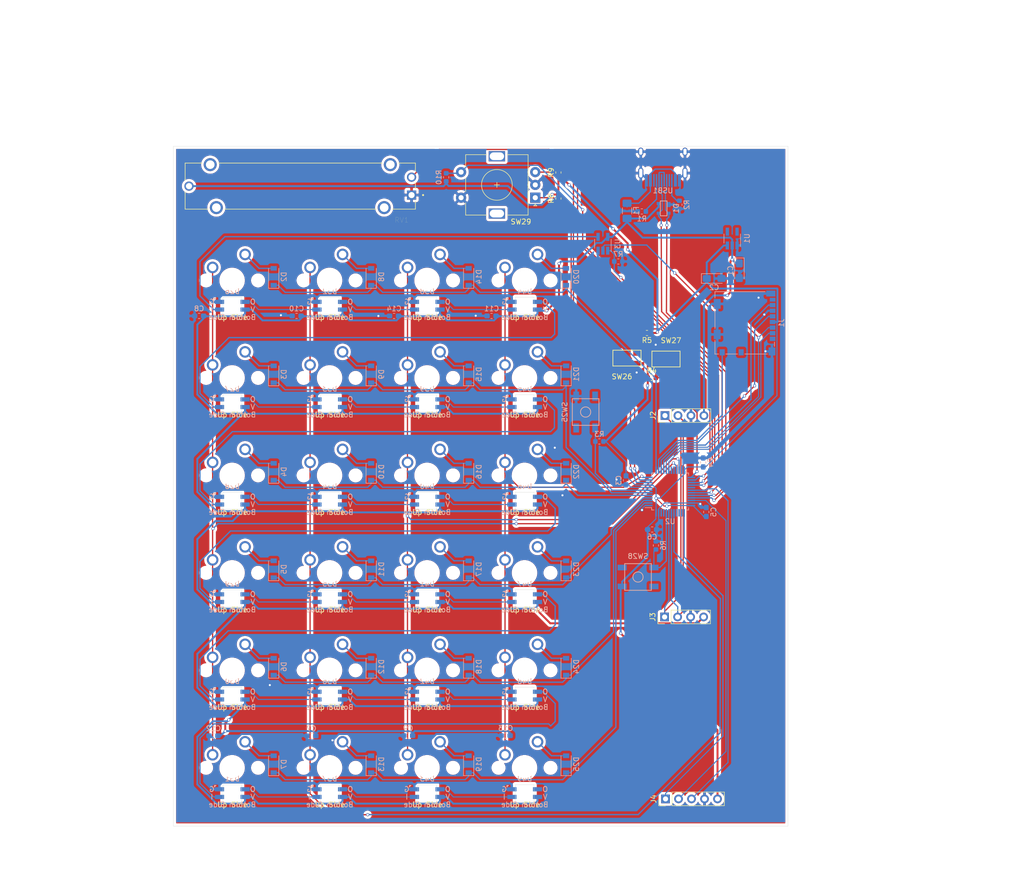
<source format=kicad_pcb>
(kicad_pcb (version 20171130) (host pcbnew "(5.1.5)-3")
  (layers (0 F.Cu signal) (31 B.Cu signal) (34 B.Paste user) (35 F.Paste user) (36 B.SilkS user) (37 F.SilkS user) (38 B.Mask user) (39 F.Mask user) (44 Edge.Cuts user))
  (net 0 "")
  (net 1 +5V)
  (net 2 +3V3)
  (net 3 USB_DP)
  (net 4 USB_DN)
  (net 5 "Net-(D2-Pad2)")
  (net 6 row0)
  (net 7 row1)
  (net 8 "Net-(D3-Pad2)")
  (net 9 row2)
  (net 10 row3)
  (net 11 row4)
  (net 12 row5)
  (net 13 "Net-(D7-Pad2)")
  (net 14 "Net-(D18-Pad2)")
  (net 15 "Net-(D23-Pad2)")
  (net 16 "Net-(D24-Pad2)")
  (net 17 "Net-(D25-Pad2)")
  (net 18 "Net-(D26-Pad4)")
  (net 19 "Net-(D26-Pad2)")
  (net 20 "Net-(D27-Pad2)")
  (net 21 "Net-(D27-Pad4)")
  (net 22 "Net-(D28-Pad2)")
  (net 23 "Net-(D28-Pad4)")
  (net 24 "Net-(D29-Pad4)")
  (net 25 "Net-(D29-Pad2)")
  (net 26 "Net-(D30-Pad4)")
  (net 27 "Net-(D30-Pad2)")
  (net 28 "Net-(D31-Pad4)")
  (net 29 "Net-(D31-Pad2)")
  (net 30 "Net-(D32-Pad2)")
  (net 31 "Net-(D33-Pad2)")
  (net 32 "Net-(D34-Pad2)")
  (net 33 "Net-(D35-Pad2)")
  (net 34 "Net-(D36-Pad2)")
  (net 35 "Net-(D37-Pad2)")
  (net 36 "Net-(D38-Pad2)")
  (net 37 "Net-(D39-Pad2)")
  (net 38 "Net-(D40-Pad2)")
  (net 39 "Net-(D41-Pad2)")
  (net 40 "Net-(D42-Pad2)")
  (net 41 "Net-(D43-Pad2)")
  (net 42 "Net-(D49-Pad2)")
  (net 43 VCC)
  (net 44 "Net-(J1-Pad1)")
  (net 45 "Net-(J1-Pad8)")
  (net 46 SD_CS)
  (net 47 SPI_MOSI)
  (net 48 SPI_SCK)
  (net 49 SPI_MISO)
  (net 50 Detec)
  (net 51 "Net-(J1-Pad9)")
  (net 52 SCK)
  (net 53 SDA)
  (net 54 SYS_SWCLK)
  (net 55 SYS_SWDIO)
  (net 56 UART1_TX)
  (net 57 "Net-(R1-Pad2)")
  (net 58 "Net-(R2-Pad2)")
  (net 59 "Net-(R3-Pad2)")
  (net 60 BUT1)
  (net 61 BOOT0)
  (net 62 LED_DATA_EN)
  (net 63 TIM2_CH1)
  (net 64 TIM2_CH2)
  (net 65 ENC_SWITCH)
  (net 66 POT_SLIDER)
  (net 67 col0)
  (net 68 col1)
  (net 69 col2)
  (net 70 col3)
  (net 71 "Net-(U2-Pad19)")
  (net 72 "Net-(U2-Pad20)")
  (net 73 "Net-(U2-Pad45)")
  (net 74 "Net-(U2-Pad46)")
  (net 75 "Net-(USB1-Pad9)")
  (net 76 "Net-(USB1-Pad3)")
  (net 77 "Net-(D4-Pad2)")
  (net 78 "Net-(D5-Pad2)")
  (net 79 "Net-(D6-Pad2)")
  (net 80 "Net-(D8-Pad2)")
  (net 81 "Net-(D9-Pad2)")
  (net 82 "Net-(D10-Pad2)")
  (net 83 "Net-(D11-Pad2)")
  (net 84 "Net-(D12-Pad2)")
  (net 85 "Net-(D13-Pad2)")
  (net 86 "Net-(D14-Pad2)")
  (net 87 "Net-(D15-Pad2)")
  (net 88 "Net-(D16-Pad2)")
  (net 89 "Net-(D17-Pad2)")
  (net 90 "Net-(D19-Pad2)")
  (net 91 "Net-(D20-Pad2)")
  (net 92 "Net-(D21-Pad2)")
  (net 93 "Net-(D22-Pad2)")
  (net 94 GND)
  (net 95 "Net-(U2-Pad29)")
  (net 96 "Net-(U2-Pad40)")
  (net 97 BUT2)
  (net 98 "Net-(U2-Pad38)")
  (net 99 "Net-(U2-Pad39)")
  (module Capacitor_SMD:C_0603_1608Metric_Pad1.05x0.95mm_HandSolder (layer B.Cu) (at 63.015 83.97 180)
    (fp_text reference C14 (at 0 1.43) (layer B.SilkS) (effects (justify mirror)))
    (fp_text value 100nF)
    (pad 1 smd roundrect (at -0.875 0 180) (size 1.05 0.95) (layers B.Cu B.Paste B.Mask) (net 1 +5V))
    (pad 2 smd roundrect (at 0.875 0 180) (size 1.05 0.95) (layers B.Cu B.Paste B.Mask) (net 94 GND))
  )
  (module Resistor_SMD:R_0603_1608Metric (layer F.Cu) (at 95.1325 61.03 90)
    (fp_text reference R8 (at 0 -1.43 90) (layer F.SilkS))
    (fp_text value 10K)
    (pad 2 smd roundrect (at 0.7875 0 90) (size 0.875 0.95) (layers F.Cu F.Paste F.Mask) (net 2 +3V3))
    (pad 1 smd roundrect (at -0.7875 0 90) (size 0.875 0.95) (layers F.Cu F.Paste F.Mask) (net 63 TIM2_CH1))
  )
  (module random-keyboard-parts:SOT143B (layer B.Cu) (at 115.7 62.95 270)
    (fp_text reference D1 (at 0 -2.45 90) (layer B.SilkS) (effects (justify mirror)))
    (fp_text value PRTR5V0U2X)
    (pad 1 smd rect (at -0.75 -1 270) (size 1 0.7) (layers B.Cu B.Paste B.Mask) (net 94 GND))
    (pad 4 smd rect (at -0.95 1 270) (size 0.6 0.7) (layers B.Cu B.Paste B.Mask) (net 1 +5V))
    (pad 2 smd rect (at 0.95 -1 270) (size 0.6 0.7) (layers B.Cu B.Paste B.Mask) (net 3 USB_DP))
    (pad 3 smd rect (at 0.95 1 270) (size 0.6 0.7) (layers B.Cu B.Paste B.Mask) (net 4 USB_DN))
  )
  (module keyboard_parts:YS-SK6812MINI-E (layer B.Cu) (at 88.55 177.225)
    (fp_text reference D49 (at 0 -2.8) (layer B.SilkS) (effects (justify mirror)))
    (fp_text value SK6812MINIE)
    (fp_text user "Bottom Side" (at 0 2.25) (layer B.SilkS) (effects (justify mirror)))
    (fp_text user "Up Side" (at 0 2.25) (layer F.SilkS))
    (fp_text user V (at 4 0.75) (layer B.SilkS) (effects (justify mirror)))
    (fp_text user O (at 4 -0.75) (layer B.SilkS) (effects (justify mirror)))
    (fp_text user I (at -4 0.75) (layer B.SilkS) (effects (justify mirror)))
    (fp_text user G (at -4 -0.75) (layer B.SilkS) (effects (justify mirror)))
    (pad 4 smd rect (at -2.5 0.75) (size 1.8 0.82) (layers B.Cu B.Paste B.Mask) (net 41 "Net-(D43-Pad2)"))
    (pad 3 smd rect (at -2.5 -0.75) (size 1.8 0.82) (layers B.Cu B.Paste B.Mask) (net 94 GND))
    (pad 2 smd rect (at 2.5 -0.75) (size 1.8 0.82) (layers B.Cu B.Paste B.Mask) (net 42 "Net-(D49-Pad2)"))
    (pad 1 smd rect (at 2.5 0.75) (size 1.8 0.82) (layers B.Cu B.Paste B.Mask) (net 1 +5V))
  )
  (module keyboard_parts:YS-SK6812MINI-E (layer B.Cu) (at 88.55 158.175)
    (fp_text reference D48 (at 0 -2.8) (layer B.SilkS) (effects (justify mirror)))
    (fp_text value SK6812MINIE)
    (fp_text user "Bottom Side" (at 0 2.25) (layer B.SilkS) (effects (justify mirror)))
    (fp_text user "Up Side" (at 0 2.25) (layer F.SilkS))
    (fp_text user V (at 4 0.75) (layer B.SilkS) (effects (justify mirror)))
    (fp_text user O (at 4 -0.75) (layer B.SilkS) (effects (justify mirror)))
    (fp_text user I (at -4 0.75) (layer B.SilkS) (effects (justify mirror)))
    (fp_text user G (at -4 -0.75) (layer B.SilkS) (effects (justify mirror)))
    (pad 4 smd rect (at -2.5 0.75) (size 1.8 0.82) (layers B.Cu B.Paste B.Mask) (net 40 "Net-(D42-Pad2)"))
    (pad 3 smd rect (at -2.5 -0.75) (size 1.8 0.82) (layers B.Cu B.Paste B.Mask) (net 94 GND))
    (pad 2 smd rect (at 2.5 -0.75) (size 1.8 0.82) (layers B.Cu B.Paste B.Mask) (net 28 "Net-(D31-Pad4)"))
    (pad 1 smd rect (at 2.5 0.75) (size 1.8 0.82) (layers B.Cu B.Paste B.Mask) (net 1 +5V))
  )
  (module keyboard_parts:YS-SK6812MINI-E (layer B.Cu) (at 88.55 139.125)
    (fp_text reference D47 (at 0 -2.8) (layer B.SilkS) (effects (justify mirror)))
    (fp_text value SK6812MINIE)
    (fp_text user "Bottom Side" (at 0 2.25) (layer B.SilkS) (effects (justify mirror)))
    (fp_text user "Up Side" (at 0 2.25) (layer F.SilkS))
    (fp_text user V (at 4 0.75) (layer B.SilkS) (effects (justify mirror)))
    (fp_text user O (at 4 -0.75) (layer B.SilkS) (effects (justify mirror)))
    (fp_text user I (at -4 0.75) (layer B.SilkS) (effects (justify mirror)))
    (fp_text user G (at -4 -0.75) (layer B.SilkS) (effects (justify mirror)))
    (pad 4 smd rect (at -2.5 0.75) (size 1.8 0.82) (layers B.Cu B.Paste B.Mask) (net 39 "Net-(D41-Pad2)"))
    (pad 3 smd rect (at -2.5 -0.75) (size 1.8 0.82) (layers B.Cu B.Paste B.Mask) (net 94 GND))
    (pad 2 smd rect (at 2.5 -0.75) (size 1.8 0.82) (layers B.Cu B.Paste B.Mask) (net 26 "Net-(D30-Pad4)"))
    (pad 1 smd rect (at 2.5 0.75) (size 1.8 0.82) (layers B.Cu B.Paste B.Mask) (net 1 +5V))
  )
  (module keyboard_parts:YS-SK6812MINI-E (layer B.Cu) (at 88.55 120.075)
    (fp_text reference D46 (at 0 -2.8) (layer B.SilkS) (effects (justify mirror)))
    (fp_text value SK6812MINIE)
    (fp_text user "Bottom Side" (at 0 2.25) (layer B.SilkS) (effects (justify mirror)))
    (fp_text user "Up Side" (at 0 2.25) (layer F.SilkS))
    (fp_text user V (at 4 0.75) (layer B.SilkS) (effects (justify mirror)))
    (fp_text user O (at 4 -0.75) (layer B.SilkS) (effects (justify mirror)))
    (fp_text user I (at -4 0.75) (layer B.SilkS) (effects (justify mirror)))
    (fp_text user G (at -4 -0.75) (layer B.SilkS) (effects (justify mirror)))
    (pad 4 smd rect (at -2.5 0.75) (size 1.8 0.82) (layers B.Cu B.Paste B.Mask) (net 38 "Net-(D40-Pad2)"))
    (pad 3 smd rect (at -2.5 -0.75) (size 1.8 0.82) (layers B.Cu B.Paste B.Mask) (net 94 GND))
    (pad 2 smd rect (at 2.5 -0.75) (size 1.8 0.82) (layers B.Cu B.Paste B.Mask) (net 24 "Net-(D29-Pad4)"))
    (pad 1 smd rect (at 2.5 0.75) (size 1.8 0.82) (layers B.Cu B.Paste B.Mask) (net 1 +5V))
  )
  (module keyboard_parts:YS-SK6812MINI-E (layer B.Cu) (at 88.55 101.025)
    (fp_text reference D45 (at 0 -2.8) (layer B.SilkS) (effects (justify mirror)))
    (fp_text value SK6812MINIE)
    (fp_text user "Bottom Side" (at 0 2.25) (layer B.SilkS) (effects (justify mirror)))
    (fp_text user "Up Side" (at 0 2.25) (layer F.SilkS))
    (fp_text user V (at 4 0.75) (layer B.SilkS) (effects (justify mirror)))
    (fp_text user O (at 4 -0.75) (layer B.SilkS) (effects (justify mirror)))
    (fp_text user I (at -4 0.75) (layer B.SilkS) (effects (justify mirror)))
    (fp_text user G (at -4 -0.75) (layer B.SilkS) (effects (justify mirror)))
    (pad 4 smd rect (at -2.5 0.75) (size 1.8 0.82) (layers B.Cu B.Paste B.Mask) (net 37 "Net-(D39-Pad2)"))
    (pad 3 smd rect (at -2.5 -0.75) (size 1.8 0.82) (layers B.Cu B.Paste B.Mask) (net 94 GND))
    (pad 2 smd rect (at 2.5 -0.75) (size 1.8 0.82) (layers B.Cu B.Paste B.Mask) (net 23 "Net-(D28-Pad4)"))
    (pad 1 smd rect (at 2.5 0.75) (size 1.8 0.82) (layers B.Cu B.Paste B.Mask) (net 1 +5V))
  )
  (module keyboard_parts:YS-SK6812MINI-E (layer B.Cu) (at 88.55 81.975)
    (fp_text reference D44 (at 0 -2.8) (layer B.SilkS) (effects (justify mirror)))
    (fp_text value SK6812MINIE)
    (fp_text user "Bottom Side" (at 0 2.25) (layer B.SilkS) (effects (justify mirror)))
    (fp_text user "Up Side" (at 0 2.25) (layer F.SilkS))
    (fp_text user V (at 4 0.75) (layer B.SilkS) (effects (justify mirror)))
    (fp_text user O (at 4 -0.75) (layer B.SilkS) (effects (justify mirror)))
    (fp_text user I (at -4 0.75) (layer B.SilkS) (effects (justify mirror)))
    (fp_text user G (at -4 -0.75) (layer B.SilkS) (effects (justify mirror)))
    (pad 4 smd rect (at -2.5 0.75) (size 1.8 0.82) (layers B.Cu B.Paste B.Mask) (net 36 "Net-(D38-Pad2)"))
    (pad 3 smd rect (at -2.5 -0.75) (size 1.8 0.82) (layers B.Cu B.Paste B.Mask) (net 94 GND))
    (pad 2 smd rect (at 2.5 -0.75) (size 1.8 0.82) (layers B.Cu B.Paste B.Mask) (net 21 "Net-(D27-Pad4)"))
    (pad 1 smd rect (at 2.5 0.75) (size 1.8 0.82) (layers B.Cu B.Paste B.Mask) (net 1 +5V))
  )
  (module keyboard_parts:YS-SK6812MINI-E (layer B.Cu) (at 69.5 177.225)
    (fp_text reference D43 (at 0 -2.8) (layer B.SilkS) (effects (justify mirror)))
    (fp_text value SK6812MINIE)
    (fp_text user "Bottom Side" (at 0 2.25) (layer B.SilkS) (effects (justify mirror)))
    (fp_text user "Up Side" (at 0 2.25) (layer F.SilkS))
    (fp_text user V (at 4 0.75) (layer B.SilkS) (effects (justify mirror)))
    (fp_text user O (at 4 -0.75) (layer B.SilkS) (effects (justify mirror)))
    (fp_text user I (at -4 0.75) (layer B.SilkS) (effects (justify mirror)))
    (fp_text user G (at -4 -0.75) (layer B.SilkS) (effects (justify mirror)))
    (pad 4 smd rect (at -2.5 0.75) (size 1.8 0.82) (layers B.Cu B.Paste B.Mask) (net 35 "Net-(D37-Pad2)"))
    (pad 3 smd rect (at -2.5 -0.75) (size 1.8 0.82) (layers B.Cu B.Paste B.Mask) (net 94 GND))
    (pad 2 smd rect (at 2.5 -0.75) (size 1.8 0.82) (layers B.Cu B.Paste B.Mask) (net 41 "Net-(D43-Pad2)"))
    (pad 1 smd rect (at 2.5 0.75) (size 1.8 0.82) (layers B.Cu B.Paste B.Mask) (net 1 +5V))
  )
  (module keyboard_parts:YS-SK6812MINI-E (layer B.Cu) (at 69.5 158.175)
    (fp_text reference D42 (at 0 -2.8) (layer B.SilkS) (effects (justify mirror)))
    (fp_text value SK6812MINIE)
    (fp_text user "Bottom Side" (at 0 2.25) (layer B.SilkS) (effects (justify mirror)))
    (fp_text user "Up Side" (at 0 2.25) (layer F.SilkS))
    (fp_text user V (at 4 0.75) (layer B.SilkS) (effects (justify mirror)))
    (fp_text user O (at 4 -0.75) (layer B.SilkS) (effects (justify mirror)))
    (fp_text user I (at -4 0.75) (layer B.SilkS) (effects (justify mirror)))
    (fp_text user G (at -4 -0.75) (layer B.SilkS) (effects (justify mirror)))
    (pad 4 smd rect (at -2.5 0.75) (size 1.8 0.82) (layers B.Cu B.Paste B.Mask) (net 34 "Net-(D36-Pad2)"))
    (pad 3 smd rect (at -2.5 -0.75) (size 1.8 0.82) (layers B.Cu B.Paste B.Mask) (net 94 GND))
    (pad 2 smd rect (at 2.5 -0.75) (size 1.8 0.82) (layers B.Cu B.Paste B.Mask) (net 40 "Net-(D42-Pad2)"))
    (pad 1 smd rect (at 2.5 0.75) (size 1.8 0.82) (layers B.Cu B.Paste B.Mask) (net 1 +5V))
  )
  (module keyboard_parts:YS-SK6812MINI-E (layer B.Cu) (at 69.5 139.125)
    (fp_text reference D41 (at 0 -2.8) (layer B.SilkS) (effects (justify mirror)))
    (fp_text value SK6812MINIE)
    (fp_text user "Bottom Side" (at 0 2.25) (layer B.SilkS) (effects (justify mirror)))
    (fp_text user "Up Side" (at 0 2.25) (layer F.SilkS))
    (fp_text user V (at 4 0.75) (layer B.SilkS) (effects (justify mirror)))
    (fp_text user O (at 4 -0.75) (layer B.SilkS) (effects (justify mirror)))
    (fp_text user I (at -4 0.75) (layer B.SilkS) (effects (justify mirror)))
    (fp_text user G (at -4 -0.75) (layer B.SilkS) (effects (justify mirror)))
    (pad 4 smd rect (at -2.5 0.75) (size 1.8 0.82) (layers B.Cu B.Paste B.Mask) (net 33 "Net-(D35-Pad2)"))
    (pad 3 smd rect (at -2.5 -0.75) (size 1.8 0.82) (layers B.Cu B.Paste B.Mask) (net 94 GND))
    (pad 2 smd rect (at 2.5 -0.75) (size 1.8 0.82) (layers B.Cu B.Paste B.Mask) (net 39 "Net-(D41-Pad2)"))
    (pad 1 smd rect (at 2.5 0.75) (size 1.8 0.82) (layers B.Cu B.Paste B.Mask) (net 1 +5V))
  )
  (module keyboard_parts:YS-SK6812MINI-E (layer B.Cu) (at 69.5 120.075)
    (fp_text reference D40 (at 0 -2.8) (layer B.SilkS) (effects (justify mirror)))
    (fp_text value SK6812MINIE)
    (fp_text user "Bottom Side" (at 0 2.25) (layer B.SilkS) (effects (justify mirror)))
    (fp_text user "Up Side" (at 0 2.25) (layer F.SilkS))
    (fp_text user V (at 4 0.75) (layer B.SilkS) (effects (justify mirror)))
    (fp_text user O (at 4 -0.75) (layer B.SilkS) (effects (justify mirror)))
    (fp_text user I (at -4 0.75) (layer B.SilkS) (effects (justify mirror)))
    (fp_text user G (at -4 -0.75) (layer B.SilkS) (effects (justify mirror)))
    (pad 4 smd rect (at -2.5 0.75) (size 1.8 0.82) (layers B.Cu B.Paste B.Mask) (net 32 "Net-(D34-Pad2)"))
    (pad 3 smd rect (at -2.5 -0.75) (size 1.8 0.82) (layers B.Cu B.Paste B.Mask) (net 94 GND))
    (pad 2 smd rect (at 2.5 -0.75) (size 1.8 0.82) (layers B.Cu B.Paste B.Mask) (net 38 "Net-(D40-Pad2)"))
    (pad 1 smd rect (at 2.5 0.75) (size 1.8 0.82) (layers B.Cu B.Paste B.Mask) (net 1 +5V))
  )
  (module keyboard_parts:YS-SK6812MINI-E (layer B.Cu) (at 69.5 101.025)
    (fp_text reference D39 (at 0 -2.8) (layer B.SilkS) (effects (justify mirror)))
    (fp_text value SK6812MINIE)
    (fp_text user "Bottom Side" (at 0 2.25) (layer B.SilkS) (effects (justify mirror)))
    (fp_text user "Up Side" (at 0 2.25) (layer F.SilkS))
    (fp_text user V (at 4 0.75) (layer B.SilkS) (effects (justify mirror)))
    (fp_text user O (at 4 -0.75) (layer B.SilkS) (effects (justify mirror)))
    (fp_text user I (at -4 0.75) (layer B.SilkS) (effects (justify mirror)))
    (fp_text user G (at -4 -0.75) (layer B.SilkS) (effects (justify mirror)))
    (pad 4 smd rect (at -2.5 0.75) (size 1.8 0.82) (layers B.Cu B.Paste B.Mask) (net 31 "Net-(D33-Pad2)"))
    (pad 3 smd rect (at -2.5 -0.75) (size 1.8 0.82) (layers B.Cu B.Paste B.Mask) (net 94 GND))
    (pad 2 smd rect (at 2.5 -0.75) (size 1.8 0.82) (layers B.Cu B.Paste B.Mask) (net 37 "Net-(D39-Pad2)"))
    (pad 1 smd rect (at 2.5 0.75) (size 1.8 0.82) (layers B.Cu B.Paste B.Mask) (net 1 +5V))
  )
  (module keyboard_parts:YS-SK6812MINI-E (layer B.Cu) (at 69.5 81.975)
    (fp_text reference D38 (at 0 -2.8) (layer B.SilkS) (effects (justify mirror)))
    (fp_text value SK6812MINIE)
    (fp_text user "Bottom Side" (at 0 2.25) (layer B.SilkS) (effects (justify mirror)))
    (fp_text user "Up Side" (at 0 2.25) (layer F.SilkS))
    (fp_text user V (at 4 0.75) (layer B.SilkS) (effects (justify mirror)))
    (fp_text user O (at 4 -0.75) (layer B.SilkS) (effects (justify mirror)))
    (fp_text user I (at -4 0.75) (layer B.SilkS) (effects (justify mirror)))
    (fp_text user G (at -4 -0.75) (layer B.SilkS) (effects (justify mirror)))
    (pad 4 smd rect (at -2.5 0.75) (size 1.8 0.82) (layers B.Cu B.Paste B.Mask) (net 30 "Net-(D32-Pad2)"))
    (pad 3 smd rect (at -2.5 -0.75) (size 1.8 0.82) (layers B.Cu B.Paste B.Mask) (net 94 GND))
    (pad 2 smd rect (at 2.5 -0.75) (size 1.8 0.82) (layers B.Cu B.Paste B.Mask) (net 36 "Net-(D38-Pad2)"))
    (pad 1 smd rect (at 2.5 0.75) (size 1.8 0.82) (layers B.Cu B.Paste B.Mask) (net 1 +5V))
  )
  (module keyboard_parts:YS-SK6812MINI-E (layer B.Cu) (at 50.45 177.225)
    (fp_text reference D37 (at 0 -2.8) (layer B.SilkS) (effects (justify mirror)))
    (fp_text value SK6812MINIE)
    (fp_text user "Bottom Side" (at 0 2.25) (layer B.SilkS) (effects (justify mirror)))
    (fp_text user "Up Side" (at 0 2.25) (layer F.SilkS))
    (fp_text user V (at 4 0.75) (layer B.SilkS) (effects (justify mirror)))
    (fp_text user O (at 4 -0.75) (layer B.SilkS) (effects (justify mirror)))
    (fp_text user I (at -4 0.75) (layer B.SilkS) (effects (justify mirror)))
    (fp_text user G (at -4 -0.75) (layer B.SilkS) (effects (justify mirror)))
    (pad 4 smd rect (at -2.5 0.75) (size 1.8 0.82) (layers B.Cu B.Paste B.Mask) (net 29 "Net-(D31-Pad2)"))
    (pad 3 smd rect (at -2.5 -0.75) (size 1.8 0.82) (layers B.Cu B.Paste B.Mask) (net 94 GND))
    (pad 2 smd rect (at 2.5 -0.75) (size 1.8 0.82) (layers B.Cu B.Paste B.Mask) (net 35 "Net-(D37-Pad2)"))
    (pad 1 smd rect (at 2.5 0.75) (size 1.8 0.82) (layers B.Cu B.Paste B.Mask) (net 1 +5V))
  )
  (module keyboard_parts:YS-SK6812MINI-E (layer B.Cu) (at 50.45 158.175)
    (fp_text reference D36 (at 0 -2.8) (layer B.SilkS) (effects (justify mirror)))
    (fp_text value SK6812MINIE)
    (fp_text user "Bottom Side" (at 0 2.25) (layer B.SilkS) (effects (justify mirror)))
    (fp_text user "Up Side" (at 0 2.25) (layer F.SilkS))
    (fp_text user V (at 4 0.75) (layer B.SilkS) (effects (justify mirror)))
    (fp_text user O (at 4 -0.75) (layer B.SilkS) (effects (justify mirror)))
    (fp_text user I (at -4 0.75) (layer B.SilkS) (effects (justify mirror)))
    (fp_text user G (at -4 -0.75) (layer B.SilkS) (effects (justify mirror)))
    (pad 4 smd rect (at -2.5 0.75) (size 1.8 0.82) (layers B.Cu B.Paste B.Mask) (net 27 "Net-(D30-Pad2)"))
    (pad 3 smd rect (at -2.5 -0.75) (size 1.8 0.82) (layers B.Cu B.Paste B.Mask) (net 94 GND))
    (pad 2 smd rect (at 2.5 -0.75) (size 1.8 0.82) (layers B.Cu B.Paste B.Mask) (net 34 "Net-(D36-Pad2)"))
    (pad 1 smd rect (at 2.5 0.75) (size 1.8 0.82) (layers B.Cu B.Paste B.Mask) (net 1 +5V))
  )
  (module keyboard_parts:YS-SK6812MINI-E (layer B.Cu) (at 50.45 139.125)
    (fp_text reference D35 (at 0 -2.8) (layer B.SilkS) (effects (justify mirror)))
    (fp_text value SK6812MINIE)
    (fp_text user "Bottom Side" (at 0 2.25) (layer B.SilkS) (effects (justify mirror)))
    (fp_text user "Up Side" (at 0 2.25) (layer F.SilkS))
    (fp_text user V (at 4 0.75) (layer B.SilkS) (effects (justify mirror)))
    (fp_text user O (at 4 -0.75) (layer B.SilkS) (effects (justify mirror)))
    (fp_text user I (at -4 0.75) (layer B.SilkS) (effects (justify mirror)))
    (fp_text user G (at -4 -0.75) (layer B.SilkS) (effects (justify mirror)))
    (pad 4 smd rect (at -2.5 0.75) (size 1.8 0.82) (layers B.Cu B.Paste B.Mask) (net 25 "Net-(D29-Pad2)"))
    (pad 3 smd rect (at -2.5 -0.75) (size 1.8 0.82) (layers B.Cu B.Paste B.Mask) (net 94 GND))
    (pad 2 smd rect (at 2.5 -0.75) (size 1.8 0.82) (layers B.Cu B.Paste B.Mask) (net 33 "Net-(D35-Pad2)"))
    (pad 1 smd rect (at 2.5 0.75) (size 1.8 0.82) (layers B.Cu B.Paste B.Mask) (net 1 +5V))
  )
  (module keyboard_parts:YS-SK6812MINI-E (layer B.Cu) (at 50.45 120.075)
    (fp_text reference D34 (at 0 -2.8) (layer B.SilkS) (effects (justify mirror)))
    (fp_text value SK6812MINIE)
    (fp_text user "Bottom Side" (at 0 2.25) (layer B.SilkS) (effects (justify mirror)))
    (fp_text user "Up Side" (at 0 2.25) (layer F.SilkS))
    (fp_text user V (at 4 0.75) (layer B.SilkS) (effects (justify mirror)))
    (fp_text user O (at 4 -0.75) (layer B.SilkS) (effects (justify mirror)))
    (fp_text user I (at -4 0.75) (layer B.SilkS) (effects (justify mirror)))
    (fp_text user G (at -4 -0.75) (layer B.SilkS) (effects (justify mirror)))
    (pad 4 smd rect (at -2.5 0.75) (size 1.8 0.82) (layers B.Cu B.Paste B.Mask) (net 22 "Net-(D28-Pad2)"))
    (pad 3 smd rect (at -2.5 -0.75) (size 1.8 0.82) (layers B.Cu B.Paste B.Mask) (net 94 GND))
    (pad 2 smd rect (at 2.5 -0.75) (size 1.8 0.82) (layers B.Cu B.Paste B.Mask) (net 32 "Net-(D34-Pad2)"))
    (pad 1 smd rect (at 2.5 0.75) (size 1.8 0.82) (layers B.Cu B.Paste B.Mask) (net 1 +5V))
  )
  (module keyboard_parts:YS-SK6812MINI-E (layer B.Cu) (at 50.45 101.025)
    (fp_text reference D33 (at 0 -2.8) (layer B.SilkS) (effects (justify mirror)))
    (fp_text value SK6812MINIE)
    (fp_text user "Bottom Side" (at 0 2.25) (layer B.SilkS) (effects (justify mirror)))
    (fp_text user "Up Side" (at 0 2.25) (layer F.SilkS))
    (fp_text user V (at 4 0.75) (layer B.SilkS) (effects (justify mirror)))
    (fp_text user O (at 4 -0.75) (layer B.SilkS) (effects (justify mirror)))
    (fp_text user I (at -4 0.75) (layer B.SilkS) (effects (justify mirror)))
    (fp_text user G (at -4 -0.75) (layer B.SilkS) (effects (justify mirror)))
    (pad 4 smd rect (at -2.5 0.75) (size 1.8 0.82) (layers B.Cu B.Paste B.Mask) (net 20 "Net-(D27-Pad2)"))
    (pad 3 smd rect (at -2.5 -0.75) (size 1.8 0.82) (layers B.Cu B.Paste B.Mask) (net 94 GND))
    (pad 2 smd rect (at 2.5 -0.75) (size 1.8 0.82) (layers B.Cu B.Paste B.Mask) (net 31 "Net-(D33-Pad2)"))
    (pad 1 smd rect (at 2.5 0.75) (size 1.8 0.82) (layers B.Cu B.Paste B.Mask) (net 1 +5V))
  )
  (module keyboard_parts:YS-SK6812MINI-E (layer B.Cu) (at 50.45 81.975)
    (fp_text reference D32 (at 0 -2.8) (layer B.SilkS) (effects (justify mirror)))
    (fp_text value SK6812MINIE)
    (fp_text user "Bottom Side" (at 0 2.25) (layer B.SilkS) (effects (justify mirror)))
    (fp_text user "Up Side" (at 0 2.25) (layer F.SilkS))
    (fp_text user V (at 4 0.75) (layer B.SilkS) (effects (justify mirror)))
    (fp_text user O (at 4 -0.75) (layer B.SilkS) (effects (justify mirror)))
    (fp_text user I (at -4 0.75) (layer B.SilkS) (effects (justify mirror)))
    (fp_text user G (at -4 -0.75) (layer B.SilkS) (effects (justify mirror)))
    (pad 4 smd rect (at -2.5 0.75) (size 1.8 0.82) (layers B.Cu B.Paste B.Mask) (net 19 "Net-(D26-Pad2)"))
    (pad 3 smd rect (at -2.5 -0.75) (size 1.8 0.82) (layers B.Cu B.Paste B.Mask) (net 94 GND))
    (pad 2 smd rect (at 2.5 -0.75) (size 1.8 0.82) (layers B.Cu B.Paste B.Mask) (net 30 "Net-(D32-Pad2)"))
    (pad 1 smd rect (at 2.5 0.75) (size 1.8 0.82) (layers B.Cu B.Paste B.Mask) (net 1 +5V))
  )
  (module keyboard_parts:YS-SK6812MINI-E (layer B.Cu) (at 31.4 177.225)
    (fp_text reference D31 (at 0 -2.8) (layer B.SilkS) (effects (justify mirror)))
    (fp_text value SK6812MINIE)
    (fp_text user "Bottom Side" (at 0 2.25) (layer B.SilkS) (effects (justify mirror)))
    (fp_text user "Up Side" (at 0 2.25) (layer F.SilkS))
    (fp_text user V (at 4 0.75) (layer B.SilkS) (effects (justify mirror)))
    (fp_text user O (at 4 -0.75) (layer B.SilkS) (effects (justify mirror)))
    (fp_text user I (at -4 0.75) (layer B.SilkS) (effects (justify mirror)))
    (fp_text user G (at -4 -0.75) (layer B.SilkS) (effects (justify mirror)))
    (pad 4 smd rect (at -2.5 0.75) (size 1.8 0.82) (layers B.Cu B.Paste B.Mask) (net 28 "Net-(D31-Pad4)"))
    (pad 3 smd rect (at -2.5 -0.75) (size 1.8 0.82) (layers B.Cu B.Paste B.Mask) (net 94 GND))
    (pad 2 smd rect (at 2.5 -0.75) (size 1.8 0.82) (layers B.Cu B.Paste B.Mask) (net 29 "Net-(D31-Pad2)"))
    (pad 1 smd rect (at 2.5 0.75) (size 1.8 0.82) (layers B.Cu B.Paste B.Mask) (net 1 +5V))
  )
  (module keyboard_parts:YS-SK6812MINI-E (layer B.Cu) (at 31.4 158.175)
    (fp_text reference D30 (at 0 -2.8) (layer B.SilkS) (effects (justify mirror)))
    (fp_text value SK6812MINIE)
    (fp_text user "Bottom Side" (at 0 2.25) (layer B.SilkS) (effects (justify mirror)))
    (fp_text user "Up Side" (at 0 2.25) (layer F.SilkS))
    (fp_text user V (at 4 0.75) (layer B.SilkS) (effects (justify mirror)))
    (fp_text user O (at 4 -0.75) (layer B.SilkS) (effects (justify mirror)))
    (fp_text user I (at -4 0.75) (layer B.SilkS) (effects (justify mirror)))
    (fp_text user G (at -4 -0.75) (layer B.SilkS) (effects (justify mirror)))
    (pad 4 smd rect (at -2.5 0.75) (size 1.8 0.82) (layers B.Cu B.Paste B.Mask) (net 26 "Net-(D30-Pad4)"))
    (pad 3 smd rect (at -2.5 -0.75) (size 1.8 0.82) (layers B.Cu B.Paste B.Mask) (net 94 GND))
    (pad 2 smd rect (at 2.5 -0.75) (size 1.8 0.82) (layers B.Cu B.Paste B.Mask) (net 27 "Net-(D30-Pad2)"))
    (pad 1 smd rect (at 2.5 0.75) (size 1.8 0.82) (layers B.Cu B.Paste B.Mask) (net 1 +5V))
  )
  (module keyboard_parts:YS-SK6812MINI-E (layer B.Cu) (at 31.4 139.125)
    (fp_text reference D29 (at 0 -2.8) (layer B.SilkS) (effects (justify mirror)))
    (fp_text value SK6812MINIE)
    (fp_text user "Bottom Side" (at 0 2.25) (layer B.SilkS) (effects (justify mirror)))
    (fp_text user "Up Side" (at 0 2.25) (layer F.SilkS))
    (fp_text user V (at 4 0.75) (layer B.SilkS) (effects (justify mirror)))
    (fp_text user O (at 4 -0.75) (layer B.SilkS) (effects (justify mirror)))
    (fp_text user I (at -4 0.75) (layer B.SilkS) (effects (justify mirror)))
    (fp_text user G (at -4 -0.75) (layer B.SilkS) (effects (justify mirror)))
    (pad 4 smd rect (at -2.5 0.75) (size 1.8 0.82) (layers B.Cu B.Paste B.Mask) (net 24 "Net-(D29-Pad4)"))
    (pad 3 smd rect (at -2.5 -0.75) (size 1.8 0.82) (layers B.Cu B.Paste B.Mask) (net 94 GND))
    (pad 2 smd rect (at 2.5 -0.75) (size 1.8 0.82) (layers B.Cu B.Paste B.Mask) (net 25 "Net-(D29-Pad2)"))
    (pad 1 smd rect (at 2.5 0.75) (size 1.8 0.82) (layers B.Cu B.Paste B.Mask) (net 1 +5V))
  )
  (module keyboard_parts:YS-SK6812MINI-E (layer B.Cu) (at 31.4 120.075)
    (fp_text reference D28 (at 0 -2.8) (layer B.SilkS) (effects (justify mirror)))
    (fp_text value SK6812MINIE)
    (fp_text user "Bottom Side" (at 0 2.25) (layer B.SilkS) (effects (justify mirror)))
    (fp_text user "Up Side" (at 0 2.25) (layer F.SilkS))
    (fp_text user V (at 4 0.75) (layer B.SilkS) (effects (justify mirror)))
    (fp_text user O (at 4 -0.75) (layer B.SilkS) (effects (justify mirror)))
    (fp_text user I (at -4 0.75) (layer B.SilkS) (effects (justify mirror)))
    (fp_text user G (at -4 -0.75) (layer B.SilkS) (effects (justify mirror)))
    (pad 4 smd rect (at -2.5 0.75) (size 1.8 0.82) (layers B.Cu B.Paste B.Mask) (net 23 "Net-(D28-Pad4)"))
    (pad 3 smd rect (at -2.5 -0.75) (size 1.8 0.82) (layers B.Cu B.Paste B.Mask) (net 94 GND))
    (pad 2 smd rect (at 2.5 -0.75) (size 1.8 0.82) (layers B.Cu B.Paste B.Mask) (net 22 "Net-(D28-Pad2)"))
    (pad 1 smd rect (at 2.5 0.75) (size 1.8 0.82) (layers B.Cu B.Paste B.Mask) (net 1 +5V))
  )
  (module keyboard_parts:YS-SK6812MINI-E (layer B.Cu) (at 31.4 101.025)
    (fp_text reference D27 (at 0 -2.8) (layer B.SilkS) (effects (justify mirror)))
    (fp_text value SK6812MINIE)
    (fp_text user "Bottom Side" (at 0 2.25) (layer B.SilkS) (effects (justify mirror)))
    (fp_text user "Up Side" (at 0 2.25) (layer F.SilkS))
    (fp_text user V (at 4 0.75) (layer B.SilkS) (effects (justify mirror)))
    (fp_text user O (at 4 -0.75) (layer B.SilkS) (effects (justify mirror)))
    (fp_text user I (at -4 0.75) (layer B.SilkS) (effects (justify mirror)))
    (fp_text user G (at -4 -0.75) (layer B.SilkS) (effects (justify mirror)))
    (pad 4 smd rect (at -2.5 0.75) (size 1.8 0.82) (layers B.Cu B.Paste B.Mask) (net 21 "Net-(D27-Pad4)"))
    (pad 3 smd rect (at -2.5 -0.75) (size 1.8 0.82) (layers B.Cu B.Paste B.Mask) (net 94 GND))
    (pad 2 smd rect (at 2.5 -0.75) (size 1.8 0.82) (layers B.Cu B.Paste B.Mask) (net 20 "Net-(D27-Pad2)"))
    (pad 1 smd rect (at 2.5 0.75) (size 1.8 0.82) (layers B.Cu B.Paste B.Mask) (net 1 +5V))
  )
  (module keyboard_parts:YS-SK6812MINI-E (layer B.Cu) (at 31.4 81.975)
    (fp_text reference D26 (at 0 -2.8) (layer B.SilkS) (effects (justify mirror)))
    (fp_text value SK6812MINIE)
    (fp_text user "Bottom Side" (at 0 2.25) (layer B.SilkS) (effects (justify mirror)))
    (fp_text user "Up Side" (at 0 2.25) (layer F.SilkS))
    (fp_text user V (at 4 0.75) (layer B.SilkS) (effects (justify mirror)))
    (fp_text user O (at 4 -0.75) (layer B.SilkS) (effects (justify mirror)))
    (fp_text user I (at -4 0.75) (layer B.SilkS) (effects (justify mirror)))
    (fp_text user G (at -4 -0.75) (layer B.SilkS) (effects (justify mirror)))
    (pad 4 smd rect (at -2.5 0.75) (size 1.8 0.82) (layers B.Cu B.Paste B.Mask) (net 18 "Net-(D26-Pad4)"))
    (pad 3 smd rect (at -2.5 -0.75) (size 1.8 0.82) (layers B.Cu B.Paste B.Mask) (net 94 GND))
    (pad 2 smd rect (at 2.5 -0.75) (size 1.8 0.82) (layers B.Cu B.Paste B.Mask) (net 19 "Net-(D26-Pad2)"))
    (pad 1 smd rect (at 2.5 0.75) (size 1.8 0.82) (layers B.Cu B.Paste B.Mask) (net 1 +5V))
  )
  (module Connector_PinHeader_2.54mm:PinHeader_1x04_P2.54mm_Vertical (layer F.Cu) (at 115.96 103.44 90)
    (fp_text reference J2 (at 0 -2.33 90) (layer F.SilkS))
    (fp_text value OLED1)
    (pad 4 thru_hole oval (at 0 7.62 90) (size 1.7 1.7) (drill 1) (layers *.Cu *.Mask) (net 1 +5V))
    (pad 3 thru_hole oval (at 0 5.08 90) (size 1.7 1.7) (drill 1) (layers *.Cu *.Mask) (net 94 GND))
    (pad 2 thru_hole oval (at 0 2.54 90) (size 1.7 1.7) (drill 1) (layers *.Cu *.Mask) (net 52 SCK))
    (pad 1 thru_hole rect (at 0 0 90) (size 1.7 1.7) (drill 1) (layers *.Cu *.Mask) (net 53 SDA))
  )
  (module MX_Only:MXOnly-1U-NoLED (layer F.Cu) (at 88.510001 172.280001)
    (fp_text reference SW24)
    (fp_text value SW_SPST)
    (pad 2 thru_hole circle (at 2.54 -5.08) (size 2.25 2.25) (drill 1.47) (layers *.Cu B.Mask) (net 17 "Net-(D25-Pad2)"))
    (pad "" np_thru_hole circle (at 0 0) (size 3.9878 3.9878) (drill 3.9878) (layers *.Cu *.Mask))
    (pad 1 thru_hole circle (at -3.81 -2.54) (size 2.25 2.25) (drill 1.47) (layers *.Cu B.Mask) (net 70 col3))
    (pad "" np_thru_hole circle (at -5.08 0 48.0996) (size 1.75 1.75) (drill 1.75) (layers *.Cu *.Mask))
    (pad "" np_thru_hole circle (at 5.08 0 48.0996) (size 1.75 1.75) (drill 1.75) (layers *.Cu *.Mask))
  )
  (module MX_Only:MXOnly-1U-NoLED (layer F.Cu) (at 88.510001 153.230001)
    (fp_text reference SW23)
    (fp_text value SW_SPST)
    (pad 2 thru_hole circle (at 2.54 -5.08) (size 2.25 2.25) (drill 1.47) (layers *.Cu B.Mask) (net 16 "Net-(D24-Pad2)"))
    (pad "" np_thru_hole circle (at 0 0) (size 3.9878 3.9878) (drill 3.9878) (layers *.Cu *.Mask))
    (pad 1 thru_hole circle (at -3.81 -2.54) (size 2.25 2.25) (drill 1.47) (layers *.Cu B.Mask) (net 70 col3))
    (pad "" np_thru_hole circle (at -5.08 0 48.0996) (size 1.75 1.75) (drill 1.75) (layers *.Cu *.Mask))
    (pad "" np_thru_hole circle (at 5.08 0 48.0996) (size 1.75 1.75) (drill 1.75) (layers *.Cu *.Mask))
  )
  (module MX_Only:MXOnly-1U-NoLED (layer F.Cu) (at 88.510001 134.180001)
    (fp_text reference SW22)
    (fp_text value SW_SPST)
    (pad 2 thru_hole circle (at 2.54 -5.08) (size 2.25 2.25) (drill 1.47) (layers *.Cu B.Mask) (net 15 "Net-(D23-Pad2)"))
    (pad "" np_thru_hole circle (at 0 0) (size 3.9878 3.9878) (drill 3.9878) (layers *.Cu *.Mask))
    (pad 1 thru_hole circle (at -3.81 -2.54) (size 2.25 2.25) (drill 1.47) (layers *.Cu B.Mask) (net 70 col3))
    (pad "" np_thru_hole circle (at -5.08 0 48.0996) (size 1.75 1.75) (drill 1.75) (layers *.Cu *.Mask))
    (pad "" np_thru_hole circle (at 5.08 0 48.0996) (size 1.75 1.75) (drill 1.75) (layers *.Cu *.Mask))
  )
  (module MX_Only:MXOnly-1U-NoLED (layer F.Cu) (at 88.510001 115.130001)
    (fp_text reference SW21)
    (fp_text value SW_SPST)
    (pad 2 thru_hole circle (at 2.54 -5.08) (size 2.25 2.25) (drill 1.47) (layers *.Cu B.Mask) (net 93 "Net-(D22-Pad2)"))
    (pad "" np_thru_hole circle (at 0 0) (size 3.9878 3.9878) (drill 3.9878) (layers *.Cu *.Mask))
    (pad 1 thru_hole circle (at -3.81 -2.54) (size 2.25 2.25) (drill 1.47) (layers *.Cu B.Mask) (net 70 col3))
    (pad "" np_thru_hole circle (at -5.08 0 48.0996) (size 1.75 1.75) (drill 1.75) (layers *.Cu *.Mask))
    (pad "" np_thru_hole circle (at 5.08 0 48.0996) (size 1.75 1.75) (drill 1.75) (layers *.Cu *.Mask))
  )
  (module MX_Only:MXOnly-1U-NoLED (layer F.Cu) (at 88.510001 96.080001)
    (fp_text reference SW20)
    (fp_text value SW_SPST)
    (pad 2 thru_hole circle (at 2.54 -5.08) (size 2.25 2.25) (drill 1.47) (layers *.Cu B.Mask) (net 92 "Net-(D21-Pad2)"))
    (pad "" np_thru_hole circle (at 0 0) (size 3.9878 3.9878) (drill 3.9878) (layers *.Cu *.Mask))
    (pad 1 thru_hole circle (at -3.81 -2.54) (size 2.25 2.25) (drill 1.47) (layers *.Cu B.Mask) (net 70 col3))
    (pad "" np_thru_hole circle (at -5.08 0 48.0996) (size 1.75 1.75) (drill 1.75) (layers *.Cu *.Mask))
    (pad "" np_thru_hole circle (at 5.08 0 48.0996) (size 1.75 1.75) (drill 1.75) (layers *.Cu *.Mask))
  )
  (module MX_Only:MXOnly-1U-NoLED (layer F.Cu) (at 88.510001 77.030001)
    (fp_text reference SW19)
    (fp_text value SW_SPST)
    (pad 2 thru_hole circle (at 2.54 -5.08) (size 2.25 2.25) (drill 1.47) (layers *.Cu B.Mask) (net 91 "Net-(D20-Pad2)"))
    (pad "" np_thru_hole circle (at 0 0) (size 3.9878 3.9878) (drill 3.9878) (layers *.Cu *.Mask))
    (pad 1 thru_hole circle (at -3.81 -2.54) (size 2.25 2.25) (drill 1.47) (layers *.Cu B.Mask) (net 70 col3))
    (pad "" np_thru_hole circle (at -5.08 0 48.0996) (size 1.75 1.75) (drill 1.75) (layers *.Cu *.Mask))
    (pad "" np_thru_hole circle (at 5.08 0 48.0996) (size 1.75 1.75) (drill 1.75) (layers *.Cu *.Mask))
  )
  (module MX_Only:MXOnly-1U-NoLED (layer F.Cu) (at 69.460001 172.280001)
    (fp_text reference SW18)
    (fp_text value SW_SPST)
    (pad 2 thru_hole circle (at 2.54 -5.08) (size 2.25 2.25) (drill 1.47) (layers *.Cu B.Mask) (net 90 "Net-(D19-Pad2)"))
    (pad "" np_thru_hole circle (at 0 0) (size 3.9878 3.9878) (drill 3.9878) (layers *.Cu *.Mask))
    (pad 1 thru_hole circle (at -3.81 -2.54) (size 2.25 2.25) (drill 1.47) (layers *.Cu B.Mask) (net 69 col2))
    (pad "" np_thru_hole circle (at -5.08 0 48.0996) (size 1.75 1.75) (drill 1.75) (layers *.Cu *.Mask))
    (pad "" np_thru_hole circle (at 5.08 0 48.0996) (size 1.75 1.75) (drill 1.75) (layers *.Cu *.Mask))
  )
  (module MX_Only:MXOnly-1U-NoLED (layer F.Cu) (at 69.460001 153.230001)
    (fp_text reference SW17)
    (fp_text value SW_SPST)
    (pad 2 thru_hole circle (at 2.54 -5.08) (size 2.25 2.25) (drill 1.47) (layers *.Cu B.Mask) (net 14 "Net-(D18-Pad2)"))
    (pad "" np_thru_hole circle (at 0 0) (size 3.9878 3.9878) (drill 3.9878) (layers *.Cu *.Mask))
    (pad 1 thru_hole circle (at -3.81 -2.54) (size 2.25 2.25) (drill 1.47) (layers *.Cu B.Mask) (net 69 col2))
    (pad "" np_thru_hole circle (at -5.08 0 48.0996) (size 1.75 1.75) (drill 1.75) (layers *.Cu *.Mask))
    (pad "" np_thru_hole circle (at 5.08 0 48.0996) (size 1.75 1.75) (drill 1.75) (layers *.Cu *.Mask))
  )
  (module MX_Only:MXOnly-1U-NoLED (layer F.Cu) (at 69.460001 134.180001)
    (fp_text reference SW16)
    (fp_text value SW_SPST)
    (pad 2 thru_hole circle (at 2.54 -5.08) (size 2.25 2.25) (drill 1.47) (layers *.Cu B.Mask) (net 89 "Net-(D17-Pad2)"))
    (pad "" np_thru_hole circle (at 0 0) (size 3.9878 3.9878) (drill 3.9878) (layers *.Cu *.Mask))
    (pad 1 thru_hole circle (at -3.81 -2.54) (size 2.25 2.25) (drill 1.47) (layers *.Cu B.Mask) (net 69 col2))
    (pad "" np_thru_hole circle (at -5.08 0 48.0996) (size 1.75 1.75) (drill 1.75) (layers *.Cu *.Mask))
    (pad "" np_thru_hole circle (at 5.08 0 48.0996) (size 1.75 1.75) (drill 1.75) (layers *.Cu *.Mask))
  )
  (module MX_Only:MXOnly-1U-NoLED (layer F.Cu) (at 69.460001 115.130001)
    (fp_text reference SW15)
    (fp_text value SW_SPST)
    (pad 2 thru_hole circle (at 2.54 -5.08) (size 2.25 2.25) (drill 1.47) (layers *.Cu B.Mask) (net 88 "Net-(D16-Pad2)"))
    (pad "" np_thru_hole circle (at 0 0) (size 3.9878 3.9878) (drill 3.9878) (layers *.Cu *.Mask))
    (pad 1 thru_hole circle (at -3.81 -2.54) (size 2.25 2.25) (drill 1.47) (layers *.Cu B.Mask) (net 69 col2))
    (pad "" np_thru_hole circle (at -5.08 0 48.0996) (size 1.75 1.75) (drill 1.75) (layers *.Cu *.Mask))
    (pad "" np_thru_hole circle (at 5.08 0 48.0996) (size 1.75 1.75) (drill 1.75) (layers *.Cu *.Mask))
  )
  (module MX_Only:MXOnly-1U-NoLED (layer F.Cu) (at 69.460001 96.080001)
    (fp_text reference SW14)
    (fp_text value SW_SPST)
    (pad 2 thru_hole circle (at 2.54 -5.08) (size 2.25 2.25) (drill 1.47) (layers *.Cu B.Mask) (net 87 "Net-(D15-Pad2)"))
    (pad "" np_thru_hole circle (at 0 0) (size 3.9878 3.9878) (drill 3.9878) (layers *.Cu *.Mask))
    (pad 1 thru_hole circle (at -3.81 -2.54) (size 2.25 2.25) (drill 1.47) (layers *.Cu B.Mask) (net 69 col2))
    (pad "" np_thru_hole circle (at -5.08 0 48.0996) (size 1.75 1.75) (drill 1.75) (layers *.Cu *.Mask))
    (pad "" np_thru_hole circle (at 5.08 0 48.0996) (size 1.75 1.75) (drill 1.75) (layers *.Cu *.Mask))
  )
  (module MX_Only:MXOnly-1U-NoLED (layer F.Cu) (at 69.460001 77.030001)
    (fp_text reference SW13)
    (fp_text value SW_SPST)
    (pad 2 thru_hole circle (at 2.54 -5.08) (size 2.25 2.25) (drill 1.47) (layers *.Cu B.Mask) (net 86 "Net-(D14-Pad2)"))
    (pad "" np_thru_hole circle (at 0 0) (size 3.9878 3.9878) (drill 3.9878) (layers *.Cu *.Mask))
    (pad 1 thru_hole circle (at -3.81 -2.54) (size 2.25 2.25) (drill 1.47) (layers *.Cu B.Mask) (net 69 col2))
    (pad "" np_thru_hole circle (at -5.08 0 48.0996) (size 1.75 1.75) (drill 1.75) (layers *.Cu *.Mask))
    (pad "" np_thru_hole circle (at 5.08 0 48.0996) (size 1.75 1.75) (drill 1.75) (layers *.Cu *.Mask))
  )
  (module MX_Only:MXOnly-1U-NoLED (layer F.Cu) (at 50.410001 172.280001)
    (fp_text reference SW12)
    (fp_text value SW_SPST)
    (pad 2 thru_hole circle (at 2.54 -5.08) (size 2.25 2.25) (drill 1.47) (layers *.Cu B.Mask) (net 85 "Net-(D13-Pad2)"))
    (pad "" np_thru_hole circle (at 0 0) (size 3.9878 3.9878) (drill 3.9878) (layers *.Cu *.Mask))
    (pad 1 thru_hole circle (at -3.81 -2.54) (size 2.25 2.25) (drill 1.47) (layers *.Cu B.Mask) (net 68 col1))
    (pad "" np_thru_hole circle (at -5.08 0 48.0996) (size 1.75 1.75) (drill 1.75) (layers *.Cu *.Mask))
    (pad "" np_thru_hole circle (at 5.08 0 48.0996) (size 1.75 1.75) (drill 1.75) (layers *.Cu *.Mask))
  )
  (module MX_Only:MXOnly-1U-NoLED (layer F.Cu) (at 50.410001 153.230001)
    (fp_text reference SW11)
    (fp_text value SW_SPST)
    (pad 2 thru_hole circle (at 2.54 -5.08) (size 2.25 2.25) (drill 1.47) (layers *.Cu B.Mask) (net 84 "Net-(D12-Pad2)"))
    (pad "" np_thru_hole circle (at 0 0) (size 3.9878 3.9878) (drill 3.9878) (layers *.Cu *.Mask))
    (pad 1 thru_hole circle (at -3.81 -2.54) (size 2.25 2.25) (drill 1.47) (layers *.Cu B.Mask) (net 68 col1))
    (pad "" np_thru_hole circle (at -5.08 0 48.0996) (size 1.75 1.75) (drill 1.75) (layers *.Cu *.Mask))
    (pad "" np_thru_hole circle (at 5.08 0 48.0996) (size 1.75 1.75) (drill 1.75) (layers *.Cu *.Mask))
  )
  (module MX_Only:MXOnly-1U-NoLED (layer F.Cu) (at 50.410001 134.180001)
    (fp_text reference SW10)
    (fp_text value SW_SPST)
    (pad 2 thru_hole circle (at 2.54 -5.08) (size 2.25 2.25) (drill 1.47) (layers *.Cu B.Mask) (net 83 "Net-(D11-Pad2)"))
    (pad "" np_thru_hole circle (at 0 0) (size 3.9878 3.9878) (drill 3.9878) (layers *.Cu *.Mask))
    (pad 1 thru_hole circle (at -3.81 -2.54) (size 2.25 2.25) (drill 1.47) (layers *.Cu B.Mask) (net 68 col1))
    (pad "" np_thru_hole circle (at -5.08 0 48.0996) (size 1.75 1.75) (drill 1.75) (layers *.Cu *.Mask))
    (pad "" np_thru_hole circle (at 5.08 0 48.0996) (size 1.75 1.75) (drill 1.75) (layers *.Cu *.Mask))
  )
  (module MX_Only:MXOnly-1U-NoLED (layer F.Cu) (at 50.410001 115.130001)
    (fp_text reference SW9)
    (fp_text value SW_SPST)
    (pad 2 thru_hole circle (at 2.54 -5.08) (size 2.25 2.25) (drill 1.47) (layers *.Cu B.Mask) (net 82 "Net-(D10-Pad2)"))
    (pad "" np_thru_hole circle (at 0 0) (size 3.9878 3.9878) (drill 3.9878) (layers *.Cu *.Mask))
    (pad 1 thru_hole circle (at -3.81 -2.54) (size 2.25 2.25) (drill 1.47) (layers *.Cu B.Mask) (net 68 col1))
    (pad "" np_thru_hole circle (at -5.08 0 48.0996) (size 1.75 1.75) (drill 1.75) (layers *.Cu *.Mask))
    (pad "" np_thru_hole circle (at 5.08 0 48.0996) (size 1.75 1.75) (drill 1.75) (layers *.Cu *.Mask))
  )
  (module MX_Only:MXOnly-1U-NoLED (layer F.Cu) (at 50.410001 96.080001)
    (fp_text reference SW8)
    (fp_text value SW_SPST)
    (pad 2 thru_hole circle (at 2.54 -5.08) (size 2.25 2.25) (drill 1.47) (layers *.Cu B.Mask) (net 81 "Net-(D9-Pad2)"))
    (pad "" np_thru_hole circle (at 0 0) (size 3.9878 3.9878) (drill 3.9878) (layers *.Cu *.Mask))
    (pad 1 thru_hole circle (at -3.81 -2.54) (size 2.25 2.25) (drill 1.47) (layers *.Cu B.Mask) (net 68 col1))
    (pad "" np_thru_hole circle (at -5.08 0 48.0996) (size 1.75 1.75) (drill 1.75) (layers *.Cu *.Mask))
    (pad "" np_thru_hole circle (at 5.08 0 48.0996) (size 1.75 1.75) (drill 1.75) (layers *.Cu *.Mask))
  )
  (module MX_Only:MXOnly-1U-NoLED (layer F.Cu) (at 50.410001 77.030001)
    (fp_text reference SW7)
    (fp_text value SW_SPST)
    (pad 2 thru_hole circle (at 2.54 -5.08) (size 2.25 2.25) (drill 1.47) (layers *.Cu B.Mask) (net 80 "Net-(D8-Pad2)"))
    (pad "" np_thru_hole circle (at 0 0) (size 3.9878 3.9878) (drill 3.9878) (layers *.Cu *.Mask))
    (pad 1 thru_hole circle (at -3.81 -2.54) (size 2.25 2.25) (drill 1.47) (layers *.Cu B.Mask) (net 68 col1))
    (pad "" np_thru_hole circle (at -5.08 0 48.0996) (size 1.75 1.75) (drill 1.75) (layers *.Cu *.Mask))
    (pad "" np_thru_hole circle (at 5.08 0 48.0996) (size 1.75 1.75) (drill 1.75) (layers *.Cu *.Mask))
  )
  (module MX_Only:MXOnly-1U-NoLED (layer F.Cu) (at 31.360001 172.280001)
    (fp_text reference SW6)
    (fp_text value SW_SPST)
    (pad 2 thru_hole circle (at 2.54 -5.08) (size 2.25 2.25) (drill 1.47) (layers *.Cu B.Mask) (net 13 "Net-(D7-Pad2)"))
    (pad "" np_thru_hole circle (at 0 0) (size 3.9878 3.9878) (drill 3.9878) (layers *.Cu *.Mask))
    (pad 1 thru_hole circle (at -3.81 -2.54) (size 2.25 2.25) (drill 1.47) (layers *.Cu B.Mask) (net 67 col0))
    (pad "" np_thru_hole circle (at -5.08 0 48.0996) (size 1.75 1.75) (drill 1.75) (layers *.Cu *.Mask))
    (pad "" np_thru_hole circle (at 5.08 0 48.0996) (size 1.75 1.75) (drill 1.75) (layers *.Cu *.Mask))
  )
  (module MX_Only:MXOnly-1U-NoLED (layer F.Cu) (at 31.360001 153.230001)
    (fp_text reference SW5)
    (fp_text value SW_SPST)
    (pad 2 thru_hole circle (at 2.54 -5.08) (size 2.25 2.25) (drill 1.47) (layers *.Cu B.Mask) (net 79 "Net-(D6-Pad2)"))
    (pad "" np_thru_hole circle (at 0 0) (size 3.9878 3.9878) (drill 3.9878) (layers *.Cu *.Mask))
    (pad 1 thru_hole circle (at -3.81 -2.54) (size 2.25 2.25) (drill 1.47) (layers *.Cu B.Mask) (net 67 col0))
    (pad "" np_thru_hole circle (at -5.08 0 48.0996) (size 1.75 1.75) (drill 1.75) (layers *.Cu *.Mask))
    (pad "" np_thru_hole circle (at 5.08 0 48.0996) (size 1.75 1.75) (drill 1.75) (layers *.Cu *.Mask))
  )
  (module MX_Only:MXOnly-1U-NoLED (layer F.Cu) (at 31.360001 134.180001)
    (fp_text reference SW4)
    (fp_text value SW_SPST)
    (pad 2 thru_hole circle (at 2.54 -5.08) (size 2.25 2.25) (drill 1.47) (layers *.Cu B.Mask) (net 78 "Net-(D5-Pad2)"))
    (pad "" np_thru_hole circle (at 0 0) (size 3.9878 3.9878) (drill 3.9878) (layers *.Cu *.Mask))
    (pad 1 thru_hole circle (at -3.81 -2.54) (size 2.25 2.25) (drill 1.47) (layers *.Cu B.Mask) (net 67 col0))
    (pad "" np_thru_hole circle (at -5.08 0 48.0996) (size 1.75 1.75) (drill 1.75) (layers *.Cu *.Mask))
    (pad "" np_thru_hole circle (at 5.08 0 48.0996) (size 1.75 1.75) (drill 1.75) (layers *.Cu *.Mask))
  )
  (module MX_Only:MXOnly-1U-NoLED (layer F.Cu) (at 31.360001 115.130001)
    (fp_text reference SW3)
    (fp_text value SW_SPST)
    (pad 2 thru_hole circle (at 2.54 -5.08) (size 2.25 2.25) (drill 1.47) (layers *.Cu B.Mask) (net 77 "Net-(D4-Pad2)"))
    (pad "" np_thru_hole circle (at 0 0) (size 3.9878 3.9878) (drill 3.9878) (layers *.Cu *.Mask))
    (pad 1 thru_hole circle (at -3.81 -2.54) (size 2.25 2.25) (drill 1.47) (layers *.Cu B.Mask) (net 67 col0))
    (pad "" np_thru_hole circle (at -5.08 0 48.0996) (size 1.75 1.75) (drill 1.75) (layers *.Cu *.Mask))
    (pad "" np_thru_hole circle (at 5.08 0 48.0996) (size 1.75 1.75) (drill 1.75) (layers *.Cu *.Mask))
  )
  (module MX_Only:MXOnly-1U-NoLED (layer F.Cu) (at 31.360001 96.080001)
    (fp_text reference SW2)
    (fp_text value SW_SPST)
    (pad 2 thru_hole circle (at 2.54 -5.08) (size 2.25 2.25) (drill 1.47) (layers *.Cu B.Mask) (net 8 "Net-(D3-Pad2)"))
    (pad "" np_thru_hole circle (at 0 0) (size 3.9878 3.9878) (drill 3.9878) (layers *.Cu *.Mask))
    (pad 1 thru_hole circle (at -3.81 -2.54) (size 2.25 2.25) (drill 1.47) (layers *.Cu B.Mask) (net 67 col0))
    (pad "" np_thru_hole circle (at -5.08 0 48.0996) (size 1.75 1.75) (drill 1.75) (layers *.Cu *.Mask))
    (pad "" np_thru_hole circle (at 5.08 0 48.0996) (size 1.75 1.75) (drill 1.75) (layers *.Cu *.Mask))
  )
  (module MX_Only:MXOnly-1U-NoLED (layer F.Cu) (at 31.360001 77.030001)
    (fp_text reference SW1)
    (fp_text value SW_SPST)
    (pad 2 thru_hole circle (at 2.54 -5.08) (size 2.25 2.25) (drill 1.47) (layers *.Cu B.Mask) (net 5 "Net-(D2-Pad2)"))
    (pad "" np_thru_hole circle (at 0 0) (size 3.9878 3.9878) (drill 3.9878) (layers *.Cu *.Mask))
    (pad 1 thru_hole circle (at -3.81 -2.54) (size 2.25 2.25) (drill 1.47) (layers *.Cu B.Mask) (net 67 col0))
    (pad "" np_thru_hole circle (at -5.08 0 48.0996) (size 1.75 1.75) (drill 1.75) (layers *.Cu *.Mask))
    (pad "" np_thru_hole circle (at 5.08 0 48.0996) (size 1.75 1.75) (drill 1.75) (layers *.Cu *.Mask))
  )
  (module Diode_SMD:D_SOD-123 (layer B.Cu) (at 96.64 171.57 90)
    (fp_text reference D25 (at 0 2 270) (layer B.SilkS) (effects (justify mirror)))
    (fp_text value D)
    (pad 1 smd rect (at -1.65 0 90) (size 0.9 1.2) (layers B.Cu B.Paste B.Mask) (net 12 row5))
    (pad 2 smd rect (at 1.65 0 90) (size 0.9 1.2) (layers B.Cu B.Paste B.Mask) (net 17 "Net-(D25-Pad2)"))
  )
  (module Diode_SMD:D_SOD-123 (layer B.Cu) (at 77.59 171.57 90)
    (fp_text reference D19 (at 0 2 270) (layer B.SilkS) (effects (justify mirror)))
    (fp_text value D)
    (pad 1 smd rect (at -1.65 0 90) (size 0.9 1.2) (layers B.Cu B.Paste B.Mask) (net 12 row5))
    (pad 2 smd rect (at 1.65 0 90) (size 0.9 1.2) (layers B.Cu B.Paste B.Mask) (net 90 "Net-(D19-Pad2)"))
  )
  (module Diode_SMD:D_SOD-123 (layer B.Cu) (at 58.54 171.57 90)
    (fp_text reference D13 (at 0 2 -90) (layer B.SilkS) (effects (justify mirror)))
    (fp_text value D)
    (pad 1 smd rect (at -1.65 0 90) (size 0.9 1.2) (layers B.Cu B.Paste B.Mask) (net 12 row5))
    (pad 2 smd rect (at 1.65 0 90) (size 0.9 1.2) (layers B.Cu B.Paste B.Mask) (net 85 "Net-(D13-Pad2)"))
  )
  (module Diode_SMD:D_SOD-123 (layer B.Cu) (at 39.49 171.57 90)
    (fp_text reference D7 (at 0 2 270) (layer B.SilkS) (effects (justify mirror)))
    (fp_text value D)
    (pad 1 smd rect (at -1.65 0 90) (size 0.9 1.2) (layers B.Cu B.Paste B.Mask) (net 12 row5))
    (pad 2 smd rect (at 1.65 0 90) (size 0.9 1.2) (layers B.Cu B.Paste B.Mask) (net 13 "Net-(D7-Pad2)"))
  )
  (module Diode_SMD:D_SOD-123 (layer B.Cu) (at 96.64 152.52 90)
    (fp_text reference D24 (at 0 2 270) (layer B.SilkS) (effects (justify mirror)))
    (fp_text value D)
    (pad 1 smd rect (at -1.65 0 90) (size 0.9 1.2) (layers B.Cu B.Paste B.Mask) (net 11 row4))
    (pad 2 smd rect (at 1.65 0 90) (size 0.9 1.2) (layers B.Cu B.Paste B.Mask) (net 16 "Net-(D24-Pad2)"))
  )
  (module Diode_SMD:D_SOD-123 (layer B.Cu) (at 77.59 152.52 90)
    (fp_text reference D18 (at 0 2 270) (layer B.SilkS) (effects (justify mirror)))
    (fp_text value D)
    (pad 1 smd rect (at -1.65 0 90) (size 0.9 1.2) (layers B.Cu B.Paste B.Mask) (net 11 row4))
    (pad 2 smd rect (at 1.65 0 90) (size 0.9 1.2) (layers B.Cu B.Paste B.Mask) (net 14 "Net-(D18-Pad2)"))
  )
  (module Diode_SMD:D_SOD-123 (layer B.Cu) (at 58.54 152.52 90)
    (fp_text reference D12 (at 0 2 270) (layer B.SilkS) (effects (justify mirror)))
    (fp_text value D)
    (pad 1 smd rect (at -1.65 0 90) (size 0.9 1.2) (layers B.Cu B.Paste B.Mask) (net 11 row4))
    (pad 2 smd rect (at 1.65 0 90) (size 0.9 1.2) (layers B.Cu B.Paste B.Mask) (net 84 "Net-(D12-Pad2)"))
  )
  (module Diode_SMD:D_SOD-123 (layer B.Cu) (at 39.49 152.52 90)
    (fp_text reference D6 (at 0 2 270) (layer B.SilkS) (effects (justify mirror)))
    (fp_text value D)
    (pad 1 smd rect (at -1.65 0 90) (size 0.9 1.2) (layers B.Cu B.Paste B.Mask) (net 11 row4))
    (pad 2 smd rect (at 1.65 0 90) (size 0.9 1.2) (layers B.Cu B.Paste B.Mask) (net 79 "Net-(D6-Pad2)"))
  )
  (module Diode_SMD:D_SOD-123 (layer B.Cu) (at 96.64 133.47 90)
    (fp_text reference D23 (at 0 2 270) (layer B.SilkS) (effects (justify mirror)))
    (fp_text value D)
    (pad 1 smd rect (at -1.65 0 90) (size 0.9 1.2) (layers B.Cu B.Paste B.Mask) (net 10 row3))
    (pad 2 smd rect (at 1.65 0 90) (size 0.9 1.2) (layers B.Cu B.Paste B.Mask) (net 15 "Net-(D23-Pad2)"))
  )
  (module Diode_SMD:D_SOD-123 (layer B.Cu) (at 77.59 133.47 90)
    (fp_text reference D17 (at 0 2 270) (layer B.SilkS) (effects (justify mirror)))
    (fp_text value D)
    (pad 1 smd rect (at -1.65 0 90) (size 0.9 1.2) (layers B.Cu B.Paste B.Mask) (net 10 row3))
    (pad 2 smd rect (at 1.65 0 90) (size 0.9 1.2) (layers B.Cu B.Paste B.Mask) (net 89 "Net-(D17-Pad2)"))
  )
  (module Diode_SMD:D_SOD-123 (layer B.Cu) (at 58.54 133.47 90)
    (fp_text reference D11 (at 0 2 270) (layer B.SilkS) (effects (justify mirror)))
    (fp_text value D)
    (pad 1 smd rect (at -1.65 0 90) (size 0.9 1.2) (layers B.Cu B.Paste B.Mask) (net 10 row3))
    (pad 2 smd rect (at 1.65 0 90) (size 0.9 1.2) (layers B.Cu B.Paste B.Mask) (net 83 "Net-(D11-Pad2)"))
  )
  (module Diode_SMD:D_SOD-123 (layer B.Cu) (at 39.49 133.47 90)
    (fp_text reference D5 (at 0 2 270) (layer B.SilkS) (effects (justify mirror)))
    (fp_text value D)
    (pad 1 smd rect (at -1.65 0 90) (size 0.9 1.2) (layers B.Cu B.Paste B.Mask) (net 10 row3))
    (pad 2 smd rect (at 1.65 0 90) (size 0.9 1.2) (layers B.Cu B.Paste B.Mask) (net 78 "Net-(D5-Pad2)"))
  )
  (module Diode_SMD:D_SOD-123 (layer B.Cu) (at 96.64 114.42 90)
    (fp_text reference D22 (at 0 2 270) (layer B.SilkS) (effects (justify mirror)))
    (fp_text value D)
    (pad 1 smd rect (at -1.65 0 90) (size 0.9 1.2) (layers B.Cu B.Paste B.Mask) (net 9 row2))
    (pad 2 smd rect (at 1.65 0 90) (size 0.9 1.2) (layers B.Cu B.Paste B.Mask) (net 93 "Net-(D22-Pad2)"))
  )
  (module Diode_SMD:D_SOD-123 (layer B.Cu) (at 77.59 114.42 90)
    (fp_text reference D16 (at 0 2 -90) (layer B.SilkS) (effects (justify mirror)))
    (fp_text value D)
    (pad 1 smd rect (at -1.65 0 90) (size 0.9 1.2) (layers B.Cu B.Paste B.Mask) (net 9 row2))
    (pad 2 smd rect (at 1.65 0 90) (size 0.9 1.2) (layers B.Cu B.Paste B.Mask) (net 88 "Net-(D16-Pad2)"))
  )
  (module Diode_SMD:D_SOD-123 (layer B.Cu) (at 58.54 114.42 90)
    (fp_text reference D10 (at 0 2 270) (layer B.SilkS) (effects (justify mirror)))
    (fp_text value D)
    (pad 1 smd rect (at -1.65 0 90) (size 0.9 1.2) (layers B.Cu B.Paste B.Mask) (net 9 row2))
    (pad 2 smd rect (at 1.65 0 90) (size 0.9 1.2) (layers B.Cu B.Paste B.Mask) (net 82 "Net-(D10-Pad2)"))
  )
  (module Diode_SMD:D_SOD-123 (layer B.Cu) (at 39.49 114.42 90)
    (fp_text reference D4 (at 0 2 270) (layer B.SilkS) (effects (justify mirror)))
    (fp_text value D)
    (pad 1 smd rect (at -1.65 0 90) (size 0.9 1.2) (layers B.Cu B.Paste B.Mask) (net 9 row2))
    (pad 2 smd rect (at 1.65 0 90) (size 0.9 1.2) (layers B.Cu B.Paste B.Mask) (net 77 "Net-(D4-Pad2)"))
  )
  (module Diode_SMD:D_SOD-123 (layer B.Cu) (at 96.64 95.37 90)
    (fp_text reference D21 (at 0 2 270) (layer B.SilkS) (effects (justify mirror)))
    (fp_text value D)
    (pad 1 smd rect (at -1.65 0 90) (size 0.9 1.2) (layers B.Cu B.Paste B.Mask) (net 7 row1))
    (pad 2 smd rect (at 1.65 0 90) (size 0.9 1.2) (layers B.Cu B.Paste B.Mask) (net 92 "Net-(D21-Pad2)"))
  )
  (module Diode_SMD:D_SOD-123 (layer B.Cu) (at 77.59 95.37 90)
    (fp_text reference D15 (at 0 2 270) (layer B.SilkS) (effects (justify mirror)))
    (fp_text value D)
    (pad 1 smd rect (at -1.65 0 90) (size 0.9 1.2) (layers B.Cu B.Paste B.Mask) (net 7 row1))
    (pad 2 smd rect (at 1.65 0 90) (size 0.9 1.2) (layers B.Cu B.Paste B.Mask) (net 87 "Net-(D15-Pad2)"))
  )
  (module Diode_SMD:D_SOD-123 (layer B.Cu) (at 58.54 95.37 90)
    (fp_text reference D9 (at 0 2 270) (layer B.SilkS) (effects (justify mirror)))
    (fp_text value D)
    (pad 1 smd rect (at -1.65 0 90) (size 0.9 1.2) (layers B.Cu B.Paste B.Mask) (net 7 row1))
    (pad 2 smd rect (at 1.65 0 90) (size 0.9 1.2) (layers B.Cu B.Paste B.Mask) (net 81 "Net-(D9-Pad2)"))
  )
  (module Diode_SMD:D_SOD-123 (layer B.Cu) (at 39.49 95.37 90)
    (fp_text reference D3 (at 0 2 270) (layer B.SilkS) (effects (justify mirror)))
    (fp_text value D)
    (pad 1 smd rect (at -1.65 0 90) (size 0.9 1.2) (layers B.Cu B.Paste B.Mask) (net 7 row1))
    (pad 2 smd rect (at 1.65 0 90) (size 0.9 1.2) (layers B.Cu B.Paste B.Mask) (net 8 "Net-(D3-Pad2)"))
  )
  (module Diode_SMD:D_SOD-123 (layer B.Cu) (at 96.64 76.32 90)
    (fp_text reference D20 (at 0 2 270) (layer B.SilkS) (effects (justify mirror)))
    (fp_text value D)
    (pad 1 smd rect (at -1.65 0 90) (size 0.9 1.2) (layers B.Cu B.Paste B.Mask) (net 6 row0))
    (pad 2 smd rect (at 1.65 0 90) (size 0.9 1.2) (layers B.Cu B.Paste B.Mask) (net 91 "Net-(D20-Pad2)"))
  )
  (module Diode_SMD:D_SOD-123 (layer B.Cu) (at 77.59 76.32 90)
    (fp_text reference D14 (at 0 2 270) (layer B.SilkS) (effects (justify mirror)))
    (fp_text value D)
    (pad 1 smd rect (at -1.65 0 90) (size 0.9 1.2) (layers B.Cu B.Paste B.Mask) (net 6 row0))
    (pad 2 smd rect (at 1.65 0 90) (size 0.9 1.2) (layers B.Cu B.Paste B.Mask) (net 86 "Net-(D14-Pad2)"))
  )
  (module Diode_SMD:D_SOD-123 (layer B.Cu) (at 58.54 76.32 90)
    (fp_text reference D8 (at 0 2 270) (layer B.SilkS) (effects (justify mirror)))
    (fp_text value D)
    (pad 1 smd rect (at -1.65 0 90) (size 0.9 1.2) (layers B.Cu B.Paste B.Mask) (net 6 row0))
    (pad 2 smd rect (at 1.65 0 90) (size 0.9 1.2) (layers B.Cu B.Paste B.Mask) (net 80 "Net-(D8-Pad2)"))
  )
  (module Package_TO_SOT_SMD:SOT-23-5_HandSoldering (layer B.Cu) (at 129.1 68.85 90)
    (fp_text reference U1 (at 0 2.9 90) (layer B.SilkS) (effects (justify mirror)))
    (fp_text value LM117_TO3)
    (pad 5 smd rect (at 1.35 0.95 90) (size 1.56 0.65) (layers B.Cu B.Paste B.Mask))
    (pad 4 smd rect (at 1.35 -0.95 90) (size 1.56 0.65) (layers B.Cu B.Paste B.Mask))
    (pad 3 smd rect (at -1.35 -0.95 90) (size 1.56 0.65) (layers B.Cu B.Paste B.Mask) (net 2 +3V3))
    (pad 2 smd rect (at -1.35 0 90) (size 1.56 0.65) (layers B.Cu B.Paste B.Mask) (net 1 +5V))
    (pad 1 smd rect (at -1.35 0.95 90) (size 1.56 0.65) (layers B.Cu B.Paste B.Mask) (net 94 GND))
  )
  (module Capacitor_Tantalum_SMD:CP_EIA-3216-18_Kemet-A_Pad1.58x1.35mm_HandSolder (layer B.Cu) (at 130.5 75.125 270)
    (fp_text reference C1 (at 0 1.75 90) (layer B.SilkS) (effects (justify mirror)))
    (fp_text value "10uF Tentalum")
    (pad 1 smd roundrect (at -1.4375 0 270) (size 1.575 1.35) (layers B.Cu B.Paste B.Mask) (roundrect_rratio 0.185185) (net 1 +5V))
    (pad 2 smd roundrect (at 1.4375 0 270) (size 1.575 1.35) (layers B.Cu B.Paste B.Mask) (roundrect_rratio 0.185185) (net 94 GND))
  )
  (module Capacitor_Tantalum_SMD:CP_EIA-3216-18_Kemet-A_Pad1.58x1.35mm_HandSolder (layer B.Cu) (at 125.5625 76.65)
    (fp_text reference C2 (at 0 1.75) (layer B.SilkS) (effects (justify mirror)))
    (fp_text value "10uF Tentalum")
    (pad 2 smd roundrect (at 1.4375 0) (size 1.575 1.35) (layers B.Cu B.Paste B.Mask) (roundrect_rratio 0.185185) (net 94 GND))
    (pad 1 smd roundrect (at -1.4375 0) (size 1.575 1.35) (layers B.Cu B.Paste B.Mask) (roundrect_rratio 0.185185) (net 2 +3V3))
  )
  (module Capacitor_SMD:C_0603_1608Metric_Pad1.05x0.95mm_HandSolder (layer B.Cu) (at 108.35 116.1 270)
    (fp_text reference C3 (at 0 1.43 90) (layer B.SilkS) (effects (justify mirror)))
    (fp_text value 100nF)
    (pad 2 smd roundrect (at 0.875 0 270) (size 1.05 0.95) (layers B.Cu B.Paste B.Mask) (net 94 GND))
    (pad 1 smd roundrect (at -0.875 0 270) (size 1.05 0.95) (layers B.Cu B.Paste B.Mask) (net 2 +3V3))
  )
  (module Capacitor_SMD:C_0603_1608Metric_Pad1.05x0.95mm_HandSolder (layer B.Cu) (at 123.43 112.605 90)
    (fp_text reference C4 (at 0 1.43 90) (layer B.SilkS) (effects (justify mirror)))
    (fp_text value 100nF)
    (pad 1 smd roundrect (at -0.875 0 90) (size 1.05 0.95) (layers B.Cu B.Paste B.Mask) (net 2 +3V3))
    (pad 2 smd roundrect (at 0.875 0 90) (size 1.05 0.95) (layers B.Cu B.Paste B.Mask) (net 94 GND))
  )
  (module Capacitor_SMD:C_0603_1608Metric_Pad1.05x0.95mm_HandSolder (layer B.Cu) (at 124.03 122.29 90)
    (fp_text reference C5 (at 0 1.43 90) (layer B.SilkS) (effects (justify mirror)))
    (fp_text value 100nF)
    (pad 2 smd roundrect (at 0.875 0 90) (size 1.05 0.95) (layers B.Cu B.Paste B.Mask) (net 94 GND))
    (pad 1 smd roundrect (at -0.875 0 90) (size 1.05 0.95) (layers B.Cu B.Paste B.Mask) (net 2 +3V3))
  )
  (module Capacitor_SMD:C_0603_1608Metric_Pad1.05x0.95mm_HandSolder (layer B.Cu) (at 113.46 125.71)
    (fp_text reference C6 (at 0 1.43) (layer B.SilkS) (effects (justify mirror)))
    (fp_text value 100nF)
    (pad 1 smd roundrect (at -0.875 0) (size 1.05 0.95) (layers B.Cu B.Paste B.Mask) (net 2 +3V3))
    (pad 2 smd roundrect (at 0.875 0) (size 1.05 0.95) (layers B.Cu B.Paste B.Mask) (net 94 GND))
  )
  (module Capacitor_SMD:C_0603_1608Metric_Pad1.05x0.95mm_HandSolder (layer B.Cu) (at 46.855 166.04 180)
    (fp_text reference C7 (at 0 1.43) (layer B.SilkS) (effects (justify mirror)))
    (fp_text value 100nF)
    (pad 1 smd roundrect (at -0.875 0 180) (size 1.05 0.95) (layers B.Cu B.Paste B.Mask) (net 1 +5V))
    (pad 2 smd roundrect (at 0.875 0 180) (size 1.05 0.95) (layers B.Cu B.Paste B.Mask) (net 94 GND))
  )
  (module Capacitor_SMD:C_0603_1608Metric_Pad1.05x0.95mm_HandSolder (layer B.Cu) (at 24.915 83.97 180)
    (fp_text reference C8 (at 0 1.43) (layer B.SilkS) (effects (justify mirror)))
    (fp_text value 100nF)
    (pad 2 smd roundrect (at 0.875 0 180) (size 1.05 0.95) (layers B.Cu B.Paste B.Mask) (net 94 GND))
    (pad 1 smd roundrect (at -0.875 0 180) (size 1.05 0.95) (layers B.Cu B.Paste B.Mask) (net 1 +5V))
  )
  (module Capacitor_SMD:C_0603_1608Metric_Pad1.05x0.95mm_HandSolder (layer B.Cu) (at 65.775 165.99 180)
    (fp_text reference C9 (at 0 1.43) (layer B.SilkS) (effects (justify mirror)))
    (fp_text value 100nF)
    (pad 1 smd roundrect (at -0.875 0 180) (size 1.05 0.95) (layers B.Cu B.Paste B.Mask) (net 1 +5V))
    (pad 2 smd roundrect (at 0.875 0 180) (size 1.05 0.95) (layers B.Cu B.Paste B.Mask) (net 94 GND))
  )
  (module Capacitor_SMD:C_0603_1608Metric_Pad1.05x0.95mm_HandSolder (layer B.Cu) (at 43.965 83.97 180)
    (fp_text reference C10 (at 0 1.43) (layer B.SilkS) (effects (justify mirror)))
    (fp_text value 100nF)
    (pad 1 smd roundrect (at -0.875 0 180) (size 1.05 0.95) (layers B.Cu B.Paste B.Mask) (net 1 +5V))
    (pad 2 smd roundrect (at 0.875 0 180) (size 1.05 0.95) (layers B.Cu B.Paste B.Mask) (net 94 GND))
  )
  (module Capacitor_SMD:C_0603_1608Metric_Pad1.05x0.95mm_HandSolder (layer B.Cu) (at 82.065 83.97 180)
    (fp_text reference C11 (at 0 1.43) (layer B.SilkS) (effects (justify mirror)))
    (fp_text value 100nF)
    (pad 2 smd roundrect (at 0.875 0 180) (size 1.05 0.95) (layers B.Cu B.Paste B.Mask) (net 94 GND))
    (pad 1 smd roundrect (at -0.875 0 180) (size 1.05 0.95) (layers B.Cu B.Paste B.Mask) (net 1 +5V))
  )
  (module Capacitor_SMD:C_0603_1608Metric_Pad1.05x0.95mm_HandSolder (layer B.Cu) (at 27.71 166.02 180)
    (fp_text reference C12 (at 0 1.43) (layer B.SilkS) (effects (justify mirror)))
    (fp_text value 100nF)
    (pad 1 smd roundrect (at -0.875 0 180) (size 1.05 0.95) (layers B.Cu B.Paste B.Mask) (net 1 +5V))
    (pad 2 smd roundrect (at 0.875 0 180) (size 1.05 0.95) (layers B.Cu B.Paste B.Mask) (net 94 GND))
  )
  (module Capacitor_SMD:C_0603_1608Metric_Pad1.05x0.95mm_HandSolder (layer B.Cu) (at 84.825 165.99 180)
    (fp_text reference C13 (at 0 1.43) (layer B.SilkS) (effects (justify mirror)))
    (fp_text value 100nF)
    (pad 1 smd roundrect (at -0.875 0 180) (size 1.05 0.95) (layers B.Cu B.Paste B.Mask) (net 1 +5V))
    (pad 2 smd roundrect (at 0.875 0 180) (size 1.05 0.95) (layers B.Cu B.Paste B.Mask) (net 94 GND))
  )
  (module Diode_SMD:D_SOD-123 (layer B.Cu) (at 39.49 76.32 90)
    (fp_text reference D2 (at 0 2 270) (layer B.SilkS) (effects (justify mirror)))
    (fp_text value D)
    (pad 2 smd rect (at 1.65 0 90) (size 0.9 1.2) (layers B.Cu B.Paste B.Mask) (net 5 "Net-(D2-Pad2)"))
    (pad 1 smd rect (at -1.65 0 90) (size 0.9 1.2) (layers B.Cu B.Paste B.Mask) (net 6 row0))
  )
  (module Fuse:Fuse_1206_3216Metric_Pad1.42x1.75mm_HandSolder (layer B.Cu) (at 108.55 63.4375 90)
    (fp_text reference F1 (at 0 1.82 90) (layer B.SilkS) (effects (justify mirror)))
    (fp_text value 500mA)
    (pad 1 smd roundrect (at -1.4875 0 90) (size 1.425 1.75) (layers B.Cu B.Paste B.Mask) (roundrect_rratio 0.175439) (net 1 +5V))
    (pad 2 smd roundrect (at 1.4875 0 90) (size 1.425 1.75) (layers B.Cu B.Paste B.Mask) (roundrect_rratio 0.175439) (net 43 VCC))
  )
  (module Connector_Card:microSD_HC_Molex_104031-0811 (layer B.Cu) (at 131.545 85.345 90)
    (fp_text reference J1 (at 0 7.18 90) (layer B.SilkS) (effects (justify mirror)))
    (fp_text value Micro_SD_Card_Det)
    (pad 11 smd rect (at 3.73 -5.375 90) (size 1.9 1.35) (layers B.Cu B.Paste B.Mask) (net 94 GND))
    (pad 11 smd rect (at -2.24 -5.375 90) (size 1.9 1.35) (layers B.Cu B.Paste B.Mask) (net 94 GND))
    (pad 9 smd rect (at -5.74 -0.7 90) (size 1.2 1) (layers B.Cu B.Paste B.Mask) (net 51 "Net-(J1-Pad9)"))
    (pad 10 smd rect (at -5.74 -4.4 90) (size 1.2 1) (layers B.Cu B.Paste B.Mask) (net 50 Detec))
    (pad 11 smd rect (at -5.565 5.325 90) (size 1.55 1.35) (layers B.Cu B.Paste B.Mask) (net 94 GND))
    (pad 11 smd rect (at 5.755 5.1 90) (size 1.17 1.8) (layers B.Cu B.Paste B.Mask) (net 94 GND))
    (pad 7 smd rect (at 3.495 5.45 90) (size 0.85 1.1) (layers B.Cu B.Paste B.Mask) (net 49 SPI_MISO))
    (pad 6 smd rect (at 2.395 5.45 90) (size 0.85 1.1) (layers B.Cu B.Paste B.Mask) (net 94 GND))
    (pad 5 smd rect (at 1.295 5.45 90) (size 0.85 1.1) (layers B.Cu B.Paste B.Mask) (net 48 SPI_SCK))
    (pad 4 smd rect (at 0.195 5.45 90) (size 0.85 1.1) (layers B.Cu B.Paste B.Mask) (net 2 +3V3))
    (pad 3 smd rect (at -0.905 5.45 90) (size 0.85 1.1) (layers B.Cu B.Paste B.Mask) (net 47 SPI_MOSI))
    (pad 2 smd rect (at -2.005 5.45 90) (size 0.85 1.1) (layers B.Cu B.Paste B.Mask) (net 46 SD_CS))
    (pad 8 smd rect (at 4.545 5.45 90) (size 0.75 1.1) (layers B.Cu B.Paste B.Mask) (net 45 "Net-(J1-Pad8)"))
    (pad 1 smd rect (at -3.105 5.45 90) (size 0.85 1.1) (layers B.Cu B.Paste B.Mask) (net 44 "Net-(J1-Pad1)"))
  )
  (module Connector_PinHeader_2.54mm:PinHeader_1x04_P2.54mm_Vertical (layer F.Cu) (at 115.89 142.8 90)
    (fp_text reference J3 (at 0 -2.33 90) (layer F.SilkS))
    (fp_text value OLED2)
    (pad 1 thru_hole rect (at 0 0 90) (size 1.7 1.7) (drill 1) (layers *.Cu *.Mask) (net 53 SDA))
    (pad 2 thru_hole oval (at 0 2.54 90) (size 1.7 1.7) (drill 1) (layers *.Cu *.Mask) (net 52 SCK))
    (pad 3 thru_hole oval (at 0 5.08 90) (size 1.7 1.7) (drill 1) (layers *.Cu *.Mask) (net 94 GND))
    (pad 4 thru_hole oval (at 0 7.62 90) (size 1.7 1.7) (drill 1) (layers *.Cu *.Mask) (net 1 +5V))
  )
  (module Connector_PinHeader_2.54mm:PinHeader_1x05_P2.54mm_Vertical (layer F.Cu) (at 116.07 178.36 90)
    (fp_text reference J4 (at 0 -2.33 90) (layer F.SilkS))
    (fp_text value Conn_01x05_Female)
    (pad 1 thru_hole rect (at 0 0 90) (size 1.7 1.7) (drill 1) (layers *.Cu *.Mask) (net 54 SYS_SWCLK))
    (pad 2 thru_hole oval (at 0 2.54 90) (size 1.7 1.7) (drill 1) (layers *.Cu *.Mask) (net 55 SYS_SWDIO))
    (pad 3 thru_hole oval (at 0 5.08 90) (size 1.7 1.7) (drill 1) (layers *.Cu *.Mask) (net 56 UART1_TX))
    (pad 4 thru_hole oval (at 0 7.62 90) (size 1.7 1.7) (drill 1) (layers *.Cu *.Mask) (net 94 GND))
    (pad 5 thru_hole oval (at 0 10.16 90) (size 1.7 1.7) (drill 1) (layers *.Cu *.Mask) (net 2 +3V3))
  )
  (module Resistor_SMD:R_0603_1608Metric (layer B.Cu) (at 111.4375 63.55)
    (fp_text reference R1 (at 0 1.43) (layer B.SilkS) (effects (justify mirror)))
    (fp_text value 5100)
    (pad 1 smd roundrect (at -0.7875 0) (size 0.875 0.95) (layers B.Cu B.Paste B.Mask) (net 94 GND))
    (pad 2 smd roundrect (at 0.7875 0) (size 0.875 0.95) (layers B.Cu B.Paste B.Mask) (net 57 "Net-(R1-Pad2)"))
  )
  (module Resistor_SMD:R_0603_1608Metric (layer B.Cu) (at 118.775 62.2375 90)
    (fp_text reference R2 (at 0 1.43 90) (layer B.SilkS) (effects (justify mirror)))
    (fp_text value 5100)
    (pad 1 smd roundrect (at -0.7875 0 90) (size 0.875 0.95) (layers B.Cu B.Paste B.Mask) (net 94 GND))
    (pad 2 smd roundrect (at 0.7875 0 90) (size 0.875 0.95) (layers B.Cu B.Paste B.Mask) (net 58 "Net-(R2-Pad2)"))
  )
  (module Resistor_SMD:R_0603_1608Metric (layer B.Cu) (at 103.1375 108.5 180)
    (fp_text reference R3 (at 0 1.43) (layer B.SilkS) (effects (justify mirror)))
    (fp_text value 10K)
    (pad 1 smd roundrect (at -0.7875 0 180) (size 0.875 0.95) (layers B.Cu B.Paste B.Mask) (net 2 +3V3))
    (pad 2 smd roundrect (at 0.7875 0 180) (size 0.875 0.95) (layers B.Cu B.Paste B.Mask) (net 59 "Net-(R3-Pad2)"))
  )
  (module Resistor_SMD:R_0603_1608Metric (layer F.Cu) (at 113.3875 96.05)
    (fp_text reference R4 (at 0 -1.43) (layer F.SilkS))
    (fp_text value 10K)
    (pad 2 smd roundrect (at 0.7875 0) (size 0.875 0.95) (layers F.Cu F.Paste F.Mask) (net 60 BUT1))
    (pad 1 smd roundrect (at -0.7875 0) (size 0.875 0.95) (layers F.Cu F.Paste F.Mask) (net 2 +3V3))
  )
  (module Resistor_SMD:R_0603_1608Metric (layer F.Cu) (at 112.4375 87.3 180)
    (fp_text reference R5 (at 0 -1.43) (layer F.SilkS))
    (fp_text value 10K)
    (pad 1 smd roundrect (at -0.7875 0 180) (size 0.875 0.95) (layers F.Cu F.Paste F.Mask) (net 2 +3V3))
    (pad 2 smd roundrect (at 0.7875 0 180) (size 0.875 0.95) (layers F.Cu F.Paste F.Mask) (net 97 BUT2))
  )
  (module Resistor_SMD:R_0603_1608Metric (layer B.Cu) (at 114.19 128.8225 90)
    (fp_text reference R6 (at 0 1.43 90) (layer B.SilkS) (effects (justify mirror)))
    (fp_text value 10K)
    (pad 1 smd roundrect (at -0.7875 0 90) (size 0.875 0.95) (layers B.Cu B.Paste B.Mask) (net 61 BOOT0))
    (pad 2 smd roundrect (at 0.7875 0 90) (size 0.875 0.95) (layers B.Cu B.Paste B.Mask) (net 94 GND))
  )
  (module Resistor_SMD:R_0603_1608Metric (layer B.Cu) (at 106.8375 73.325 180)
    (fp_text reference R7 (at 0 1.43) (layer B.SilkS) (effects (justify mirror)))
    (fp_text value 10K)
    (pad 2 smd roundrect (at 0.7875 0 180) (size 0.875 0.95) (layers B.Cu B.Paste B.Mask) (net 62 LED_DATA_EN))
    (pad 1 smd roundrect (at -0.7875 0 180) (size 0.875 0.95) (layers B.Cu B.Paste B.Mask) (net 94 GND))
  )
  (module Resistor_SMD:R_0603_1608Metric (layer F.Cu) (at 95.1325 55.94 90)
    (fp_text reference R9 (at 0 -1.43 270) (layer F.SilkS))
    (fp_text value 10K)
    (pad 1 smd roundrect (at -0.7875 0 90) (size 0.875 0.95) (layers F.Cu F.Paste F.Mask) (net 2 +3V3))
    (pad 2 smd roundrect (at 0.7875 0 90) (size 0.875 0.95) (layers F.Cu F.Paste F.Mask) (net 64 TIM2_CH2))
  )
  (module Resistor_SMD:R_0603_1608Metric (layer B.Cu) (at 73.2 56.875 270)
    (fp_text reference R10 (at 0 1.43 90) (layer B.SilkS) (effects (justify mirror)))
    (fp_text value 10K)
    (pad 2 smd roundrect (at 0.7875 0 270) (size 0.875 0.95) (layers B.Cu B.Paste B.Mask) (net 2 +3V3))
    (pad 1 smd roundrect (at -0.7875 0 270) (size 0.875 0.95) (layers B.Cu B.Paste B.Mask) (net 65 ENC_SWITCH))
  )
  (module keyboard_parts:TRIM_PTA3043-2010CIA503 (layer F.Cu) (at 44.685001 58.6 180)
    (fp_text reference RV1 (at -19.825 -6.635) (layer F.SilkS) (effects (font (thickness 0.015))))
    (fp_text value 10K)
    (pad P1 thru_hole circle (at -16.4 -4.2 180) (size 2.55 2.55) (drill 1.7) (layers *.Cu *.Mask))
    (pad P2 thru_hole circle (at 16.4 -4.2 180) (size 2.55 2.55) (drill 1.7) (layers *.Cu *.Mask))
    (pad P3 thru_hole circle (at -17.6 4.2 180) (size 2.55 2.55) (drill 1.7) (layers *.Cu *.Mask))
    (pad P4 thru_hole circle (at 17.6 4.2 180) (size 2.55 2.55) (drill 1.7) (layers *.Cu *.Mask))
    (pad 1 thru_hole rect (at -21.75 -1.75 180) (size 1.8 1.8) (drill 1.2) (layers *.Cu *.Mask) (net 94 GND))
    (pad 2 thru_hole circle (at -21.75 1.75 180) (size 1.8 1.8) (drill 1.2) (layers *.Cu *.Mask) (net 66 POT_SLIDER))
    (pad 3 thru_hole circle (at 21.75 0 180) (size 1.8 1.8) (drill 1.2) (layers *.Cu *.Mask) (net 2 +3V3))
  )
  (module random-keyboard-parts:SKQG-1155865 (layer B.Cu) (at 100.45 102.75 90)
    (fp_text reference SW25 (at 0 -4.064 90) (layer B.SilkS) (effects (justify mirror)))
    (fp_text value SW_BUTTONRESET)
    (pad 1 smd rect (at 3.1 -1.85 90) (size 1.8 1.1) (layers B.Cu B.Paste B.Mask) (net 94 GND))
    (pad 2 smd rect (at -3.1 1.85 90) (size 1.8 1.1) (layers B.Cu B.Paste B.Mask) (net 59 "Net-(R3-Pad2)"))
    (pad 3 smd rect (at 3.1 1.85 90) (size 1.8 1.1) (layers B.Cu B.Paste B.Mask))
    (pad 4 smd rect (at -3.1 -1.85 90) (size 1.8 1.1) (layers B.Cu B.Paste B.Mask))
  )
  (module keyboard_parts:TactSwitch (layer F.Cu) (at 107.525 92.25 180)
    (fp_text reference SW26 (at -0.03 -3.58) (layer F.SilkS))
    (fp_text value SW_BUTTON2)
    (pad 1 smd rect (at -3 1 180) (size 1.524 1) (layers F.Cu F.Paste F.Mask) (net 97 BUT2))
    (pad 2 smd rect (at -3 -1 180) (size 1.524 1) (layers F.Cu F.Paste F.Mask) (net 94 GND))
    (pad 3 smd rect (at 0.98 -1 180) (size 1.524 1) (layers F.Cu F.Paste F.Mask))
    (pad 4 smd rect (at 0.98 1 180) (size 1.524 1) (layers F.Cu F.Paste F.Mask))
  )
  (module keyboard_parts:TactSwitch (layer F.Cu) (at 117.17 92.35)
    (fp_text reference SW27 (at -0.03 -3.58) (layer F.SilkS))
    (fp_text value SW_BUTTON1)
    (pad 1 smd rect (at -3 1) (size 1.524 1) (layers F.Cu F.Paste F.Mask) (net 60 BUT1))
    (pad 2 smd rect (at -3 -1) (size 1.524 1) (layers F.Cu F.Paste F.Mask) (net 94 GND))
    (pad 3 smd rect (at 0.98 -1) (size 1.524 1) (layers F.Cu F.Paste F.Mask))
    (pad 4 smd rect (at 0.98 1) (size 1.524 1) (layers F.Cu F.Paste F.Mask))
  )
  (module random-keyboard-parts:SKQG-1155865 (layer B.Cu) (at 110.69 134.99)
    (fp_text reference SW28 (at 0 -4.064) (layer B.SilkS) (effects (justify mirror)))
    (fp_text value SW_BOOT0)
    (pad 1 smd rect (at 3.1 -1.85) (size 1.8 1.1) (layers B.Cu B.Paste B.Mask) (net 61 BOOT0))
    (pad 2 smd rect (at -3.1 1.85) (size 1.8 1.1) (layers B.Cu B.Paste B.Mask) (net 2 +3V3))
    (pad 3 smd rect (at 3.1 1.85) (size 1.8 1.1) (layers B.Cu B.Paste B.Mask))
    (pad 4 smd rect (at -3.1 -1.85) (size 1.8 1.1) (layers B.Cu B.Paste B.Mask))
  )
  (module Rotary_Encoder:RotaryEncoder_Alps_EC11E-Switch_Vertical_H20mm (layer F.Cu) (at 90.61 60.86 180)
    (fp_text reference SW29 (at 2.8 -4.7) (layer F.SilkS))
    (fp_text value Rotary_Encoder_Switch)
    (pad S1 thru_hole circle (at 14.5 5 180) (size 2 2) (drill 1) (layers *.Cu *.Mask) (net 65 ENC_SWITCH))
    (pad S2 thru_hole circle (at 14.5 0 180) (size 2 2) (drill 1) (layers *.Cu *.Mask) (net 94 GND))
    (pad MP thru_hole rect (at 7.5 8.1 180) (size 3.2 2) (drill oval 2.8 1.5) (layers *.Cu *.Mask))
    (pad MP thru_hole rect (at 7.5 -3.1 180) (size 3.2 2) (drill oval 2.8 1.5) (layers *.Cu *.Mask))
    (pad B thru_hole circle (at 0 5 180) (size 2 2) (drill 1) (layers *.Cu *.Mask) (net 64 TIM2_CH2))
    (pad C thru_hole circle (at 0 2.5 180) (size 2 2) (drill 1) (layers *.Cu *.Mask) (net 94 GND))
    (pad A thru_hole rect (at 0 0 180) (size 2 2) (drill 1) (layers *.Cu *.Mask) (net 63 TIM2_CH1))
  )
  (module Package_QFP:LQFP-48_7x7mm_P0.5mm (layer B.Cu) (at 116.97 118.28)
    (fp_text reference U2 (at 0 5.85) (layer B.SilkS) (effects (justify mirror)))
    (fp_text value STM32F072C8Tx)
    (pad 1 smd roundrect (at -4.1625 2.75) (size 1.475 0.3) (layers B.Cu B.Paste B.Mask) (net 94 GND))
    (pad 2 smd roundrect (at -4.1625 2.25) (size 1.475 0.3) (layers B.Cu B.Paste B.Mask) (net 12 row5))
    (pad 3 smd roundrect (at -4.1625 1.75) (size 1.475 0.3) (layers B.Cu B.Paste B.Mask) (net 11 row4))
    (pad 4 smd roundrect (at -4.1625 1.25) (size 1.475 0.3) (layers B.Cu B.Paste B.Mask) (net 10 row3))
    (pad 5 smd roundrect (at -4.1625 0.75) (size 1.475 0.3) (layers B.Cu B.Paste B.Mask) (net 9 row2))
    (pad 6 smd roundrect (at -4.1625 0.25) (size 1.475 0.3) (layers B.Cu B.Paste B.Mask) (net 7 row1))
    (pad 7 smd roundrect (at -4.1625 -0.25) (size 1.475 0.3) (layers B.Cu B.Paste B.Mask) (net 59 "Net-(R3-Pad2)"))
    (pad 8 smd roundrect (at -4.1625 -0.75) (size 1.475 0.3) (layers B.Cu B.Paste B.Mask) (net 94 GND))
    (pad 9 smd roundrect (at -4.1625 -1.25) (size 1.475 0.3) (layers B.Cu B.Paste B.Mask) (net 2 +3V3))
    (pad 10 smd roundrect (at -4.1625 -1.75) (size 1.475 0.3) (layers B.Cu B.Paste B.Mask) (net 63 TIM2_CH1))
    (pad 11 smd roundrect (at -4.1625 -2.25) (size 1.475 0.3) (layers B.Cu B.Paste B.Mask) (net 64 TIM2_CH2))
    (pad 12 smd roundrect (at -4.1625 -2.75) (size 1.475 0.3) (layers B.Cu B.Paste B.Mask) (net 70 col3))
    (pad 13 smd roundrect (at -2.75 -4.1625) (size 0.3 1.475) (layers B.Cu B.Paste B.Mask) (net 6 row0))
    (pad 14 smd roundrect (at -2.25 -4.1625) (size 0.3 1.475) (layers B.Cu B.Paste B.Mask) (net 50 Detec))
    (pad 15 smd roundrect (at -1.75 -4.1625) (size 0.3 1.475) (layers B.Cu B.Paste B.Mask) (net 48 SPI_SCK))
    (pad 16 smd roundrect (at -1.25 -4.1625) (size 0.3 1.475) (layers B.Cu B.Paste B.Mask) (net 49 SPI_MISO))
    (pad 17 smd roundrect (at -0.75 -4.1625) (size 0.3 1.475) (layers B.Cu B.Paste B.Mask) (net 47 SPI_MOSI))
    (pad 18 smd roundrect (at -0.25 -4.1625) (size 0.3 1.475) (layers B.Cu B.Paste B.Mask) (net 46 SD_CS))
    (pad 19 smd roundrect (at 0.25 -4.1625) (size 0.3 1.475) (layers B.Cu B.Paste B.Mask) (net 71 "Net-(U2-Pad19)"))
    (pad 20 smd roundrect (at 0.75 -4.1625) (size 0.3 1.475) (layers B.Cu B.Paste B.Mask) (net 72 "Net-(U2-Pad20)"))
    (pad 21 smd roundrect (at 1.25 -4.1625) (size 0.3 1.475) (layers B.Cu B.Paste B.Mask) (net 67 col0))
    (pad 22 smd roundrect (at 1.75 -4.1625) (size 0.3 1.475) (layers B.Cu B.Paste B.Mask) (net 69 col2))
    (pad 23 smd roundrect (at 2.25 -4.1625) (size 0.3 1.475) (layers B.Cu B.Paste B.Mask) (net 94 GND))
    (pad 24 smd roundrect (at 2.75 -4.1625) (size 0.3 1.475) (layers B.Cu B.Paste B.Mask) (net 2 +3V3))
    (pad 25 smd roundrect (at 4.1625 -2.75) (size 1.475 0.3) (layers B.Cu B.Paste B.Mask) (net 60 BUT1))
    (pad 26 smd roundrect (at 4.1625 -2.25) (size 1.475 0.3) (layers B.Cu B.Paste B.Mask) (net 97 BUT2))
    (pad 27 smd roundrect (at 4.1625 -1.75) (size 1.475 0.3) (layers B.Cu B.Paste B.Mask) (net 66 POT_SLIDER))
    (pad 28 smd roundrect (at 4.1625 -1.25) (size 1.475 0.3) (layers B.Cu B.Paste B.Mask) (net 65 ENC_SWITCH))
    (pad 29 smd roundrect (at 4.1625 -0.75) (size 1.475 0.3) (layers B.Cu B.Paste B.Mask) (net 95 "Net-(U2-Pad29)"))
    (pad 30 smd roundrect (at 4.1625 -0.25) (size 1.475 0.3) (layers B.Cu B.Paste B.Mask) (net 56 UART1_TX))
    (pad 31 smd roundrect (at 4.1625 0.25) (size 1.475 0.3) (layers B.Cu B.Paste B.Mask) (net 62 LED_DATA_EN))
    (pad 32 smd roundrect (at 4.1625 0.75) (size 1.475 0.3) (layers B.Cu B.Paste B.Mask) (net 4 USB_DN))
    (pad 33 smd roundrect (at 4.1625 1.25) (size 1.475 0.3) (layers B.Cu B.Paste B.Mask) (net 3 USB_DP))
    (pad 34 smd roundrect (at 4.1625 1.75) (size 1.475 0.3) (layers B.Cu B.Paste B.Mask) (net 55 SYS_SWDIO))
    (pad 35 smd roundrect (at 4.1625 2.25) (size 1.475 0.3) (layers B.Cu B.Paste B.Mask) (net 94 GND))
    (pad 36 smd roundrect (at 4.1625 2.75) (size 1.475 0.3) (layers B.Cu B.Paste B.Mask) (net 2 +3V3))
    (pad 37 smd roundrect (at 2.75 4.1625) (size 0.3 1.475) (layers B.Cu B.Paste B.Mask) (net 54 SYS_SWCLK))
    (pad 38 smd roundrect (at 2.25 4.1625) (size 0.3 1.475) (layers B.Cu B.Paste B.Mask) (net 98 "Net-(U2-Pad38)"))
    (pad 39 smd roundrect (at 1.75 4.1625) (size 0.3 1.475) (layers B.Cu B.Paste B.Mask) (net 99 "Net-(U2-Pad39)"))
    (pad 40 smd roundrect (at 1.25 4.1625) (size 0.3 1.475) (layers B.Cu B.Paste B.Mask) (net 96 "Net-(U2-Pad40)"))
    (pad 41 smd roundrect (at 0.75 4.1625) (size 0.3 1.475) (layers B.Cu B.Paste B.Mask) (net 68 col1))
    (pad 42 smd roundrect (at 0.25 4.1625) (size 0.3 1.475) (layers B.Cu B.Paste B.Mask) (net 52 SCK))
    (pad 43 smd roundrect (at -0.25 4.1625) (size 0.3 1.475) (layers B.Cu B.Paste B.Mask) (net 53 SDA))
    (pad 44 smd roundrect (at -0.75 4.1625) (size 0.3 1.475) (layers B.Cu B.Paste B.Mask) (net 61 BOOT0))
    (pad 45 smd roundrect (at -1.25 4.1625) (size 0.3 1.475) (layers B.Cu B.Paste B.Mask) (net 73 "Net-(U2-Pad45)"))
    (pad 46 smd roundrect (at -1.75 4.1625) (size 0.3 1.475) (layers B.Cu B.Paste B.Mask) (net 74 "Net-(U2-Pad46)"))
    (pad 47 smd roundrect (at -2.25 4.1625) (size 0.3 1.475) (layers B.Cu B.Paste B.Mask) (net 94 GND))
    (pad 48 smd roundrect (at -2.75 4.1625) (size 0.3 1.475) (layers B.Cu B.Paste B.Mask) (net 2 +3V3))
  )
  (module Package_TO_SOT_SMD:SOT-23-5_HandSoldering (layer B.Cu) (at 103.83 69.87 90)
    (fp_text reference U3 (at 0 2.9 270) (layer B.SilkS) (effects (justify mirror)))
    (fp_text value 74AHCT1G08)
    (pad 5 smd rect (at 1.35 0.95 90) (size 1.56 0.65) (layers B.Cu B.Paste B.Mask) (net 1 +5V))
    (pad 4 smd rect (at 1.35 -0.95 90) (size 1.56 0.65) (layers B.Cu B.Paste B.Mask) (net 18 "Net-(D26-Pad4)"))
    (pad 3 smd rect (at -1.35 -0.95 90) (size 1.56 0.65) (layers B.Cu B.Paste B.Mask) (net 94 GND))
    (pad 2 smd rect (at -1.35 0 90) (size 1.56 0.65) (layers B.Cu B.Paste B.Mask) (net 47 SPI_MOSI))
    (pad 1 smd rect (at -1.35 0.95 90) (size 1.56 0.65) (layers B.Cu B.Paste B.Mask) (net 62 LED_DATA_EN))
  )
  (module Type-C:HRO-TYPE-C-31-M-12-HandSoldering (layer B.Cu) (at 115.55 49.275)
    (fp_text reference USB1 (at 0 10.2) (layer B.SilkS) (effects (justify mirror)))
    (fp_text value HRO-TYPE-C-31-M-12)
    (pad 13 thru_hole oval (at 4.32 2.6) (size 1 1.6) (drill oval 0.6 1.2) (layers *.Cu F.Mask) (net 94 GND))
    (pad 13 thru_hole oval (at -4.32 2.6) (size 1 1.6) (drill oval 0.6 1.2) (layers *.Cu F.Mask) (net 94 GND))
    (pad 13 thru_hole oval (at 4.32 6.78) (size 1 2.1) (drill oval 0.6 1.7) (layers *.Cu F.Mask) (net 94 GND))
    (pad 13 thru_hole oval (at -4.32 6.78) (size 1 2.1) (drill oval 0.6 1.7) (layers *.Cu F.Mask) (net 94 GND))
    (pad "" np_thru_hole circle (at -2.89 6.25) (size 0.65 0.65) (drill 0.65) (layers *.Cu *.Mask))
    (pad "" np_thru_hole circle (at 2.89 6.25) (size 0.65 0.65) (drill 0.65) (layers *.Cu *.Mask))
    (pad 6 smd rect (at -0.25 8.195) (size 0.3 2.45) (layers B.Cu B.Paste B.Mask) (net 3 USB_DP))
    (pad 7 smd rect (at 0.25 8.195) (size 0.3 2.45) (layers B.Cu B.Paste B.Mask) (net 4 USB_DN))
    (pad 8 smd rect (at 0.75 8.195) (size 0.3 2.45) (layers B.Cu B.Paste B.Mask) (net 3 USB_DP))
    (pad 5 smd rect (at -0.75 8.195) (size 0.3 2.45) (layers B.Cu B.Paste B.Mask) (net 4 USB_DN))
    (pad 9 smd rect (at 1.25 8.195) (size 0.3 2.45) (layers B.Cu B.Paste B.Mask) (net 75 "Net-(USB1-Pad9)"))
    (pad 4 smd rect (at -1.25 8.195) (size 0.3 2.45) (layers B.Cu B.Paste B.Mask) (net 57 "Net-(R1-Pad2)"))
    (pad 10 smd rect (at 1.75 8.195) (size 0.3 2.45) (layers B.Cu B.Paste B.Mask) (net 58 "Net-(R2-Pad2)"))
    (pad 3 smd rect (at -1.75 8.195) (size 0.3 2.45) (layers B.Cu B.Paste B.Mask) (net 76 "Net-(USB1-Pad3)"))
    (pad 2 smd rect (at -2.45 8.195) (size 0.6 2.45) (layers B.Cu B.Paste B.Mask) (net 43 VCC))
    (pad 11 smd rect (at 2.45 8.195) (size 0.6 2.45) (layers B.Cu B.Paste B.Mask) (net 43 VCC))
    (pad 1 smd rect (at -3.225 8.195) (size 0.6 2.45) (layers B.Cu B.Paste B.Mask) (net 94 GND))
    (pad 12 smd rect (at 3.225 8.195) (size 0.6 2.45) (layers B.Cu B.Paste B.Mask) (net 94 GND))
  )
  (gr_line (start 140 50.8) (end 19.9 50.8) (layer Edge.Cuts) (width 0.05))
  (gr_line (start 140 183.675) (end 140 50.8) (layer Edge.Cuts) (width 0.05))
  (gr_line (start 19.9 183.675) (end 140 183.675) (layer Edge.Cuts) (width 0.05))
  (gr_line (start 19.9 50.8) (end 19.9 183.675) (layer Edge.Cuts) (width 0.05))
  (gr_line (start 90.37 175.58) (end 90.37 178.87) (layer Edge.Cuts) (width 0.05))
  (gr_line (start 71.32 175.58) (end 71.32 178.87) (layer Edge.Cuts) (width 0.05))
  (gr_line (start 52.27 175.58) (end 52.27 178.87) (layer Edge.Cuts) (width 0.05))
  (gr_line (start 33.22 175.58) (end 33.22 178.87) (layer Edge.Cuts) (width 0.05))
  (gr_line (start 90.37 156.53) (end 90.37 159.82) (layer Edge.Cuts) (width 0.05))
  (gr_line (start 71.32 156.53) (end 71.32 159.82) (layer Edge.Cuts) (width 0.05))
  (gr_line (start 52.27 156.53) (end 52.27 159.82) (layer Edge.Cuts) (width 0.05))
  (gr_line (start 33.22 156.53) (end 33.22 159.82) (layer Edge.Cuts) (width 0.05))
  (gr_line (start 90.37 137.48) (end 90.37 140.77) (layer Edge.Cuts) (width 0.05))
  (gr_line (start 71.32 137.48) (end 71.32 140.77) (layer Edge.Cuts) (width 0.05))
  (gr_line (start 52.27 137.48) (end 52.27 140.77) (layer Edge.Cuts) (width 0.05))
  (gr_line (start 33.22 137.48) (end 33.22 140.77) (layer Edge.Cuts) (width 0.05))
  (gr_line (start 90.37 118.43) (end 90.37 121.72) (layer Edge.Cuts) (width 0.05))
  (gr_line (start 71.32 118.43) (end 71.32 121.72) (layer Edge.Cuts) (width 0.05))
  (gr_line (start 52.27 118.43) (end 52.27 121.72) (layer Edge.Cuts) (width 0.05))
  (gr_line (start 33.22 118.43) (end 33.22 121.72) (layer Edge.Cuts) (width 0.05))
  (gr_line (start 90.37 99.38) (end 90.37 102.67) (layer Edge.Cuts) (width 0.05))
  (gr_line (start 71.32 99.38) (end 71.32 102.67) (layer Edge.Cuts) (width 0.05))
  (gr_line (start 52.27 99.38) (end 52.27 102.67) (layer Edge.Cuts) (width 0.05))
  (gr_line (start 33.22 99.38) (end 33.22 102.67) (layer Edge.Cuts) (width 0.05))
  (gr_line (start 90.37 80.33) (end 90.37 83.62) (layer Edge.Cuts) (width 0.05))
  (gr_line (start 71.32 80.33) (end 71.32 83.62) (layer Edge.Cuts) (width 0.05))
  (gr_line (start 52.27 80.33) (end 52.27 83.62) (layer Edge.Cuts) (width 0.05))
  (gr_line (start 86.73 178.87) (end 86.73 175.58) (layer Edge.Cuts) (width 0.05))
  (gr_line (start 67.68 178.87) (end 67.68 175.58) (layer Edge.Cuts) (width 0.05))
  (gr_line (start 48.63 178.87) (end 48.63 175.58) (layer Edge.Cuts) (width 0.05))
  (gr_line (start 29.58 178.87) (end 29.58 175.58) (layer Edge.Cuts) (width 0.05))
  (gr_line (start 86.73 159.82) (end 86.73 156.53) (layer Edge.Cuts) (width 0.05))
  (gr_line (start 67.68 159.82) (end 67.68 156.53) (layer Edge.Cuts) (width 0.05))
  (gr_line (start 48.63 159.82) (end 48.63 156.53) (layer Edge.Cuts) (width 0.05))
  (gr_line (start 29.58 159.82) (end 29.58 156.53) (layer Edge.Cuts) (width 0.05))
  (gr_line (start 86.73 140.77) (end 86.73 137.48) (layer Edge.Cuts) (width 0.05))
  (gr_line (start 67.68 140.77) (end 67.68 137.48) (layer Edge.Cuts) (width 0.05))
  (gr_line (start 48.63 140.77) (end 48.63 137.48) (layer Edge.Cuts) (width 0.05))
  (gr_line (start 29.58 140.77) (end 29.58 137.48) (layer Edge.Cuts) (width 0.05))
  (gr_line (start 86.73 121.72) (end 86.73 118.43) (layer Edge.Cuts) (width 0.05))
  (gr_line (start 67.68 121.72) (end 67.68 118.43) (layer Edge.Cuts) (width 0.05))
  (gr_line (start 48.63 121.72) (end 48.63 118.43) (layer Edge.Cuts) (width 0.05))
  (gr_line (start 29.58 121.72) (end 29.58 118.43) (layer Edge.Cuts) (width 0.05))
  (gr_line (start 86.73 102.67) (end 86.73 99.38) (layer Edge.Cuts) (width 0.05))
  (gr_line (start 67.68 102.67) (end 67.68 99.38) (layer Edge.Cuts) (width 0.05))
  (gr_line (start 48.63 102.67) (end 48.63 99.38) (layer Edge.Cuts) (width 0.05))
  (gr_line (start 29.58 102.67) (end 29.58 99.38) (layer Edge.Cuts) (width 0.05))
  (gr_line (start 86.73 83.62) (end 86.73 80.33) (layer Edge.Cuts) (width 0.05))
  (gr_line (start 67.68 83.62) (end 67.68 80.33) (layer Edge.Cuts) (width 0.05))
  (gr_line (start 48.63 83.62) (end 48.63 80.33) (layer Edge.Cuts) (width 0.05))
  (gr_line (start 86.73 175.58) (end 90.37 175.58) (layer Edge.Cuts) (width 0.05))
  (gr_line (start 67.68 175.58) (end 71.32 175.58) (layer Edge.Cuts) (width 0.05))
  (gr_line (start 48.63 175.58) (end 52.27 175.58) (layer Edge.Cuts) (width 0.05))
  (gr_line (start 29.58 175.58) (end 33.22 175.58) (layer Edge.Cuts) (width 0.05))
  (gr_line (start 86.73 156.53) (end 90.37 156.53) (layer Edge.Cuts) (width 0.05))
  (gr_line (start 67.68 156.53) (end 71.32 156.53) (layer Edge.Cuts) (width 0.05))
  (gr_line (start 48.63 156.53) (end 52.27 156.53) (layer Edge.Cuts) (width 0.05))
  (gr_line (start 29.58 156.53) (end 33.22 156.53) (layer Edge.Cuts) (width 0.05))
  (gr_line (start 86.73 137.48) (end 90.37 137.48) (layer Edge.Cuts) (width 0.05))
  (gr_line (start 67.68 137.48) (end 71.32 137.48) (layer Edge.Cuts) (width 0.05))
  (gr_line (start 48.63 137.48) (end 52.27 137.48) (layer Edge.Cuts) (width 0.05))
  (gr_line (start 29.58 137.48) (end 33.22 137.48) (layer Edge.Cuts) (width 0.05))
  (gr_line (start 86.73 118.43) (end 90.37 118.43) (layer Edge.Cuts) (width 0.05))
  (gr_line (start 67.68 118.43) (end 71.32 118.43) (layer Edge.Cuts) (width 0.05))
  (gr_line (start 48.63 118.43) (end 52.27 118.43) (layer Edge.Cuts) (width 0.05))
  (gr_line (start 29.58 118.43) (end 33.22 118.43) (layer Edge.Cuts) (width 0.05))
  (gr_line (start 86.73 99.38) (end 90.37 99.38) (layer Edge.Cuts) (width 0.05))
  (gr_line (start 67.68 99.38) (end 71.32 99.38) (layer Edge.Cuts) (width 0.05))
  (gr_line (start 48.63 99.38) (end 52.27 99.38) (layer Edge.Cuts) (width 0.05))
  (gr_line (start 29.58 99.38) (end 33.22 99.38) (layer Edge.Cuts) (width 0.05))
  (gr_line (start 86.73 80.33) (end 90.37 80.33) (layer Edge.Cuts) (width 0.05))
  (gr_line (start 67.68 80.33) (end 71.32 80.33) (layer Edge.Cuts) (width 0.05))
  (gr_line (start 48.63 80.33) (end 52.27 80.33) (layer Edge.Cuts) (width 0.05))
  (gr_line (start 90.37 178.87) (end 86.73 178.87) (layer Edge.Cuts) (width 0.05))
  (gr_line (start 71.32 178.87) (end 67.68 178.87) (layer Edge.Cuts) (width 0.05))
  (gr_line (start 52.27 178.87) (end 48.63 178.87) (layer Edge.Cuts) (width 0.05))
  (gr_line (start 33.22 178.87) (end 29.58 178.87) (layer Edge.Cuts) (width 0.05))
  (gr_line (start 90.37 159.82) (end 86.73 159.82) (layer Edge.Cuts) (width 0.05))
  (gr_line (start 71.32 159.82) (end 67.68 159.82) (layer Edge.Cuts) (width 0.05))
  (gr_line (start 52.27 159.82) (end 48.63 159.82) (layer Edge.Cuts) (width 0.05))
  (gr_line (start 33.22 159.82) (end 29.58 159.82) (layer Edge.Cuts) (width 0.05))
  (gr_line (start 90.37 140.77) (end 86.73 140.77) (layer Edge.Cuts) (width 0.05))
  (gr_line (start 71.32 140.77) (end 67.68 140.77) (layer Edge.Cuts) (width 0.05))
  (gr_line (start 52.27 140.77) (end 48.63 140.77) (layer Edge.Cuts) (width 0.05))
  (gr_line (start 33.22 140.77) (end 29.58 140.77) (layer Edge.Cuts) (width 0.05))
  (gr_line (start 90.37 121.72) (end 86.73 121.72) (layer Edge.Cuts) (width 0.05))
  (gr_line (start 71.32 121.72) (end 67.68 121.72) (layer Edge.Cuts) (width 0.05))
  (gr_line (start 52.27 121.72) (end 48.63 121.72) (layer Edge.Cuts) (width 0.05))
  (gr_line (start 33.22 121.72) (end 29.58 121.72) (layer Edge.Cuts) (width 0.05))
  (gr_line (start 90.37 102.67) (end 86.73 102.67) (layer Edge.Cuts) (width 0.05))
  (gr_line (start 71.32 102.67) (end 67.68 102.67) (layer Edge.Cuts) (width 0.05))
  (gr_line (start 52.27 102.67) (end 48.63 102.67) (layer Edge.Cuts) (width 0.05))
  (gr_line (start 33.22 102.67) (end 29.58 102.67) (layer Edge.Cuts) (width 0.05))
  (gr_line (start 90.37 83.62) (end 86.73 83.62) (layer Edge.Cuts) (width 0.05))
  (gr_line (start 71.32 83.62) (end 67.68 83.62) (layer Edge.Cuts) (width 0.05))
  (gr_line (start 52.27 83.62) (end 48.63 83.62) (layer Edge.Cuts) (width 0.05))
  (gr_line (start 29.58 83.62) (end 29.58 80.33) (layer Edge.Cuts) (width 0.05))
  (gr_line (start 33.22 83.62) (end 29.58 83.62) (layer Edge.Cuts) (width 0.05))
  (gr_line (start 33.22 80.33) (end 33.22 83.62) (layer Edge.Cuts) (width 0.05))
  (gr_line (start 29.58 80.33) (end 33.22 80.33) (layer Edge.Cuts) (width 0.05))
  (segment (start 91.05 83.335) (end 91.05 82.725) (width 0.2) (layer B.Cu) (net 1))
  (segment (start 72 83.335) (end 72 82.725) (width 0.2) (layer B.Cu) (net 1))
  (segment (start 114.7 62.68) (end 114.7 62) (width 0.38) (layer B.Cu) (net 1))
  (segment (start 112.455 64.925) (end 114.7 62.68) (width 0.38) (layer B.Cu) (net 1))
  (segment (start 108.55 64.925) (end 112.455 64.925) (width 0.38) (layer B.Cu) (net 1))
  (segment (start 129.825 73.6875) (end 130.5 73.6875) (width 0.38) (layer B.Cu) (net 1))
  (segment (start 129.1 72.9625) (end 129.825 73.6875) (width 0.38) (layer B.Cu) (net 1))
  (segment (start 129.1 70.2) (end 129.1 72.9625) (width 0.38) (layer B.Cu) (net 1))
  (segment (start 128.730001 68.670001) (end 129.1 69.04) (width 0.38) (layer B.Cu) (net 1))
  (segment (start 111.582501 68.670001) (end 128.730001 68.670001) (width 0.38) (layer B.Cu) (net 1))
  (segment (start 129.1 69.04) (end 129.1 70.2) (width 0.38) (layer B.Cu) (net 1))
  (segment (start 108.55 65.6375) (end 111.582501 68.670001) (width 0.38) (layer B.Cu) (net 1))
  (segment (start 82.94 84.445) (end 82.94 83.97) (width 0.38) (layer B.Cu) (net 1))
  (segment (start 82.54999 84.83501) (end 82.94 84.445) (width 0.38) (layer B.Cu) (net 1))
  (segment (start 73.32001 84.83501) (end 82.54999 84.83501) (width 0.38) (layer B.Cu) (net 1))
  (segment (start 72 83.515) (end 73.32001 84.83501) (width 0.38) (layer B.Cu) (net 1))
  (segment (start 91.05 83.515) (end 91.05 82.725) (width 0.38) (layer B.Cu) (net 1))
  (segment (start 91.05 83.526912) (end 91.05 83.515) (width 0.38) (layer B.Cu) (net 1))
  (segment (start 90.541902 84.03501) (end 91.05 83.526912) (width 0.38) (layer B.Cu) (net 1))
  (segment (start 83.53001 84.03501) (end 90.541902 84.03501) (width 0.38) (layer B.Cu) (net 1))
  (segment (start 83.465 83.97) (end 83.53001 84.03501) (width 0.38) (layer B.Cu) (net 1))
  (segment (start 82.94 83.97) (end 83.465 83.97) (width 0.38) (layer B.Cu) (net 1))
  (segment (start 72 83.526912) (end 72 83.515) (width 0.38) (layer B.Cu) (net 1))
  (segment (start 71.491902 84.03501) (end 72 83.526912) (width 0.38) (layer B.Cu) (net 1))
  (segment (start 64.48001 84.03501) (end 71.491902 84.03501) (width 0.38) (layer B.Cu) (net 1))
  (segment (start 72 83.515) (end 72 82.725) (width 0.38) (layer B.Cu) (net 1))
  (segment (start 64.415 83.97) (end 64.48001 84.03501) (width 0.38) (layer B.Cu) (net 1))
  (segment (start 63.89 83.97) (end 64.415 83.97) (width 0.38) (layer B.Cu) (net 1))
  (segment (start 63.89 84.445) (end 63.89 83.97) (width 0.38) (layer B.Cu) (net 1))
  (segment (start 63.49999 84.83501) (end 63.89 84.445) (width 0.38) (layer B.Cu) (net 1))
  (segment (start 54.27001 84.83501) (end 63.49999 84.83501) (width 0.38) (layer B.Cu) (net 1))
  (segment (start 52.95 83.515) (end 54.27001 84.83501) (width 0.38) (layer B.Cu) (net 1))
  (segment (start 52.95 83.515) (end 52.95 82.725) (width 0.38) (layer B.Cu) (net 1))
  (segment (start 52.95 83.526912) (end 52.95 83.515) (width 0.38) (layer B.Cu) (net 1))
  (segment (start 52.441902 84.03501) (end 52.95 83.526912) (width 0.38) (layer B.Cu) (net 1))
  (segment (start 45.43001 84.03501) (end 52.441902 84.03501) (width 0.38) (layer B.Cu) (net 1))
  (segment (start 45.365 83.97) (end 45.43001 84.03501) (width 0.38) (layer B.Cu) (net 1))
  (segment (start 44.84 83.97) (end 45.365 83.97) (width 0.38) (layer B.Cu) (net 1))
  (segment (start 33.9 83.515) (end 33.9 82.725) (width 0.38) (layer B.Cu) (net 1))
  (segment (start 33.9 83.526912) (end 33.9 83.515) (width 0.38) (layer B.Cu) (net 1))
  (segment (start 33.391902 84.03501) (end 33.9 83.526912) (width 0.38) (layer B.Cu) (net 1))
  (segment (start 26.38001 84.03501) (end 33.391902 84.03501) (width 0.38) (layer B.Cu) (net 1))
  (segment (start 26.315 83.97) (end 26.38001 84.03501) (width 0.38) (layer B.Cu) (net 1))
  (segment (start 25.79 83.97) (end 26.315 83.97) (width 0.38) (layer B.Cu) (net 1))
  (segment (start 44.84 84.445) (end 44.84 83.97) (width 0.38) (layer B.Cu) (net 1))
  (segment (start 44.44999 84.83501) (end 44.84 84.445) (width 0.38) (layer B.Cu) (net 1))
  (segment (start 37.29001 84.83501) (end 44.44999 84.83501) (width 0.38) (layer B.Cu) (net 1))
  (segment (start 35.18 82.725) (end 37.29001 84.83501) (width 0.38) (layer B.Cu) (net 1))
  (segment (start 33.9 82.725) (end 35.18 82.725) (width 0.38) (layer B.Cu) (net 1))
  (segment (start 33.9 102.576912) (end 33.9 102.565) (width 0.38) (layer B.Cu) (net 1))
  (segment (start 33.391902 103.08501) (end 33.9 102.576912) (width 0.38) (layer B.Cu) (net 1))
  (segment (start 28.331676 103.08501) (end 33.391902 103.08501) (width 0.38) (layer B.Cu) (net 1))
  (segment (start 24.564991 99.318325) (end 28.331676 103.08501) (width 0.38) (layer B.Cu) (net 1))
  (segment (start 24.56499 85.67001) (end 24.564991 99.318325) (width 0.38) (layer B.Cu) (net 1))
  (segment (start 25.79 84.445) (end 24.56499 85.67001) (width 0.38) (layer B.Cu) (net 1))
  (segment (start 25.79 83.97) (end 25.79 84.445) (width 0.38) (layer B.Cu) (net 1))
  (segment (start 52.95 102.576912) (end 52.95 102.565) (width 0.38) (layer B.Cu) (net 1))
  (segment (start 52.441902 103.08501) (end 52.95 102.576912) (width 0.38) (layer B.Cu) (net 1))
  (segment (start 34.42001 103.08501) (end 52.441902 103.08501) (width 0.38) (layer B.Cu) (net 1))
  (segment (start 33.9 102.565) (end 34.42001 103.08501) (width 0.38) (layer B.Cu) (net 1))
  (segment (start 33.9 101.775) (end 33.9 102.565) (width 0.38) (layer B.Cu) (net 1))
  (segment (start 72 102.565) (end 72 101.775) (width 0.38) (layer B.Cu) (net 1))
  (segment (start 72 102.576912) (end 72 102.565) (width 0.38) (layer B.Cu) (net 1))
  (segment (start 71.491902 103.08501) (end 72 102.576912) (width 0.38) (layer B.Cu) (net 1))
  (segment (start 53.47001 103.08501) (end 71.491902 103.08501) (width 0.38) (layer B.Cu) (net 1))
  (segment (start 52.95 102.565) (end 53.47001 103.08501) (width 0.38) (layer B.Cu) (net 1))
  (segment (start 52.95 101.775) (end 52.95 102.565) (width 0.38) (layer B.Cu) (net 1))
  (segment (start 91.05 102.565) (end 91.05 101.775) (width 0.38) (layer B.Cu) (net 1))
  (segment (start 91.05 102.576912) (end 91.05 102.565) (width 0.38) (layer B.Cu) (net 1))
  (segment (start 90.541902 103.08501) (end 91.05 102.576912) (width 0.38) (layer B.Cu) (net 1))
  (segment (start 74.59001 103.08501) (end 90.541902 103.08501) (width 0.38) (layer B.Cu) (net 1))
  (segment (start 73.28 101.775) (end 74.59001 103.08501) (width 0.38) (layer B.Cu) (net 1))
  (segment (start 72 101.775) (end 73.28 101.775) (width 0.38) (layer B.Cu) (net 1))
  (segment (start 33.9 121.626912) (end 33.9 121.615) (width 0.38) (layer B.Cu) (net 1))
  (segment (start 33.391902 122.13501) (end 33.9 121.626912) (width 0.38) (layer B.Cu) (net 1))
  (segment (start 28.331676 122.13501) (end 33.391902 122.13501) (width 0.38) (layer B.Cu) (net 1))
  (segment (start 24.564991 118.368325) (end 28.331676 122.13501) (width 0.38) (layer B.Cu) (net 1))
  (segment (start 24.56499 111.911922) (end 24.564991 118.368325) (width 0.38) (layer B.Cu) (net 1))
  (segment (start 33.9 102.576912) (end 24.56499 111.911922) (width 0.38) (layer B.Cu) (net 1))
  (segment (start 33.9 101.775) (end 33.9 102.576912) (width 0.38) (layer B.Cu) (net 1))
  (segment (start 52.95 121.626912) (end 52.95 121.615) (width 0.38) (layer B.Cu) (net 1))
  (segment (start 52.441902 122.13501) (end 52.95 121.626912) (width 0.38) (layer B.Cu) (net 1))
  (segment (start 34.42001 122.13501) (end 52.441902 122.13501) (width 0.38) (layer B.Cu) (net 1))
  (segment (start 33.9 121.615) (end 34.42001 122.13501) (width 0.38) (layer B.Cu) (net 1))
  (segment (start 33.9 120.825) (end 33.9 121.615) (width 0.38) (layer B.Cu) (net 1))
  (segment (start 72 121.626912) (end 72 121.615) (width 0.38) (layer B.Cu) (net 1))
  (segment (start 71.266913 122.359999) (end 72 121.626912) (width 0.38) (layer B.Cu) (net 1))
  (segment (start 53.694999 122.359999) (end 71.266913 122.359999) (width 0.38) (layer B.Cu) (net 1))
  (segment (start 52.95 121.615) (end 53.694999 122.359999) (width 0.38) (layer B.Cu) (net 1))
  (segment (start 52.95 120.825) (end 52.95 121.615) (width 0.38) (layer B.Cu) (net 1))
  (segment (start 91.05 121.615) (end 91.05 120.825) (width 0.38) (layer B.Cu) (net 1))
  (segment (start 91.05 121.626912) (end 91.05 121.615) (width 0.38) (layer B.Cu) (net 1))
  (segment (start 90.541902 122.13501) (end 91.05 121.626912) (width 0.38) (layer B.Cu) (net 1))
  (segment (start 72.52001 122.13501) (end 90.541902 122.13501) (width 0.38) (layer B.Cu) (net 1))
  (segment (start 72 121.615) (end 72.52001 122.13501) (width 0.38) (layer B.Cu) (net 1))
  (segment (start 72 120.825) (end 72 121.615) (width 0.38) (layer B.Cu) (net 1))
  (segment (start 33.391902 141.18501) (end 33.9 140.676912) (width 0.38) (layer B.Cu) (net 1))
  (segment (start 28.331676 141.18501) (end 33.391902 141.18501) (width 0.38) (layer B.Cu) (net 1))
  (segment (start 24.564991 137.418325) (end 28.331676 141.18501) (width 0.38) (layer B.Cu) (net 1))
  (segment (start 24.56499 127.588808) (end 24.564991 137.418325) (width 0.38) (layer B.Cu) (net 1))
  (segment (start 28.093807 124.059991) (end 24.56499 127.588808) (width 0.38) (layer B.Cu) (net 1))
  (segment (start 31.466921 124.059991) (end 28.093807 124.059991) (width 0.38) (layer B.Cu) (net 1))
  (segment (start 33.9 121.626912) (end 31.466921 124.059991) (width 0.38) (layer B.Cu) (net 1))
  (segment (start 33.9 120.825) (end 33.9 121.626912) (width 0.38) (layer B.Cu) (net 1))
  (segment (start 52.95 140.676912) (end 52.95 140.665) (width 0.38) (layer B.Cu) (net 1))
  (segment (start 52.441902 141.18501) (end 52.95 140.676912) (width 0.38) (layer B.Cu) (net 1))
  (segment (start 36.49001 141.18501) (end 52.441902 141.18501) (width 0.38) (layer B.Cu) (net 1))
  (segment (start 35.18 139.875) (end 36.49001 141.18501) (width 0.38) (layer B.Cu) (net 1))
  (segment (start 33.9 139.875) (end 35.18 139.875) (width 0.38) (layer B.Cu) (net 1))
  (segment (start 72 140.665) (end 72 139.875) (width 0.38) (layer B.Cu) (net 1))
  (segment (start 72 140.676912) (end 72 140.665) (width 0.38) (layer B.Cu) (net 1))
  (segment (start 71.491902 141.18501) (end 72 140.676912) (width 0.38) (layer B.Cu) (net 1))
  (segment (start 53.47001 141.18501) (end 71.491902 141.18501) (width 0.38) (layer B.Cu) (net 1))
  (segment (start 52.95 140.665) (end 53.47001 141.18501) (width 0.38) (layer B.Cu) (net 1))
  (segment (start 52.95 139.875) (end 52.95 140.665) (width 0.38) (layer B.Cu) (net 1))
  (segment (start 91.05 140.665) (end 91.05 139.875) (width 0.38) (layer B.Cu) (net 1))
  (segment (start 91.05 140.676912) (end 91.05 140.665) (width 0.38) (layer B.Cu) (net 1))
  (segment (start 90.541902 141.18501) (end 91.05 140.676912) (width 0.38) (layer B.Cu) (net 1))
  (segment (start 74.59001 141.18501) (end 90.541902 141.18501) (width 0.38) (layer B.Cu) (net 1))
  (segment (start 73.28 139.875) (end 74.59001 141.18501) (width 0.38) (layer B.Cu) (net 1))
  (segment (start 72 139.875) (end 73.28 139.875) (width 0.38) (layer B.Cu) (net 1))
  (segment (start 33.9 178.765) (end 33.9 177.975) (width 0.38) (layer B.Cu) (net 1))
  (segment (start 33.9 178.776912) (end 33.9 178.765) (width 0.38) (layer B.Cu) (net 1))
  (segment (start 33.391902 179.28501) (end 33.9 178.776912) (width 0.38) (layer B.Cu) (net 1))
  (segment (start 28.331676 179.28501) (end 33.391902 179.28501) (width 0.38) (layer B.Cu) (net 1))
  (segment (start 24.564991 175.518325) (end 28.331676 179.28501) (width 0.38) (layer B.Cu) (net 1))
  (segment (start 24.56499 166.241166) (end 24.564991 175.518325) (width 0.38) (layer B.Cu) (net 1))
  (segment (start 27.621165 163.184991) (end 24.56499 166.241166) (width 0.38) (layer B.Cu) (net 1))
  (segment (start 30.441922 163.18499) (end 27.621165 163.184991) (width 0.38) (layer B.Cu) (net 1))
  (segment (start 33.9 158.925) (end 33.9 159.726912) (width 0.38) (layer B.Cu) (net 1))
  (segment (start 52.95 178.765) (end 52.95 177.975) (width 0.38) (layer B.Cu) (net 1))
  (segment (start 52.95 178.776912) (end 52.95 178.765) (width 0.38) (layer B.Cu) (net 1))
  (segment (start 52.441902 179.28501) (end 52.95 178.776912) (width 0.38) (layer B.Cu) (net 1))
  (segment (start 36.49001 179.28501) (end 52.441902 179.28501) (width 0.38) (layer B.Cu) (net 1))
  (segment (start 35.18 177.975) (end 36.49001 179.28501) (width 0.38) (layer B.Cu) (net 1))
  (segment (start 33.9 177.975) (end 35.18 177.975) (width 0.38) (layer B.Cu) (net 1))
  (segment (start 72 178.765) (end 72 177.975) (width 0.38) (layer B.Cu) (net 1))
  (segment (start 72 178.776912) (end 72 178.765) (width 0.38) (layer B.Cu) (net 1))
  (segment (start 71.491902 179.28501) (end 72 178.776912) (width 0.38) (layer B.Cu) (net 1))
  (segment (start 55.54001 179.28501) (end 71.491902 179.28501) (width 0.38) (layer B.Cu) (net 1))
  (segment (start 54.23 177.975) (end 55.54001 179.28501) (width 0.38) (layer B.Cu) (net 1))
  (segment (start 52.95 177.975) (end 54.23 177.975) (width 0.38) (layer B.Cu) (net 1))
  (segment (start 91.05 178.765) (end 91.05 177.975) (width 0.38) (layer B.Cu) (net 1))
  (segment (start 91.05 178.776912) (end 91.05 178.765) (width 0.38) (layer B.Cu) (net 1))
  (segment (start 90.541902 179.28501) (end 91.05 178.776912) (width 0.38) (layer B.Cu) (net 1))
  (segment (start 74.59001 179.28501) (end 90.541902 179.28501) (width 0.38) (layer B.Cu) (net 1))
  (segment (start 73.28 177.975) (end 74.59001 179.28501) (width 0.38) (layer B.Cu) (net 1))
  (segment (start 72 177.975) (end 73.28 177.975) (width 0.38) (layer B.Cu) (net 1))
  (segment (start 91.05 159.715) (end 91.05 158.925) (width 0.38) (layer B.Cu) (net 1))
  (segment (start 91.05 159.726912) (end 91.05 159.715) (width 0.38) (layer B.Cu) (net 1))
  (segment (start 90.541902 160.23501) (end 91.05 159.726912) (width 0.38) (layer B.Cu) (net 1))
  (segment (start 72.52001 160.23501) (end 90.541902 160.23501) (width 0.38) (layer B.Cu) (net 1))
  (segment (start 72 159.715) (end 72.52001 160.23501) (width 0.38) (layer B.Cu) (net 1))
  (segment (start 72 159.715) (end 72 158.925) (width 0.38) (layer B.Cu) (net 1))
  (segment (start 72 159.726912) (end 72 159.715) (width 0.38) (layer B.Cu) (net 1))
  (segment (start 71.491902 160.23501) (end 72 159.726912) (width 0.38) (layer B.Cu) (net 1))
  (segment (start 55.54001 160.23501) (end 71.491902 160.23501) (width 0.38) (layer B.Cu) (net 1))
  (segment (start 54.23 158.925) (end 55.54001 160.23501) (width 0.38) (layer B.Cu) (net 1))
  (segment (start 52.95 158.925) (end 54.23 158.925) (width 0.38) (layer B.Cu) (net 1))
  (segment (start 52.95 159.715) (end 52.95 158.925) (width 0.38) (layer B.Cu) (net 1))
  (segment (start 52.95 159.726912) (end 52.95 159.715) (width 0.38) (layer B.Cu) (net 1))
  (segment (start 52.441902 160.23501) (end 52.95 159.726912) (width 0.38) (layer B.Cu) (net 1))
  (segment (start 34.42001 160.23501) (end 52.441902 160.23501) (width 0.38) (layer B.Cu) (net 1))
  (segment (start 33.9 159.715) (end 34.42001 160.23501) (width 0.38) (layer B.Cu) (net 1))
  (segment (start 33.9 159.715) (end 33.9 158.925) (width 0.38) (layer B.Cu) (net 1))
  (segment (start 33.9 159.726912) (end 33.9 159.715) (width 0.38) (layer B.Cu) (net 1))
  (segment (start 33.391902 160.23501) (end 33.9 159.726912) (width 0.38) (layer B.Cu) (net 1))
  (segment (start 28.198008 160.23501) (end 33.391902 160.23501) (width 0.38) (layer B.Cu) (net 1))
  (segment (start 24.564991 150.011921) (end 24.564991 156.601993) (width 0.38) (layer B.Cu) (net 1))
  (segment (start 33.9 140.676912) (end 24.564991 150.011921) (width 0.38) (layer B.Cu) (net 1))
  (segment (start 33.9 140.475) (end 33.9 140.676912) (width 0.38) (layer B.Cu) (net 1))
  (segment (start 24.564991 156.601993) (end 28.198008 160.23501) (width 0.38) (layer B.Cu) (net 1))
  (segment (start 33.9 140.475) (end 33.9 139.875) (width 0.38) (layer B.Cu) (net 1))
  (segment (start 105.485 68.52) (end 104.78 68.52) (width 0.38) (layer B.Cu) (net 1))
  (segment (start 105.6675 68.52) (end 105.485 68.52) (width 0.38) (layer B.Cu) (net 1))
  (segment (start 108.55 65.6375) (end 105.6675 68.52) (width 0.38) (layer B.Cu) (net 1))
  (segment (start 108.55 64.925) (end 108.55 65.6375) (width 0.38) (layer B.Cu) (net 1))
  (segment (start 102.602997 69.690001) (end 98.975 73.317998) (width 0.38) (layer B.Cu) (net 1))
  (segment (start 104.78 68.52) (end 103.609999 69.690001) (width 0.38) (layer B.Cu) (net 1))
  (segment (start 103.609999 69.690001) (end 102.602997 69.690001) (width 0.38) (layer B.Cu) (net 1))
  (segment (start 98.975 73.317998) (end 98.975 73.325) (width 0.38) (layer B.Cu) (net 1))
  (segment (start 95.675 73.325) (end 95.275 73.725) (width 0.38) (layer B.Cu) (net 1))
  (segment (start 98.975 73.325) (end 95.675 73.325) (width 0.38) (layer B.Cu) (net 1))
  (segment (start 95.275 73.825) (end 95.275 73.725) (width 0.38) (layer B.Cu) (net 1))
  (segment (start 95.25 80.55) (end 92.85 82.95) (width 0.38) (layer F.Cu) (net 1))
  (segment (start 95.25 73.725) (end 95.25 80.55) (width 0.38) (layer F.Cu) (net 1))
  (segment (start 95.275 73.725) (end 95.25 73.725) (width 0.38) (layer F.Cu) (net 1))
  (via (at 95.275 73.725) (size 0.6) (drill 0.4) (layers F.Cu B.Cu) (net 1))
  (via (at 92.85 82.95) (size 0.6) (drill 0.4) (layers F.Cu B.Cu) (net 1))
  (segment (start 91.275 82.95) (end 91.05 82.725) (width 0.38) (layer B.Cu) (net 1))
  (segment (start 92.85 82.95) (end 91.275 82.95) (width 0.38) (layer B.Cu) (net 1))
  (segment (start 90.68143 141.18143) (end 90.68143 141.192655) (width 0.38) (layer F.Cu) (net 1))
  (segment (start 122.269999 144.040001) (end 93.540001 144.040001) (width 0.38) (layer F.Cu) (net 1))
  (segment (start 123.51 142.8) (end 122.269999 144.040001) (width 0.38) (layer F.Cu) (net 1))
  (segment (start 93.540001 144.040001) (end 90.68143 141.18143) (width 0.38) (layer F.Cu) (net 1))
  (via (at 90.68143 141.192655) (size 0.6) (drill 0.4) (layers F.Cu B.Cu) (net 1))
  (segment (start 123.58 81.877998) (end 123.58 103.44) (width 0.38) (layer B.Cu) (net 1))
  (segment (start 125.482998 79.975) (end 123.58 81.877998) (width 0.38) (layer B.Cu) (net 1))
  (via (at 128.15 79.95) (size 0.6) (drill 0.4) (layers F.Cu B.Cu) (net 1))
  (segment (start 128.15 79.95) (end 125.482998 79.975) (width 0.38) (layer B.Cu) (net 1))
  (segment (start 128.15 79.95) (end 128.75 79.35) (width 0.38) (layer F.Cu) (net 1))
  (via (at 129.1 72.9625) (size 0.6) (drill 0.4) (layers F.Cu B.Cu) (net 1))
  (segment (start 128.75 79.35) (end 128.75 73.3125) (width 0.38) (layer F.Cu) (net 1))
  (segment (start 128.75 73.3125) (end 129.1 72.9625) (width 0.38) (layer F.Cu) (net 1))
  (segment (start 47.26999 165.10499) (end 47.73 165.565) (width 0.38) (layer B.Cu) (net 1))
  (segment (start 30.02501 165.10499) (end 30.02501 165.10499) (width 0.38) (layer B.Cu) (net 1))
  (segment (start 29.11 166.02) (end 30.02501 165.10499) (width 0.38) (layer B.Cu) (net 1))
  (segment (start 28.585 166.02) (end 29.11 166.02) (width 0.38) (layer B.Cu) (net 1))
  (segment (start 66.65 165.515) (end 66.65 165.99) (width 0.38) (layer B.Cu) (net 1))
  (segment (start 66.23999 165.10499) (end 66.65 165.515) (width 0.38) (layer B.Cu) (net 1))
  (segment (start 48.19001 165.10499) (end 66.23999 165.10499) (width 0.38) (layer B.Cu) (net 1))
  (segment (start 47.73 165.565) (end 48.19001 165.10499) (width 0.38) (layer B.Cu) (net 1))
  (segment (start 47.73 166.04) (end 47.73 165.565) (width 0.38) (layer B.Cu) (net 1))
  (segment (start 66.65 165.515) (end 67.065 165.1) (width 0.38) (layer B.Cu) (net 1))
  (segment (start 85.7 165.515) (end 85.7 165.99) (width 0.38) (layer B.Cu) (net 1))
  (segment (start 85.285 165.1) (end 85.7 165.515) (width 0.38) (layer B.Cu) (net 1))
  (segment (start 67.065 165.1) (end 85.285 165.1) (width 0.38) (layer B.Cu) (net 1))
  (segment (start 30.02501 165.10499) (end 47.26999 165.10499) (width 0.38) (layer B.Cu) (net 1))
  (via (at 30.02501 165.10499) (size 0.6) (drill 0.4) (layers F.Cu B.Cu) (net 1))
  (segment (start 30.02501 163.601902) (end 30.700956 162.925956) (width 0.38) (layer F.Cu) (net 1))
  (segment (start 30.02501 165.10499) (end 30.02501 163.601902) (width 0.38) (layer F.Cu) (net 1))
  (segment (start 33.9 159.726912) (end 30.700956 162.925956) (width 0.38) (layer B.Cu) (net 1))
  (via (at 30.700956 162.925956) (size 0.6) (drill 0.4) (layers F.Cu B.Cu) (net 1))
  (segment (start 30.700956 162.925956) (end 30.441922 163.18499) (width 0.38) (layer B.Cu) (net 1))
  (segment (start 114.17999 123.64001) (end 114.17999 122.4425) (width 0.2) (layer B.Cu) (net 2))
  (segment (start 121.46001 121.07001) (end 121.1325 121.07001) (width 0.2) (layer B.Cu) (net 2))
  (segment (start 124.03 123.165) (end 123.555 123.165) (width 0.38) (layer B.Cu) (net 2))
  (segment (start 123.555 123.165) (end 121.46001 121.07001) (width 0.2) (layer B.Cu) (net 2))
  (segment (start 112.07 117.03) (end 112.8075 117.03) (width 0.2) (layer B.Cu) (net 2))
  (segment (start 112.585 125.235) (end 112.64 125.17) (width 0.2) (layer B.Cu) (net 2))
  (segment (start 112.64 125.17) (end 114.17999 123.64001) (width 0.2) (layer B.Cu) (net 2))
  (segment (start 120.3575 113.48) (end 119.72 114.1175) (width 0.2) (layer B.Cu) (net 2))
  (segment (start 123.43 113.48) (end 120.3575 113.48) (width 0.2) (layer B.Cu) (net 2))
  (segment (start 123.905 113.48) (end 123.43 113.48) (width 0.2) (layer B.Cu) (net 2))
  (segment (start 137.845001 99.539999) (end 123.905 113.48) (width 0.2) (layer B.Cu) (net 2))
  (segment (start 137.845001 85.250001) (end 137.845001 99.539999) (width 0.2) (layer B.Cu) (net 2))
  (segment (start 137.745 85.15) (end 137.845001 85.250001) (width 0.2) (layer B.Cu) (net 2))
  (segment (start 136.995 85.15) (end 137.745 85.15) (width 0.2) (layer B.Cu) (net 2))
  (segment (start 110.155 117.03) (end 108.35 115.225) (width 0.2) (layer B.Cu) (net 2))
  (segment (start 112.8075 117.03) (end 110.155 117.03) (width 0.2) (layer B.Cu) (net 2))
  (segment (start 104.3625 108.5) (end 103.925 108.5) (width 0.2) (layer B.Cu) (net 2))
  (segment (start 108.35 112.4875) (end 104.3625 108.5) (width 0.2) (layer B.Cu) (net 2))
  (segment (start 108.35 115.225) (end 108.35 112.4875) (width 0.2) (layer B.Cu) (net 2))
  (segment (start 112.585 125.225) (end 112.585 125.71) (width 0.2) (layer B.Cu) (net 2))
  (segment (start 112.06 125.71) (end 112.585 125.71) (width 0.2) (layer B.Cu) (net 2))
  (segment (start 124.125 75.975) (end 124.125 76.65) (width 0.38) (layer B.Cu) (net 2))
  (segment (start 124.125 73.52) (end 124.125 75.975) (width 0.38) (layer B.Cu) (net 2))
  (segment (start 127.445 70.2) (end 124.125 73.52) (width 0.38) (layer B.Cu) (net 2))
  (segment (start 128.15 70.2) (end 127.445 70.2) (width 0.38) (layer B.Cu) (net 2))
  (segment (start 137.925 85.15) (end 136.995 85.15) (width 0.38) (layer B.Cu) (net 2))
  (segment (start 137.935001 85.139999) (end 137.925 85.15) (width 0.38) (layer B.Cu) (net 2))
  (segment (start 137.935001 78.692999) (end 137.935001 85.139999) (width 0.38) (layer B.Cu) (net 2))
  (segment (start 137.857001 78.614999) (end 137.935001 78.692999) (width 0.38) (layer B.Cu) (net 2))
  (segment (start 125.414999 78.614999) (end 137.857001 78.614999) (width 0.38) (layer B.Cu) (net 2))
  (segment (start 124.125 77.325) (end 125.414999 78.614999) (width 0.38) (layer B.Cu) (net 2))
  (segment (start 124.125 76.65) (end 124.125 77.325) (width 0.38) (layer B.Cu) (net 2))
  (segment (start 112.6 95.575) (end 112.6 96.05) (width 0.38) (layer F.Cu) (net 2))
  (segment (start 112.6 88.4) (end 112.6 95.575) (width 0.38) (layer F.Cu) (net 2))
  (segment (start 113.225 87.775) (end 112.6 88.4) (width 0.38) (layer F.Cu) (net 2))
  (segment (start 113.225 87.3) (end 113.225 87.775) (width 0.38) (layer F.Cu) (net 2))
  (segment (start 95.1325 60.2425) (end 95.1325 56.7275) (width 0.38) (layer F.Cu) (net 2))
  (via (at 93.925 60.225) (size 0.6) (drill 0.4) (layers F.Cu B.Cu) (net 2))
  (segment (start 93.9425 60.2425) (end 93.925 60.225) (width 0.38) (layer F.Cu) (net 2))
  (segment (start 95.1325 60.2425) (end 93.9425 60.2425) (width 0.38) (layer F.Cu) (net 2))
  (segment (start 124.125 77.325) (end 114.475 86.975) (width 0.38) (layer B.Cu) (net 2))
  (via (at 114.475 87.12499) (size 0.6) (drill 0.4) (layers F.Cu B.Cu) (net 2))
  (segment (start 114.475 86.975) (end 114.475 87.12499) (width 0.38) (layer B.Cu) (net 2))
  (segment (start 114.29999 87.3) (end 114.475 87.12499) (width 0.38) (layer F.Cu) (net 2))
  (segment (start 113.225 87.3) (end 114.29999 87.3) (width 0.38) (layer F.Cu) (net 2))
  (segment (start 126.23 178.36) (end 126.23 164.93) (width 0.38) (layer F.Cu) (net 2))
  (segment (start 126.23 164.93) (end 107.3 146) (width 0.38) (layer F.Cu) (net 2))
  (via (at 107.3 146) (size 0.6) (drill 0.4) (layers F.Cu B.Cu) (net 2))
  (segment (start 107.3 137.13) (end 107.59 136.84) (width 0.38) (layer B.Cu) (net 2))
  (segment (start 107.3 146) (end 107.3 137.13) (width 0.38) (layer B.Cu) (net 2))
  (segment (start 112.585 126.185) (end 112.585 125.71) (width 0.38) (layer B.Cu) (net 2))
  (segment (start 112.585 130.915) (end 112.585 126.185) (width 0.38) (layer B.Cu) (net 2))
  (segment (start 107.59 135.91) (end 112.585 130.915) (width 0.38) (layer B.Cu) (net 2))
  (segment (start 107.59 136.84) (end 107.59 135.91) (width 0.38) (layer B.Cu) (net 2))
  (segment (start 104.3625 108.5) (end 112.55 100.3125) (width 0.38) (layer B.Cu) (net 2))
  (via (at 112.55 97.575) (size 0.6) (drill 0.4) (layers F.Cu B.Cu) (net 2))
  (segment (start 112.55 100.3125) (end 112.55 97.575) (width 0.38) (layer B.Cu) (net 2))
  (segment (start 112.6 97.525) (end 112.55 97.575) (width 0.38) (layer F.Cu) (net 2))
  (segment (start 112.6 96.05) (end 112.6 97.525) (width 0.38) (layer F.Cu) (net 2))
  (segment (start 113.545 117.03) (end 112.8075 117.03) (width 0.2) (layer B.Cu) (net 2))
  (segment (start 113.575346 117.03) (end 113.545 117.03) (width 0.2) (layer B.Cu) (net 2))
  (segment (start 114.22 117.674654) (end 113.575346 117.03) (width 0.2) (layer B.Cu) (net 2))
  (via (at 116.325 121.13) (size 0.6) (drill 0.4) (layers F.Cu B.Cu) (net 2))
  (segment (start 121.1325 121.03) (end 116.425 121.03) (width 0.2) (layer B.Cu) (net 2))
  (segment (start 116.425 121.03) (end 116.325 121.13) (width 0.2) (layer B.Cu) (net 2))
  (segment (start 115.78 121.13) (end 114.225 119.575) (width 0.2) (layer F.Cu) (net 2))
  (segment (start 116.325 121.13) (end 115.78 121.13) (width 0.2) (layer F.Cu) (net 2))
  (segment (start 114.22 122.4425) (end 114.225 119.575) (width 0.2) (layer B.Cu) (net 2))
  (via (at 114.225 119.575) (size 0.6) (drill 0.4) (layers F.Cu B.Cu) (net 2))
  (segment (start 114.225 119.575) (end 114.22 117.674654) (width 0.2) (layer B.Cu) (net 2))
  (segment (start 114.649264 119.575) (end 114.225 119.575) (width 0.2) (layer B.Cu) (net 2))
  (segment (start 115.030346 119.575) (end 114.649264 119.575) (width 0.2) (layer B.Cu) (net 2))
  (segment (start 119.87 114.735346) (end 115.030346 119.575) (width 0.2) (layer B.Cu) (net 2))
  (segment (start 119.87 114.2675) (end 119.87 114.735346) (width 0.2) (layer B.Cu) (net 2))
  (segment (start 119.72 114.1175) (end 119.87 114.2675) (width 0.2) (layer B.Cu) (net 2))
  (segment (start 95.6075 56.7275) (end 97.23 58.35) (width 0.38) (layer F.Cu) (net 2))
  (segment (start 95.1325 56.7275) (end 95.6075 56.7275) (width 0.38) (layer F.Cu) (net 2))
  (via (at 97.23 58.35) (size 0.6) (drill 0.4) (layers F.Cu B.Cu) (net 2))
  (segment (start 97.23 58.35) (end 105.825 66.945) (width 0.38) (layer B.Cu) (net 2))
  (via (at 105.825 66.945) (size 0.6) (drill 0.4) (layers F.Cu B.Cu) (net 2))
  (segment (start 114.475 87.12499) (end 114.475 76.8) (width 0.38) (layer B.Cu) (net 2))
  (segment (start 114.475 76.8) (end 108.675 71) (width 0.38) (layer B.Cu) (net 2))
  (via (at 108.675 71) (size 0.6) (drill 0.4) (layers F.Cu B.Cu) (net 2))
  (segment (start 108.675 69.795) (end 105.825 66.945) (width 0.38) (layer F.Cu) (net 2))
  (segment (start 108.675 71) (end 108.675 69.795) (width 0.38) (layer F.Cu) (net 2))
  (segment (start 72.7 58.6) (end 73.2 58.1) (width 0.38) (layer B.Cu) (net 2))
  (segment (start 22.935001 58.6) (end 72.7 58.6) (width 0.38) (layer B.Cu) (net 2))
  (segment (start 91.899999 62.250001) (end 93.925 60.225) (width 0.38) (layer B.Cu) (net 2))
  (segment (start 73.675 58.575) (end 85.25 58.575) (width 0.38) (layer B.Cu) (net 2))
  (segment (start 73.2 57.6625) (end 73.2 58.1) (width 0.38) (layer B.Cu) (net 2))
  (segment (start 85.25 58.575) (end 89.297999 62.250001) (width 0.38) (layer B.Cu) (net 2))
  (segment (start 73.2 58.1) (end 73.675 58.575) (width 0.38) (layer B.Cu) (net 2))
  (segment (start 89.297999 62.250001) (end 91.899999 62.250001) (width 0.38) (layer B.Cu) (net 2))
  (segment (start 116.31 59.63) (end 116.31 58.205) (width 0.2) (layer B.Cu) (net 3))
  (segment (start 116.209999 59.730001) (end 116.31 59.63) (width 0.2) (layer B.Cu) (net 3))
  (segment (start 115.419999 59.730001) (end 116.209999 59.730001) (width 0.2) (layer B.Cu) (net 3))
  (segment (start 115.31 59.620002) (end 115.419999 59.730001) (width 0.2) (layer B.Cu) (net 3))
  (segment (start 116.049999 59.890001) (end 116.209999 59.730001) (width 0.2) (layer B.Cu) (net 3))
  (segment (start 116.7 63.9) (end 116.049999 63.249999) (width 0.2) (layer B.Cu) (net 3))
  (segment (start 116.049999 63.249999) (end 116.049999 59.890001) (width 0.2) (layer B.Cu) (net 3))
  (segment (start 116.218665 66.325) (end 116.199411 66.305746) (width 0.25) (layer F.Cu) (net 3))
  (segment (start 116.7 64.65) (end 116.7 63.9) (width 0.25) (layer B.Cu) (net 3))
  (via (at 116.325 66.225) (size 0.6) (drill 0.4) (layers F.Cu B.Cu) (net 3))
  (via (at 125.525 120) (size 0.6) (drill 0.4) (layers F.Cu B.Cu) (net 3))
  (segment (start 121.1325 119.53) (end 125.055 119.53) (width 0.25) (layer B.Cu) (net 3))
  (segment (start 125.055 119.53) (end 125.525 120) (width 0.25) (layer B.Cu) (net 3))
  (segment (start 116.325 66.225) (end 116.25 82.9) (width 0.25) (layer F.Cu) (net 3))
  (segment (start 116.25 82.9) (end 116.25 83.325) (width 0.25) (layer F.Cu) (net 3))
  (segment (start 127.85 94.925) (end 127.85 117.760674) (width 0.25) (layer F.Cu) (net 3))
  (segment (start 125.610674 120) (end 125.525 120) (width 0.25) (layer F.Cu) (net 3))
  (segment (start 127.85 117.760674) (end 125.610674 120) (width 0.25) (layer F.Cu) (net 3))
  (segment (start 116.25 83.325) (end 127.85 94.925) (width 0.25) (layer F.Cu) (net 3))
  (segment (start 116.325 65.025) (end 116.7 64.65) (width 0.25) (layer B.Cu) (net 3))
  (segment (start 116.325 66.225) (end 116.325 65.025) (width 0.25) (layer B.Cu) (net 3))
  (segment (start 115.31 59.584647) (end 115.437676 59.712323) (width 0.25) (layer B.Cu) (net 3))
  (segment (start 115.31 58.535) (end 115.31 59.584647) (width 0.25) (layer B.Cu) (net 3))
  (segment (start 115.3 57.47) (end 115.3 58.525) (width 0.25) (layer B.Cu) (net 3))
  (segment (start 115.3 58.525) (end 115.31 58.535) (width 0.25) (layer B.Cu) (net 3))
  (segment (start 114.75 63.9) (end 115.425 63.225) (width 0.2) (layer B.Cu) (net 4))
  (segment (start 114.7 63.9) (end 114.75 63.9) (width 0.2) (layer B.Cu) (net 4))
  (segment (start 114.81 59.685701) (end 114.81 59.63) (width 0.2) (layer B.Cu) (net 4))
  (segment (start 115.425 60.300701) (end 114.81 59.685701) (width 0.2) (layer B.Cu) (net 4))
  (segment (start 115.425 63.225) (end 115.425 60.300701) (width 0.2) (layer B.Cu) (net 4))
  (via (at 125.52 119.03) (size 0.6) (drill 0.4) (layers F.Cu B.Cu) (net 4))
  (segment (start 114.8 64) (end 114.7 63.9) (width 0.25) (layer B.Cu) (net 4))
  (segment (start 121.1325 119.03) (end 125.045 119.03) (width 0.25) (layer B.Cu) (net 4))
  (segment (start 125.045 119.03) (end 125.52 119.03) (width 0.25) (layer B.Cu) (net 4))
  (segment (start 125.944264 119.03) (end 125.52 119.03) (width 0.25) (layer F.Cu) (net 4))
  (segment (start 127.15 117.824264) (end 125.944264 119.03) (width 0.25) (layer F.Cu) (net 4))
  (segment (start 127.15 117.4) (end 127.15 117.824264) (width 0.25) (layer F.Cu) (net 4))
  (segment (start 127.1 94.925) (end 127.15 117.4) (width 0.25) (layer F.Cu) (net 4))
  (segment (start 115.3 83.125) (end 127.1 94.925) (width 0.25) (layer F.Cu) (net 4))
  (segment (start 115.3 82.85) (end 115.3 83.125) (width 0.25) (layer F.Cu) (net 4))
  (via (at 115.225 66.225) (size 0.6) (drill 0.4) (layers F.Cu B.Cu) (net 4))
  (segment (start 115.225 66.225) (end 115.3 82.85) (width 0.25) (layer F.Cu) (net 4))
  (segment (start 114.7 64.45) (end 114.7 63.9) (width 0.25) (layer B.Cu) (net 4))
  (segment (start 115.225 66.225) (end 115.225 65.15) (width 0.25) (layer B.Cu) (net 4))
  (segment (start 115.225 65.15) (end 114.7 64.45) (width 0.25) (layer B.Cu) (net 4))
  (segment (start 114.8 59.675701) (end 114.81 59.685701) (width 0.25) (layer B.Cu) (net 4))
  (segment (start 114.8 57.47) (end 114.8 59.675701) (width 0.25) (layer B.Cu) (net 4))
  (segment (start 115.8 55.995) (end 115.8 57.47) (width 0.25) (layer B.Cu) (net 4))
  (segment (start 115.724999 55.919999) (end 115.8 55.995) (width 0.25) (layer B.Cu) (net 4))
  (segment (start 114.905001 55.919999) (end 115.724999 55.919999) (width 0.25) (layer B.Cu) (net 4))
  (segment (start 114.8 56.025) (end 114.905001 55.919999) (width 0.25) (layer B.Cu) (net 4))
  (segment (start 114.8 57.47) (end 114.8 56.025) (width 0.25) (layer B.Cu) (net 4))
  (segment (start 36.62 74.67) (end 33.900001 71.950001) (width 0.25) (layer B.Cu) (net 5))
  (segment (start 39.49 74.67) (end 36.62 74.67) (width 0.25) (layer B.Cu) (net 5))
  (segment (start 58.54 78.67) (end 58.54 77.97) (width 0.25) (layer B.Cu) (net 6))
  (segment (start 57.861098 79.348902) (end 58.54 78.67) (width 0.25) (layer B.Cu) (net 6))
  (segment (start 41.718902 79.348902) (end 57.861098 79.348902) (width 0.25) (layer B.Cu) (net 6))
  (segment (start 40.34 77.97) (end 41.718902 79.348902) (width 0.25) (layer B.Cu) (net 6))
  (segment (start 39.49 77.97) (end 40.34 77.97) (width 0.25) (layer B.Cu) (net 6))
  (segment (start 77.59 78.67) (end 77.59 77.97) (width 0.25) (layer B.Cu) (net 6))
  (segment (start 76.911098 79.348902) (end 77.59 78.67) (width 0.25) (layer B.Cu) (net 6))
  (segment (start 60.768902 79.348902) (end 76.911098 79.348902) (width 0.25) (layer B.Cu) (net 6))
  (segment (start 59.39 77.97) (end 60.768902 79.348902) (width 0.25) (layer B.Cu) (net 6))
  (segment (start 58.54 77.97) (end 59.39 77.97) (width 0.25) (layer B.Cu) (net 6))
  (segment (start 96.64 78.67) (end 96.64 77.97) (width 0.25) (layer B.Cu) (net 6))
  (segment (start 95.961098 79.348902) (end 96.64 78.67) (width 0.25) (layer B.Cu) (net 6))
  (segment (start 79.818902 79.348902) (end 95.961098 79.348902) (width 0.25) (layer B.Cu) (net 6))
  (segment (start 78.44 77.97) (end 79.818902 79.348902) (width 0.25) (layer B.Cu) (net 6))
  (segment (start 77.59 77.97) (end 78.44 77.97) (width 0.25) (layer B.Cu) (net 6))
  (segment (start 96.64 78.67) (end 114.22 96.25) (width 0.25) (layer B.Cu) (net 6))
  (segment (start 114.22 113.405) (end 114.22 114.1175) (width 0.25) (layer B.Cu) (net 6))
  (segment (start 114.22 96.25) (end 114.22 113.405) (width 0.25) (layer B.Cu) (net 6))
  (segment (start 58.54 97.72) (end 58.54 97.02) (width 0.25) (layer B.Cu) (net 7))
  (segment (start 57.861098 98.398902) (end 58.54 97.72) (width 0.25) (layer B.Cu) (net 7))
  (segment (start 41.718902 98.398902) (end 57.861098 98.398902) (width 0.25) (layer B.Cu) (net 7))
  (segment (start 40.34 97.02) (end 41.718902 98.398902) (width 0.25) (layer B.Cu) (net 7))
  (segment (start 39.49 97.02) (end 40.34 97.02) (width 0.25) (layer B.Cu) (net 7))
  (segment (start 77.59 97.72) (end 77.59 97.02) (width 0.25) (layer B.Cu) (net 7))
  (segment (start 76.911098 98.398902) (end 77.59 97.72) (width 0.25) (layer B.Cu) (net 7))
  (segment (start 60.768902 98.398902) (end 76.911098 98.398902) (width 0.25) (layer B.Cu) (net 7))
  (segment (start 59.39 97.02) (end 60.768902 98.398902) (width 0.25) (layer B.Cu) (net 7))
  (segment (start 58.54 97.02) (end 59.39 97.02) (width 0.25) (layer B.Cu) (net 7))
  (segment (start 95.961098 98.398902) (end 96.64 97.72) (width 0.25) (layer B.Cu) (net 7))
  (segment (start 79.818902 98.398902) (end 95.961098 98.398902) (width 0.25) (layer B.Cu) (net 7))
  (segment (start 78.44 97.02) (end 79.818902 98.398902) (width 0.25) (layer B.Cu) (net 7))
  (segment (start 77.59 97.02) (end 78.44 97.02) (width 0.25) (layer B.Cu) (net 7))
  (segment (start 112.07 118.53) (end 112.8075 118.53) (width 0.25) (layer B.Cu) (net 7))
  (segment (start 105.52 118.53) (end 112.07 118.53) (width 0.25) (layer B.Cu) (net 7))
  (segment (start 96.64 97.02) (end 96.64 97.72) (width 0.25) (layer B.Cu) (net 7))
  (segment (start 96.64 109.65) (end 96.64 97.81) (width 0.25) (layer B.Cu) (net 7))
  (segment (start 105.52 118.53) (end 96.64 109.65) (width 0.25) (layer B.Cu) (net 7))
  (segment (start 36.62 93.72) (end 33.900001 91.000001) (width 0.25) (layer B.Cu) (net 8))
  (segment (start 39.49 93.72) (end 36.62 93.72) (width 0.25) (layer B.Cu) (net 8))
  (segment (start 58.54 116.77) (end 58.54 116.07) (width 0.25) (layer B.Cu) (net 9))
  (segment (start 40.34 116.07) (end 41.718902 117.448902) (width 0.25) (layer B.Cu) (net 9))
  (segment (start 57.861098 117.448902) (end 58.54 116.77) (width 0.25) (layer B.Cu) (net 9))
  (segment (start 41.718902 117.448902) (end 57.861098 117.448902) (width 0.25) (layer B.Cu) (net 9))
  (segment (start 39.49 116.07) (end 40.34 116.07) (width 0.25) (layer B.Cu) (net 9))
  (segment (start 77.59 116.77) (end 77.59 116.07) (width 0.25) (layer B.Cu) (net 9))
  (segment (start 76.911098 117.448902) (end 77.59 116.77) (width 0.25) (layer B.Cu) (net 9))
  (segment (start 60.768902 117.448902) (end 76.911098 117.448902) (width 0.25) (layer B.Cu) (net 9))
  (segment (start 59.39 116.07) (end 60.768902 117.448902) (width 0.25) (layer B.Cu) (net 9))
  (segment (start 58.54 116.07) (end 59.39 116.07) (width 0.25) (layer B.Cu) (net 9))
  (segment (start 95.961098 117.448902) (end 96.64 116.77) (width 0.25) (layer B.Cu) (net 9))
  (segment (start 79.818902 117.448902) (end 95.961098 117.448902) (width 0.25) (layer B.Cu) (net 9))
  (segment (start 78.44 116.07) (end 79.818902 117.448902) (width 0.25) (layer B.Cu) (net 9))
  (segment (start 77.59 116.07) (end 78.44 116.07) (width 0.25) (layer B.Cu) (net 9))
  (segment (start 96.64 116.77) (end 96.64 116.07) (width 0.25) (layer B.Cu) (net 9))
  (segment (start 98.9 119.03) (end 96.64 116.77) (width 0.25) (layer B.Cu) (net 9))
  (segment (start 112.8075 119.03) (end 98.9 119.03) (width 0.25) (layer B.Cu) (net 9))
  (segment (start 58.54 135.82) (end 58.54 135.12) (width 0.25) (layer B.Cu) (net 10))
  (segment (start 57.861098 136.498902) (end 58.54 135.82) (width 0.25) (layer B.Cu) (net 10))
  (segment (start 40.34 135.12) (end 41.718902 136.498902) (width 0.25) (layer B.Cu) (net 10))
  (segment (start 41.718902 136.498902) (end 57.861098 136.498902) (width 0.25) (layer B.Cu) (net 10))
  (segment (start 39.49 135.12) (end 40.34 135.12) (width 0.25) (layer B.Cu) (net 10))
  (segment (start 77.59 135.82) (end 77.59 135.12) (width 0.25) (layer B.Cu) (net 10))
  (segment (start 76.911098 136.498902) (end 77.59 135.82) (width 0.25) (layer B.Cu) (net 10))
  (segment (start 59.39 135.12) (end 60.768902 136.498902) (width 0.25) (layer B.Cu) (net 10))
  (segment (start 60.768902 136.498902) (end 76.911098 136.498902) (width 0.25) (layer B.Cu) (net 10))
  (segment (start 58.54 135.12) (end 59.39 135.12) (width 0.25) (layer B.Cu) (net 10))
  (segment (start 96.64 135.82) (end 96.64 135.12) (width 0.25) (layer B.Cu) (net 10))
  (segment (start 95.961098 136.498902) (end 96.64 135.82) (width 0.25) (layer B.Cu) (net 10))
  (segment (start 79.818902 136.498902) (end 95.961098 136.498902) (width 0.25) (layer B.Cu) (net 10))
  (segment (start 78.44 135.12) (end 79.818902 136.498902) (width 0.25) (layer B.Cu) (net 10))
  (segment (start 77.59 135.12) (end 78.44 135.12) (width 0.25) (layer B.Cu) (net 10))
  (segment (start 112.07 119.53) (end 112.8075 119.53) (width 0.25) (layer B.Cu) (net 10))
  (segment (start 111.681498 119.53) (end 112.07 119.53) (width 0.25) (layer B.Cu) (net 10))
  (segment (start 96.64 135.12) (end 97.49 135.12) (width 0.25) (layer B.Cu) (net 10))
  (segment (start 105.46498 125.68502) (end 105.85 125.3) (width 0.25) (layer B.Cu) (net 10))
  (segment (start 105.46498 126.63502) (end 105.46498 125.68502) (width 0.25) (layer B.Cu) (net 10))
  (segment (start 97.49 134.61) (end 105.46498 126.63502) (width 0.25) (layer B.Cu) (net 10))
  (segment (start 97.49 135.12) (end 97.49 134.61) (width 0.25) (layer B.Cu) (net 10))
  (segment (start 105.85 125.3) (end 111.681498 119.53) (width 0.25) (layer B.Cu) (net 10))
  (segment (start 105.464981 125.746517) (end 105.85 125.3) (width 0.25) (layer B.Cu) (net 10))
  (segment (start 58.54 154.87) (end 58.54 154.17) (width 0.25) (layer B.Cu) (net 11))
  (segment (start 57.861098 155.548902) (end 58.54 154.87) (width 0.25) (layer B.Cu) (net 11))
  (segment (start 41.718902 155.548902) (end 57.861098 155.548902) (width 0.25) (layer B.Cu) (net 11))
  (segment (start 40.34 154.17) (end 41.718902 155.548902) (width 0.25) (layer B.Cu) (net 11))
  (segment (start 39.49 154.17) (end 40.34 154.17) (width 0.25) (layer B.Cu) (net 11))
  (segment (start 76.911098 155.548902) (end 77.59 154.87) (width 0.25) (layer B.Cu) (net 11))
  (segment (start 60.768902 155.548902) (end 76.911098 155.548902) (width 0.25) (layer B.Cu) (net 11))
  (segment (start 59.39 154.17) (end 60.768902 155.548902) (width 0.25) (layer B.Cu) (net 11))
  (segment (start 58.54 154.17) (end 59.39 154.17) (width 0.25) (layer B.Cu) (net 11))
  (segment (start 77.59 154.17) (end 77.59 154.87) (width 0.25) (layer B.Cu) (net 11))
  (segment (start 96.64 154.87) (end 96.64 154.17) (width 0.25) (layer B.Cu) (net 11))
  (segment (start 95.961098 155.548902) (end 96.64 154.87) (width 0.25) (layer B.Cu) (net 11))
  (segment (start 79.818902 155.548902) (end 95.961098 155.548902) (width 0.25) (layer B.Cu) (net 11))
  (segment (start 78.44 154.17) (end 79.818902 155.548902) (width 0.25) (layer B.Cu) (net 11))
  (segment (start 77.59 154.17) (end 78.44 154.17) (width 0.25) (layer B.Cu) (net 11))
  (segment (start 97.49 154.17) (end 105.914989 145.745011) (width 0.25) (layer B.Cu) (net 11))
  (segment (start 96.64 154.17) (end 97.49 154.17) (width 0.25) (layer B.Cu) (net 11))
  (segment (start 111.842898 120.00501) (end 112.78251 120.00501) (width 0.25) (layer B.Cu) (net 11))
  (segment (start 112.78251 120.00501) (end 112.8075 120.03) (width 0.25) (layer B.Cu) (net 11))
  (segment (start 105.914989 145.745011) (end 105.91499 125.932918) (width 0.25) (layer B.Cu) (net 11))
  (segment (start 105.91499 125.932918) (end 111.842898 120.00501) (width 0.25) (layer B.Cu) (net 11))
  (segment (start 58.54 173.92) (end 58.54 173.22) (width 0.25) (layer B.Cu) (net 12))
  (segment (start 57.861098 174.598902) (end 58.54 173.92) (width 0.25) (layer B.Cu) (net 12))
  (segment (start 41.718902 174.598902) (end 57.861098 174.598902) (width 0.25) (layer B.Cu) (net 12))
  (segment (start 40.34 173.22) (end 41.718902 174.598902) (width 0.25) (layer B.Cu) (net 12))
  (segment (start 39.49 173.22) (end 40.34 173.22) (width 0.25) (layer B.Cu) (net 12))
  (segment (start 77.59 173.92) (end 77.59 173.22) (width 0.25) (layer B.Cu) (net 12))
  (segment (start 76.911098 174.598902) (end 77.59 173.92) (width 0.25) (layer B.Cu) (net 12))
  (segment (start 60.768902 174.598902) (end 76.911098 174.598902) (width 0.25) (layer B.Cu) (net 12))
  (segment (start 59.39 173.22) (end 60.768902 174.598902) (width 0.25) (layer B.Cu) (net 12))
  (segment (start 58.54 173.22) (end 59.39 173.22) (width 0.25) (layer B.Cu) (net 12))
  (segment (start 96.64 173.92) (end 96.64 173.22) (width 0.25) (layer B.Cu) (net 12))
  (segment (start 95.961098 174.598902) (end 96.64 173.92) (width 0.25) (layer B.Cu) (net 12))
  (segment (start 79.818902 174.598902) (end 95.961098 174.598902) (width 0.25) (layer B.Cu) (net 12))
  (segment (start 78.44 173.22) (end 79.818902 174.598902) (width 0.25) (layer B.Cu) (net 12))
  (segment (start 77.59 173.22) (end 78.44 173.22) (width 0.25) (layer B.Cu) (net 12))
  (segment (start 112.07 120.53) (end 112.8075 120.53) (width 0.25) (layer B.Cu) (net 12))
  (segment (start 106.364999 164.345001) (end 106.364999 126.119319) (width 0.25) (layer B.Cu) (net 12))
  (segment (start 96.64 173.22) (end 97.49 173.22) (width 0.25) (layer B.Cu) (net 12))
  (segment (start 106.364999 126.119319) (end 111.954318 120.53) (width 0.25) (layer B.Cu) (net 12))
  (segment (start 97.49 173.22) (end 106.364999 164.345001) (width 0.25) (layer B.Cu) (net 12))
  (segment (start 111.954318 120.53) (end 112.07 120.53) (width 0.25) (layer B.Cu) (net 12))
  (segment (start 36.62 169.92) (end 33.900001 167.200001) (width 0.25) (layer B.Cu) (net 13))
  (segment (start 39.49 169.92) (end 36.62 169.92) (width 0.25) (layer B.Cu) (net 13))
  (segment (start 74.72 150.87) (end 72.000001 148.150001) (width 0.25) (layer B.Cu) (net 14))
  (segment (start 77.59 150.87) (end 74.72 150.87) (width 0.25) (layer B.Cu) (net 14))
  (segment (start 93.79 131.84) (end 91.070001 129.120001) (width 0.25) (layer B.Cu) (net 15))
  (segment (start 96.66 131.84) (end 93.79 131.84) (width 0.25) (layer B.Cu) (net 15))
  (segment (start 93.77 150.87) (end 91.050001 148.150001) (width 0.25) (layer B.Cu) (net 16))
  (segment (start 96.64 150.87) (end 93.77 150.87) (width 0.25) (layer B.Cu) (net 16))
  (segment (start 93.77 169.92) (end 91.050001 167.200001) (width 0.25) (layer B.Cu) (net 17))
  (segment (start 96.64 169.92) (end 93.77 169.92) (width 0.25) (layer B.Cu) (net 17))
  (segment (start 102.305 68.52) (end 102.26 68.475) (width 0.25) (layer B.Cu) (net 18))
  (segment (start 102.88 68.52) (end 102.305 68.52) (width 0.25) (layer B.Cu) (net 18))
  (segment (start 102.26 68.475) (end 29.95 68.475) (width 0.25) (layer B.Cu) (net 18))
  (segment (start 27.75 82.725) (end 28.9 82.725) (width 0.25) (layer B.Cu) (net 18))
  (segment (start 25.08 80.055) (end 27.75 82.725) (width 0.25) (layer B.Cu) (net 18))
  (segment (start 25.08 73.345) (end 25.08 80.055) (width 0.25) (layer B.Cu) (net 18))
  (segment (start 29.95 68.475) (end 25.08 73.345) (width 0.25) (layer B.Cu) (net 18))
  (segment (start 46.85 82.725) (end 47.95 82.725) (width 0.2) (layer B.Cu) (net 19))
  (segment (start 36.5 82.725) (end 46.85 82.725) (width 0.2) (layer B.Cu) (net 19))
  (segment (start 35 81.225) (end 36.5 82.725) (width 0.2) (layer B.Cu) (net 19))
  (segment (start 33.9 81.225) (end 35 81.225) (width 0.2) (layer B.Cu) (net 19))
  (segment (start 46.85 101.775) (end 47.95 101.775) (width 0.2) (layer B.Cu) (net 20))
  (segment (start 36.5 101.775) (end 46.85 101.775) (width 0.2) (layer B.Cu) (net 20))
  (segment (start 35 100.275) (end 36.5 101.775) (width 0.2) (layer B.Cu) (net 20))
  (segment (start 33.9 100.275) (end 35 100.275) (width 0.2) (layer B.Cu) (net 20))
  (segment (start 25.08 99.105) (end 27.75 101.775) (width 0.25) (layer B.Cu) (net 21))
  (segment (start 30.744 88.2) (end 25.08 93.864) (width 0.25) (layer B.Cu) (net 21))
  (segment (start 91.05 81.225) (end 92.2 81.225) (width 0.25) (layer B.Cu) (net 21))
  (segment (start 92.2 81.225) (end 94.4 83.425) (width 0.25) (layer B.Cu) (net 21))
  (segment (start 94.4 83.425) (end 94.4 87.5) (width 0.25) (layer B.Cu) (net 21))
  (segment (start 27.75 101.775) (end 28.9 101.775) (width 0.25) (layer B.Cu) (net 21))
  (segment (start 94.4 87.5) (end 93.7 88.2) (width 0.25) (layer B.Cu) (net 21))
  (segment (start 25.08 93.864) (end 25.08 99.105) (width 0.25) (layer B.Cu) (net 21))
  (segment (start 93.7 88.2) (end 30.744 88.2) (width 0.25) (layer B.Cu) (net 21))
  (segment (start 46.85 120.825) (end 47.95 120.825) (width 0.2) (layer B.Cu) (net 22))
  (segment (start 36.5 120.825) (end 46.85 120.825) (width 0.2) (layer B.Cu) (net 22))
  (segment (start 35 119.325) (end 36.5 120.825) (width 0.2) (layer B.Cu) (net 22))
  (segment (start 33.9 119.325) (end 35 119.325) (width 0.2) (layer B.Cu) (net 22))
  (segment (start 27.75 120.825) (end 28.9 120.825) (width 0.25) (layer B.Cu) (net 23))
  (segment (start 25.08 112.914) (end 25.08 118.155) (width 0.25) (layer B.Cu) (net 23))
  (segment (start 31.419 106.575) (end 25.08 112.914) (width 0.25) (layer B.Cu) (net 23))
  (segment (start 91.05 100.275) (end 92.2 100.275) (width 0.25) (layer B.Cu) (net 23))
  (segment (start 94.35 102.425) (end 94.35 105.825) (width 0.25) (layer B.Cu) (net 23))
  (segment (start 92.2 100.275) (end 94.35 102.425) (width 0.25) (layer B.Cu) (net 23))
  (segment (start 94.35 105.825) (end 93.6 106.575) (width 0.25) (layer B.Cu) (net 23))
  (segment (start 25.08 118.155) (end 27.75 120.825) (width 0.25) (layer B.Cu) (net 23))
  (segment (start 93.6 106.575) (end 31.419 106.575) (width 0.25) (layer B.Cu) (net 23))
  (segment (start 27.75 139.875) (end 28.9 139.875) (width 0.25) (layer B.Cu) (net 24))
  (segment (start 25.08 131.964) (end 25.08 137.205) (width 0.25) (layer B.Cu) (net 24))
  (segment (start 31.044 126) (end 25.08 131.964) (width 0.25) (layer B.Cu) (net 24))
  (segment (start 91.05 119.325) (end 92.2 119.325) (width 0.25) (layer B.Cu) (net 24))
  (segment (start 94.5 124.55) (end 93.05 126) (width 0.25) (layer B.Cu) (net 24))
  (segment (start 92.2 119.325) (end 94.5 121.625) (width 0.25) (layer B.Cu) (net 24))
  (segment (start 25.08 137.205) (end 27.75 139.875) (width 0.25) (layer B.Cu) (net 24))
  (segment (start 94.5 121.625) (end 94.5 124.55) (width 0.25) (layer B.Cu) (net 24))
  (segment (start 93.05 126) (end 31.044 126) (width 0.25) (layer B.Cu) (net 24))
  (segment (start 46.85 139.875) (end 47.95 139.875) (width 0.2) (layer B.Cu) (net 25))
  (segment (start 36.5 139.875) (end 46.85 139.875) (width 0.2) (layer B.Cu) (net 25))
  (segment (start 35 138.375) (end 36.5 139.875) (width 0.2) (layer B.Cu) (net 25))
  (segment (start 33.9 138.375) (end 35 138.375) (width 0.2) (layer B.Cu) (net 25))
  (segment (start 25.08 156.255) (end 27.75 158.925) (width 0.25) (layer B.Cu) (net 26))
  (segment (start 25.08 151.014) (end 25.08 156.255) (width 0.25) (layer B.Cu) (net 26))
  (segment (start 30.594 145.5) (end 25.08 151.014) (width 0.25) (layer B.Cu) (net 26))
  (segment (start 91.05 138.375) (end 92.2 138.375) (width 0.25) (layer B.Cu) (net 26))
  (segment (start 92.2 138.375) (end 94.5 140.675) (width 0.25) (layer B.Cu) (net 26))
  (segment (start 27.75 158.925) (end 28.9 158.925) (width 0.25) (layer B.Cu) (net 26))
  (segment (start 94.5 140.675) (end 94.5 144.35) (width 0.25) (layer B.Cu) (net 26))
  (segment (start 94.5 144.35) (end 93.35 145.5) (width 0.25) (layer B.Cu) (net 26))
  (segment (start 93.35 145.5) (end 30.594 145.5) (width 0.25) (layer B.Cu) (net 26))
  (segment (start 46.85 158.925) (end 47.95 158.925) (width 0.2) (layer B.Cu) (net 27))
  (segment (start 36.5 158.925) (end 46.85 158.925) (width 0.2) (layer B.Cu) (net 27))
  (segment (start 35 157.425) (end 36.5 158.925) (width 0.2) (layer B.Cu) (net 27))
  (segment (start 33.9 157.425) (end 35 157.425) (width 0.2) (layer B.Cu) (net 27))
  (segment (start 27.75 177.975) (end 28.9 177.975) (width 0.25) (layer B.Cu) (net 28))
  (segment (start 25.08 175.305) (end 27.75 177.975) (width 0.25) (layer B.Cu) (net 28))
  (segment (start 25.08 166.45449) (end 25.08 175.305) (width 0.25) (layer B.Cu) (net 28))
  (segment (start 91.05 157.425) (end 92.2 157.425) (width 0.25) (layer B.Cu) (net 28))
  (segment (start 92.2 157.425) (end 94.5 159.725) (width 0.25) (layer B.Cu) (net 28))
  (segment (start 93.225 163.7) (end 27.83449 163.7) (width 0.25) (layer B.Cu) (net 28))
  (segment (start 94.5 163.225) (end 93.625 164.1) (width 0.25) (layer B.Cu) (net 28))
  (segment (start 27.83449 163.7) (end 25.08 166.45449) (width 0.25) (layer B.Cu) (net 28))
  (segment (start 94.5 159.725) (end 94.5 163.225) (width 0.25) (layer B.Cu) (net 28))
  (segment (start 93.625 164.1) (end 93.225 163.7) (width 0.25) (layer B.Cu) (net 28))
  (segment (start 46.85 177.975) (end 47.95 177.975) (width 0.2) (layer B.Cu) (net 29))
  (segment (start 36.5 177.975) (end 46.85 177.975) (width 0.2) (layer B.Cu) (net 29))
  (segment (start 35 176.475) (end 36.5 177.975) (width 0.2) (layer B.Cu) (net 29))
  (segment (start 33.9 176.475) (end 35 176.475) (width 0.2) (layer B.Cu) (net 29))
  (segment (start 65.9 82.725) (end 67 82.725) (width 0.2) (layer B.Cu) (net 30))
  (segment (start 55.55 82.725) (end 65.9 82.725) (width 0.2) (layer B.Cu) (net 30))
  (segment (start 54.05 81.225) (end 55.55 82.725) (width 0.2) (layer B.Cu) (net 30))
  (segment (start 52.95 81.225) (end 54.05 81.225) (width 0.2) (layer B.Cu) (net 30))
  (segment (start 65.9 101.775) (end 67 101.775) (width 0.2) (layer B.Cu) (net 31))
  (segment (start 55.55 101.775) (end 65.9 101.775) (width 0.2) (layer B.Cu) (net 31))
  (segment (start 54.05 100.275) (end 55.55 101.775) (width 0.2) (layer B.Cu) (net 31))
  (segment (start 52.95 100.275) (end 54.05 100.275) (width 0.2) (layer B.Cu) (net 31))
  (segment (start 65.9 120.825) (end 67 120.825) (width 0.2) (layer B.Cu) (net 32))
  (segment (start 55.55 120.825) (end 65.9 120.825) (width 0.2) (layer B.Cu) (net 32))
  (segment (start 54.05 119.325) (end 55.55 120.825) (width 0.2) (layer B.Cu) (net 32))
  (segment (start 52.95 119.325) (end 54.05 119.325) (width 0.2) (layer B.Cu) (net 32))
  (segment (start 65.9 139.875) (end 67 139.875) (width 0.2) (layer B.Cu) (net 33))
  (segment (start 55.55 139.875) (end 65.9 139.875) (width 0.2) (layer B.Cu) (net 33))
  (segment (start 54.05 138.375) (end 55.55 139.875) (width 0.2) (layer B.Cu) (net 33))
  (segment (start 52.95 138.375) (end 54.05 138.375) (width 0.2) (layer B.Cu) (net 33))
  (segment (start 65.9 158.925) (end 67 158.925) (width 0.2) (layer B.Cu) (net 34))
  (segment (start 55.55 158.925) (end 65.9 158.925) (width 0.2) (layer B.Cu) (net 34))
  (segment (start 54.05 157.425) (end 55.55 158.925) (width 0.2) (layer B.Cu) (net 34))
  (segment (start 52.95 157.425) (end 54.05 157.425) (width 0.2) (layer B.Cu) (net 34))
  (segment (start 65.9 177.975) (end 67 177.975) (width 0.2) (layer B.Cu) (net 35))
  (segment (start 55.55 177.975) (end 65.9 177.975) (width 0.2) (layer B.Cu) (net 35))
  (segment (start 54.05 176.475) (end 55.55 177.975) (width 0.2) (layer B.Cu) (net 35))
  (segment (start 52.95 176.475) (end 54.05 176.475) (width 0.2) (layer B.Cu) (net 35))
  (segment (start 84.95 82.725) (end 86.05 82.725) (width 0.2) (layer B.Cu) (net 36))
  (segment (start 74.6 82.725) (end 84.95 82.725) (width 0.2) (layer B.Cu) (net 36))
  (segment (start 73.1 81.225) (end 74.6 82.725) (width 0.2) (layer B.Cu) (net 36))
  (segment (start 72 81.225) (end 73.1 81.225) (width 0.2) (layer B.Cu) (net 36))
  (segment (start 84.95 101.775) (end 86.05 101.775) (width 0.2) (layer B.Cu) (net 37))
  (segment (start 74.6 101.775) (end 84.95 101.775) (width 0.2) (layer B.Cu) (net 37))
  (segment (start 73.1 100.275) (end 74.6 101.775) (width 0.2) (layer B.Cu) (net 37))
  (segment (start 72 100.275) (end 73.1 100.275) (width 0.2) (layer B.Cu) (net 37))
  (segment (start 84.95 120.825) (end 86.05 120.825) (width 0.2) (layer B.Cu) (net 38))
  (segment (start 74.6 120.825) (end 84.95 120.825) (width 0.2) (layer B.Cu) (net 38))
  (segment (start 73.1 119.325) (end 74.6 120.825) (width 0.2) (layer B.Cu) (net 38))
  (segment (start 72 119.325) (end 73.1 119.325) (width 0.2) (layer B.Cu) (net 38))
  (segment (start 84.95 139.875) (end 86.05 139.875) (width 0.2) (layer B.Cu) (net 39))
  (segment (start 74.6 139.875) (end 84.95 139.875) (width 0.2) (layer B.Cu) (net 39))
  (segment (start 73.1 138.375) (end 74.6 139.875) (width 0.2) (layer B.Cu) (net 39))
  (segment (start 72 138.375) (end 73.1 138.375) (width 0.2) (layer B.Cu) (net 39))
  (segment (start 84.95 158.925) (end 86.05 158.925) (width 0.2) (layer B.Cu) (net 40))
  (segment (start 74.6 158.925) (end 84.95 158.925) (width 0.2) (layer B.Cu) (net 40))
  (segment (start 73.1 157.425) (end 74.6 158.925) (width 0.2) (layer B.Cu) (net 40))
  (segment (start 72 157.425) (end 73.1 157.425) (width 0.2) (layer B.Cu) (net 40))
  (segment (start 84.95 177.975) (end 86.05 177.975) (width 0.2) (layer B.Cu) (net 41))
  (segment (start 74.6 177.975) (end 84.95 177.975) (width 0.2) (layer B.Cu) (net 41))
  (segment (start 73.1 176.475) (end 74.6 177.975) (width 0.2) (layer B.Cu) (net 41))
  (segment (start 72 176.475) (end 73.1 176.475) (width 0.2) (layer B.Cu) (net 41))
  (segment (start 113.11 59.68) (end 113.11 58.205) (width 0.25) (layer B.Cu) (net 43))
  (segment (start 110.84 61.95) (end 113.11 59.68) (width 0.25) (layer B.Cu) (net 43))
  (segment (start 108.55 61.95) (end 110.84 61.95) (width 0.25) (layer B.Cu) (net 43))
  (segment (start 108.55 61.95) (end 108.55 62.6625) (width 0.25) (layer B.Cu) (net 43))
  (segment (start 113.1 56.209998) (end 114.034998 55.275) (width 0.25) (layer B.Cu) (net 43))
  (segment (start 113.1 57.47) (end 113.1 56.209998) (width 0.25) (layer B.Cu) (net 43))
  (segment (start 114.034998 55.275) (end 117.15 55.275) (width 0.25) (layer B.Cu) (net 43))
  (segment (start 118 56.125) (end 118 57.47) (width 0.25) (layer B.Cu) (net 43))
  (segment (start 117.15 55.275) (end 118 56.125) (width 0.25) (layer B.Cu) (net 43))
  (segment (start 136.995 87.35) (end 136.245 87.35) (width 0.2) (layer B.Cu) (net 46))
  (segment (start 136.245 87.35) (end 134.7 88.895) (width 0.2) (layer B.Cu) (net 46))
  (segment (start 134.7 99.82) (end 134.7 95.15) (width 0.2) (layer B.Cu) (net 46))
  (segment (start 124.48 110.04) (end 134.7 99.82) (width 0.2) (layer B.Cu) (net 46))
  (segment (start 134.7 95.15) (end 134.7 95.369654) (width 0.2) (layer B.Cu) (net 46))
  (segment (start 134.7 88.895) (end 134.7 95.15) (width 0.2) (layer B.Cu) (net 46))
  (segment (start 119.16 110.04) (end 124.48 110.04) (width 0.2) (layer B.Cu) (net 46))
  (segment (start 116.72 114.1175) (end 116.72 112.48) (width 0.2) (layer B.Cu) (net 46))
  (segment (start 116.72 112.48) (end 119.16 110.04) (width 0.2) (layer B.Cu) (net 46))
  (segment (start 136.195 86.25) (end 134.25 88.195) (width 0.2) (layer B.Cu) (net 47))
  (segment (start 136.995 86.25) (end 136.195 86.25) (width 0.2) (layer B.Cu) (net 47))
  (segment (start 134.25 88.195) (end 134.25 99.704302) (width 0.2) (layer B.Cu) (net 47))
  (segment (start 116.22 112.414301) (end 116.22 114.1175) (width 0.2) (layer B.Cu) (net 47))
  (segment (start 118.994311 109.63999) (end 116.22 112.414301) (width 0.2) (layer B.Cu) (net 47))
  (segment (start 134.25 99.704302) (end 124.314312 109.63999) (width 0.2) (layer B.Cu) (net 47))
  (segment (start 124.314312 109.63999) (end 118.994311 109.63999) (width 0.2) (layer B.Cu) (net 47))
  (segment (start 104.194999 70.114999) (end 110.464999 70.114999) (width 0.25) (layer B.Cu) (net 47))
  (segment (start 103.83 71.22) (end 103.83 70.479998) (width 0.25) (layer B.Cu) (net 47))
  (segment (start 103.83 70.479998) (end 104.194999 70.114999) (width 0.25) (layer B.Cu) (net 47))
  (segment (start 134.25 88.195) (end 134.25 88.195) (width 0.2) (layer B.Cu) (net 47))
  (via (at 134.25 88.195) (size 0.6) (drill 0.4) (layers F.Cu B.Cu) (net 47))
  (segment (start 131.73 85.675) (end 130 85.675) (width 0.25) (layer F.Cu) (net 47))
  (segment (start 134.25 88.195) (end 131.73 85.675) (width 0.25) (layer F.Cu) (net 47))
  (segment (start 110.464999 70.114999) (end 112.389999 70.114999) (width 0.25) (layer B.Cu) (net 47))
  (segment (start 112.389999 70.114999) (end 117.85 75.575) (width 0.25) (layer B.Cu) (net 47))
  (via (at 117.85 75.575) (size 0.6) (drill 0.4) (layers F.Cu B.Cu) (net 47))
  (segment (start 117.85 75.575) (end 127.95 85.675) (width 0.25) (layer F.Cu) (net 47))
  (segment (start 127.95 85.675) (end 131.73 85.675) (width 0.25) (layer F.Cu) (net 47))
  (segment (start 136.195 84.05) (end 133.475 86.8) (width 0.25) (layer B.Cu) (net 48))
  (segment (start 136.995 84.05) (end 136.195 84.05) (width 0.25) (layer B.Cu) (net 48))
  (segment (start 115.22 112.176837) (end 118.636847 108.75999) (width 0.25) (layer B.Cu) (net 48))
  (segment (start 115.22 114.1175) (end 115.22 112.176837) (width 0.25) (layer B.Cu) (net 48))
  (segment (start 118.636847 108.75999) (end 120.825 108.75999) (width 0.25) (layer B.Cu) (net 48))
  (segment (start 120.825 108.75999) (end 122.34001 108.75999) (width 0.25) (layer B.Cu) (net 48))
  (segment (start 122.34001 108.75999) (end 131.5 99.6) (width 0.25) (layer B.Cu) (net 48))
  (via (at 131.5 99.6) (size 0.6) (drill 0.4) (layers F.Cu B.Cu) (net 48))
  (segment (start 131.5 99.6) (end 133.475 97.625) (width 0.25) (layer F.Cu) (net 48))
  (via (at 133.475 97.625) (size 0.6) (drill 0.4) (layers F.Cu B.Cu) (net 48))
  (segment (start 133.475 97.625) (end 133.475 86.8) (width 0.25) (layer B.Cu) (net 48))
  (segment (start 136.195 81.85) (end 136.995 81.85) (width 0.25) (layer B.Cu) (net 49))
  (segment (start 132.76997 85.27503) (end 136.195 81.85) (width 0.25) (layer B.Cu) (net 49))
  (segment (start 132.76997 100.26997) (end 132.76997 85.27503) (width 0.25) (layer B.Cu) (net 49))
  (segment (start 115.72 114.1175) (end 115.72 112.313247) (width 0.25) (layer B.Cu) (net 49))
  (segment (start 115.72 112.313247) (end 118.823247 109.21) (width 0.25) (layer B.Cu) (net 49))
  (segment (start 118.823247 109.21) (end 123.87 109.21) (width 0.25) (layer B.Cu) (net 49))
  (segment (start 123.87 109.21) (end 132.78 100.27) (width 0.25) (layer B.Cu) (net 49))
  (segment (start 132.78 100.27) (end 132.76997 100.26997) (width 0.25) (layer B.Cu) (net 49))
  (segment (start 114.72 113.38) (end 114.72 114.1175) (width 0.25) (layer B.Cu) (net 50))
  (segment (start 114.72 112.040427) (end 114.72 113.38) (width 0.25) (layer B.Cu) (net 50))
  (segment (start 118.450446 108.309981) (end 114.72 112.040427) (width 0.25) (layer B.Cu) (net 50))
  (segment (start 122.15361 108.30998) (end 118.450446 108.309981) (width 0.25) (layer B.Cu) (net 50))
  (segment (start 127.145 103.31859) (end 122.15361 108.30998) (width 0.25) (layer B.Cu) (net 50))
  (segment (start 127.145 91.085) (end 127.145 103.31859) (width 0.25) (layer B.Cu) (net 50))
  (segment (start 117.22 123.18) (end 117.22 122.4425) (width 0.25) (layer B.Cu) (net 52))
  (segment (start 117.22 139.577919) (end 117.22 123.18) (width 0.25) (layer B.Cu) (net 52))
  (segment (start 118.45 140.807919) (end 117.22 139.577919) (width 0.25) (layer B.Cu) (net 52))
  (segment (start 118.45 142.01) (end 118.45 140.807919) (width 0.25) (layer B.Cu) (net 52))
  (segment (start 118.5 142.73) (end 118.43 142.8) (width 0.25) (layer F.Cu) (net 52))
  (segment (start 118.43 142.8) (end 118.43 142.77) (width 0.25) (layer F.Cu) (net 52))
  (segment (start 119.349999 104.289999) (end 118.5 103.44) (width 0.25) (layer F.Cu) (net 52))
  (segment (start 119.525011 104.465011) (end 119.349999 104.289999) (width 0.25) (layer F.Cu) (net 52))
  (segment (start 119.525011 141.674989) (end 119.525011 104.465011) (width 0.25) (layer F.Cu) (net 52))
  (segment (start 118.43 142.77) (end 119.525011 141.674989) (width 0.25) (layer F.Cu) (net 52))
  (segment (start 116.72 123.25) (end 116.69501 123.22501) (width 0.25) (layer B.Cu) (net 53))
  (segment (start 116.73 139.57) (end 116.72 123.25) (width 0.25) (layer B.Cu) (net 53))
  (segment (start 115.91 142.01) (end 115.91 140.91) (width 0.25) (layer B.Cu) (net 53))
  (segment (start 115.91 140.91) (end 116.73 139.57) (width 0.25) (layer B.Cu) (net 53))
  (segment (start 115.89 103.51) (end 115.96 103.44) (width 0.25) (layer F.Cu) (net 53))
  (segment (start 116.72 123.25) (end 116.72 122.4425) (width 0.25) (layer B.Cu) (net 53))
  (segment (start 115.96 103.44) (end 115.96 103.515) (width 0.25) (layer F.Cu) (net 53))
  (segment (start 115.89 141.7) (end 115.89 142.8) (width 0.25) (layer F.Cu) (net 53))
  (segment (start 119.075001 138.514999) (end 115.89 141.7) (width 0.25) (layer F.Cu) (net 53))
  (segment (start 119.075001 106.630001) (end 119.075001 138.514999) (width 0.25) (layer F.Cu) (net 53))
  (segment (start 115.96 103.515) (end 119.075001 106.630001) (width 0.25) (layer F.Cu) (net 53))
  (segment (start 127.28 166.05) (end 127.3 166.05) (width 0.25) (layer B.Cu) (net 54))
  (segment (start 119.72 123.18) (end 119.72 122.4425) (width 0.25) (layer B.Cu) (net 54))
  (segment (start 119.72 131.078994) (end 119.72 123.18) (width 0.25) (layer B.Cu) (net 54))
  (segment (start 127.3 138.658994) (end 119.72 131.078994) (width 0.25) (layer B.Cu) (net 54))
  (segment (start 127.275 166.105) (end 127.275 166.05) (width 0.2) (layer B.Cu) (net 54))
  (segment (start 116.07 177.31) (end 127.275 166.105) (width 0.2) (layer B.Cu) (net 54))
  (segment (start 127.3 166.05) (end 127.275 166.05) (width 0.25) (layer B.Cu) (net 54))
  (segment (start 116.07 178.36) (end 116.07 177.31) (width 0.2) (layer B.Cu) (net 54))
  (segment (start 127.275 166.05) (end 127.3 138.658994) (width 0.25) (layer B.Cu) (net 54))
  (segment (start 121.87 120.03) (end 121.1325 120.03) (width 0.2) (layer B.Cu) (net 55))
  (segment (start 123.930156 120.03) (end 121.87 120.03) (width 0.2) (layer B.Cu) (net 55))
  (segment (start 127.880001 123.979845) (end 123.930156 120.03) (width 0.2) (layer B.Cu) (net 55))
  (segment (start 127.880001 169.089999) (end 127.880001 123.979845) (width 0.2) (layer B.Cu) (net 55))
  (segment (start 118.61 178.36) (end 127.880001 169.089999) (width 0.2) (layer B.Cu) (net 55))
  (segment (start 128.280011 171.229989) (end 128.280011 120.105011) (width 0.2) (layer B.Cu) (net 56))
  (segment (start 121.15 178.36) (end 128.280011 171.229989) (width 0.2) (layer B.Cu) (net 56))
  (segment (start 123.92002 118.03) (end 121.1325 118.03) (width 0.25) (layer B.Cu) (net 56))
  (segment (start 124.1 117.9) (end 123.92002 118.03) (width 0.25) (layer B.Cu) (net 56))
  (segment (start 124.282472 117.767528) (end 124.1 117.9) (width 0.25) (layer B.Cu) (net 56))
  (segment (start 128.280011 120.105011) (end 125.942528 117.767528) (width 0.25) (layer B.Cu) (net 56))
  (segment (start 125.942528 117.767528) (end 124.282472 117.767528) (width 0.25) (layer B.Cu) (net 56))
  (segment (start 112.225 63.239998) (end 112.225 63.55) (width 0.25) (layer B.Cu) (net 57))
  (segment (start 114.31 61.154998) (end 112.225 63.239998) (width 0.25) (layer B.Cu) (net 57))
  (segment (start 114.31 58.205) (end 114.31 61.154998) (width 0.25) (layer B.Cu) (net 57))
  (segment (start 118.3 61.45) (end 118.775 61.45) (width 0.25) (layer B.Cu) (net 58))
  (segment (start 117.31 60.46) (end 118.3 61.45) (width 0.25) (layer B.Cu) (net 58))
  (segment (start 117.31 58.205) (end 117.31 60.46) (width 0.25) (layer B.Cu) (net 58))
  (segment (start 112.8075 118.03) (end 105.65641 118.03) (width 0.25) (layer B.Cu) (net 59))
  (segment (start 102.35 114.72359) (end 102.35 108.5) (width 0.25) (layer B.Cu) (net 59))
  (segment (start 105.65641 118.03) (end 102.35 114.72359) (width 0.25) (layer B.Cu) (net 59))
  (segment (start 102.35 105.9) (end 102.3 105.85) (width 0.25) (layer B.Cu) (net 59))
  (segment (start 102.35 108.5) (end 102.35 105.9) (width 0.25) (layer B.Cu) (net 59))
  (segment (start 114.175 93.355) (end 114.17 93.35) (width 0.25) (layer F.Cu) (net 60))
  (segment (start 114.175 96.05) (end 114.175 93.355) (width 0.25) (layer F.Cu) (net 60))
  (segment (start 115.389002 96.05) (end 122.225 102.885998) (width 0.25) (layer F.Cu) (net 60))
  (segment (start 114.175 96.05) (end 115.389002 96.05) (width 0.25) (layer F.Cu) (net 60))
  (segment (start 122.225 102.885998) (end 122.225 114.375) (width 0.25) (layer F.Cu) (net 60))
  (via (at 122.225 114.375) (size 0.6) (drill 0.4) (layers F.Cu B.Cu) (net 60))
  (segment (start 121.1325 115.4675) (end 122.225 114.375) (width 0.25) (layer B.Cu) (net 60))
  (segment (start 121.1325 115.53) (end 121.1325 115.4675) (width 0.25) (layer B.Cu) (net 60))
  (segment (start 116.22 123.18) (end 116.22 122.4425) (width 0.25) (layer B.Cu) (net 61))
  (segment (start 116.22 131.86) (end 116.22 123.18) (width 0.25) (layer B.Cu) (net 61))
  (segment (start 114.94 133.14) (end 116.22 131.86) (width 0.25) (layer B.Cu) (net 61))
  (segment (start 113.79 133.14) (end 114.94 133.14) (width 0.25) (layer B.Cu) (net 61))
  (segment (start 114.1475 132.7825) (end 113.79 133.14) (width 0.25) (layer B.Cu) (net 61))
  (segment (start 113.79 130.01) (end 114.19 129.61) (width 0.2) (layer B.Cu) (net 61))
  (segment (start 113.79 133.14) (end 113.79 130.01) (width 0.2) (layer B.Cu) (net 61))
  (segment (start 121.1325 118.53) (end 124.82 118.53) (width 0.25) (layer B.Cu) (net 62))
  (via (at 125.036643 118.392529) (size 0.6) (drill 0.4) (layers F.Cu B.Cu) (net 62))
  (segment (start 124.82 118.53) (end 124.957471 118.392529) (width 0.25) (layer B.Cu) (net 62))
  (segment (start 124.957471 118.392529) (end 125.036643 118.392529) (width 0.25) (layer B.Cu) (net 62))
  (via (at 107.331265 76.468735) (size 0.6) (drill 0.4) (layers F.Cu B.Cu) (net 62))
  (segment (start 107.35 76.45) (end 107.331265 76.468735) (width 0.25) (layer B.Cu) (net 62))
  (segment (start 126.41253 95.55) (end 107.331265 76.468735) (width 0.25) (layer F.Cu) (net 62))
  (segment (start 126.475 116.975) (end 126.425 95.575) (width 0.25) (layer F.Cu) (net 62))
  (segment (start 126.425 95.575) (end 126.41253 95.55) (width 0.25) (layer F.Cu) (net 62))
  (segment (start 125.336642 118.088358) (end 126.475 116.975) (width 0.25) (layer F.Cu) (net 62))
  (segment (start 125.036643 118.392529) (end 125.336642 118.09253) (width 0.25) (layer F.Cu) (net 62))
  (segment (start 125.336642 118.09253) (end 125.336642 118.088358) (width 0.25) (layer F.Cu) (net 62))
  (segment (start 106.05 72.85) (end 106.05 73.325) (width 0.25) (layer B.Cu) (net 62))
  (segment (start 106.05 71.915) (end 106.05 72.85) (width 0.25) (layer B.Cu) (net 62))
  (segment (start 105.355 71.22) (end 106.05 71.915) (width 0.25) (layer B.Cu) (net 62))
  (segment (start 104.78 71.22) (end 105.355 71.22) (width 0.25) (layer B.Cu) (net 62))
  (segment (start 106.05 75.18747) (end 107.331265 76.468735) (width 0.25) (layer B.Cu) (net 62))
  (segment (start 106.05 73.325) (end 106.05 75.18747) (width 0.25) (layer B.Cu) (net 62))
  (via (at 109.225 113.750702) (size 0.6) (drill 0.4) (layers F.Cu B.Cu) (net 63))
  (segment (start 95.6075 61.8175) (end 95.1325 61.8175) (width 0.25) (layer F.Cu) (net 63))
  (segment (start 97.625 90.875) (end 97.625 63.835) (width 0.25) (layer F.Cu) (net 63))
  (segment (start 109.225 102.475) (end 97.625 90.875) (width 0.25) (layer F.Cu) (net 63))
  (segment (start 97.625 63.835) (end 95.6075 61.8175) (width 0.25) (layer F.Cu) (net 63))
  (segment (start 109.225 113.750702) (end 109.225 102.475) (width 0.25) (layer F.Cu) (net 63))
  (segment (start 110.4 116.525) (end 109.225 113.750702) (width 0.25) (layer B.Cu) (net 63))
  (segment (start 112.8075 116.53) (end 110.4 116.525) (width 0.25) (layer B.Cu) (net 63))
  (segment (start 94.175 60.86) (end 95.1325 61.8175) (width 0.25) (layer F.Cu) (net 63))
  (segment (start 90.61 60.86) (end 94.175 60.86) (width 0.25) (layer F.Cu) (net 63))
  (via (at 110.023838 113.793835) (size 0.6) (drill 0.4) (layers F.Cu B.Cu) (net 64))
  (segment (start 110.975 116.025) (end 110.023838 113.793835) (width 0.25) (layer B.Cu) (net 64))
  (segment (start 111.9 116.025) (end 110.975 116.025) (width 0.25) (layer B.Cu) (net 64))
  (segment (start 112.8075 116.03) (end 111.905 116.03) (width 0.25) (layer B.Cu) (net 64))
  (segment (start 111.905 116.03) (end 111.9 116.025) (width 0.25) (layer B.Cu) (net 64))
  (segment (start 95.6075 55.1525) (end 95.1325 55.1525) (width 0.25) (layer F.Cu) (net 64))
  (segment (start 98.07501 57.62001) (end 95.6075 55.1525) (width 0.25) (layer F.Cu) (net 64))
  (segment (start 98.07501 86.107013) (end 98.07501 57.62001) (width 0.25) (layer F.Cu) (net 64))
  (segment (start 109.375 101.525) (end 98.075 89.825) (width 0.25) (layer F.Cu) (net 64))
  (segment (start 98.075 86.107023) (end 98.07501 86.107013) (width 0.25) (layer F.Cu) (net 64))
  (segment (start 98.075 89.825) (end 98.075 86.107023) (width 0.25) (layer F.Cu) (net 64))
  (segment (start 110.023838 113.793835) (end 110.023838 102.326162) (width 0.25) (layer F.Cu) (net 64))
  (segment (start 109.375 101.525) (end 110.025 102.175) (width 0.25) (layer F.Cu) (net 64))
  (segment (start 110.025 102.325) (end 110.023838 102.326162) (width 0.25) (layer F.Cu) (net 64))
  (segment (start 110.025 102.175) (end 110.025 102.325) (width 0.25) (layer F.Cu) (net 64))
  (segment (start 90.61 55.86) (end 93.74 55.86) (width 0.25) (layer F.Cu) (net 64))
  (segment (start 94.4475 55.1525) (end 95.1325 55.1525) (width 0.25) (layer F.Cu) (net 64))
  (segment (start 93.74 55.86) (end 94.4475 55.1525) (width 0.25) (layer F.Cu) (net 64))
  (segment (start 76.1 55.85) (end 76.11 55.86) (width 0.25) (layer B.Cu) (net 65))
  (segment (start 77.435001 54.534999) (end 91.209999 54.534999) (width 0.25) (layer B.Cu) (net 65))
  (segment (start 76.11 55.86) (end 77.435001 54.534999) (width 0.25) (layer B.Cu) (net 65))
  (segment (start 91.209999 54.534999) (end 99.875 63.2) (width 0.25) (layer B.Cu) (net 65))
  (via (at 99.875 63.2) (size 0.6) (drill 0.4) (layers F.Cu B.Cu) (net 65))
  (segment (start 99.875 69.896354) (end 125.675 95.696354) (width 0.25) (layer F.Cu) (net 65))
  (segment (start 99.875 63.2) (end 99.875 69.896354) (width 0.25) (layer F.Cu) (net 65))
  (segment (start 125.675 95.696354) (end 125.675 98.775) (width 0.25) (layer F.Cu) (net 65))
  (segment (start 125.675 114.925004) (end 123.525004 117.075) (width 0.25) (layer F.Cu) (net 65))
  (segment (start 125.675 98.775) (end 125.675 114.925004) (width 0.25) (layer F.Cu) (net 65))
  (via (at 123.525004 117.075) (size 0.6) (drill 0.4) (layers F.Cu B.Cu) (net 65))
  (segment (start 123.480004 117.03) (end 121.1325 117.03) (width 0.25) (layer B.Cu) (net 65))
  (segment (start 123.525004 117.075) (end 123.480004 117.03) (width 0.25) (layer B.Cu) (net 65))
  (segment (start 75.8825 56.0875) (end 76.11 55.86) (width 0.25) (layer B.Cu) (net 65))
  (segment (start 73.2 56.0875) (end 75.8825 56.0875) (width 0.25) (layer B.Cu) (net 65))
  (segment (start 93.295403 51.434999) (end 98.875 57.014596) (width 0.25) (layer F.Cu) (net 66))
  (segment (start 66.435001 56.85) (end 71.850002 51.434999) (width 0.25) (layer F.Cu) (net 66))
  (segment (start 71.850002 51.434999) (end 93.295403 51.434999) (width 0.25) (layer F.Cu) (net 66))
  (segment (start 125.205011 114.469991) (end 123.475002 116.2) (width 0.25) (layer F.Cu) (net 66))
  (segment (start 125.205011 95.862775) (end 125.205011 114.469991) (width 0.25) (layer F.Cu) (net 66))
  (segment (start 98.875 57.014596) (end 98.875 69.532764) (width 0.25) (layer F.Cu) (net 66))
  (segment (start 98.875 69.532764) (end 125.205011 95.862775) (width 0.25) (layer F.Cu) (net 66))
  (via (at 123.475002 116.2) (size 0.6) (drill 0.4) (layers F.Cu B.Cu) (net 66))
  (segment (start 123.145002 116.53) (end 121.1325 116.53) (width 0.25) (layer B.Cu) (net 66))
  (segment (start 123.475002 116.2) (end 123.145002 116.53) (width 0.25) (layer B.Cu) (net 66))
  (segment (start 27.550001 169.740001) (end 27.550001 150.690001) (width 0.25) (layer F.Cu) (net 67))
  (segment (start 27.550001 150.690001) (end 27.550001 131.640001) (width 0.25) (layer F.Cu) (net 67))
  (segment (start 27.550001 131.640001) (end 27.550001 112.590001) (width 0.25) (layer F.Cu) (net 67))
  (segment (start 27.550001 112.590001) (end 27.550001 93.540001) (width 0.25) (layer F.Cu) (net 67))
  (segment (start 27.550001 93.540001) (end 27.550001 74.490001) (width 0.25) (layer F.Cu) (net 67))
  (segment (start 118.22 113.314298) (end 117.605702 112.7) (width 0.25) (layer B.Cu) (net 67))
  (segment (start 118.22 114.1175) (end 118.22 113.314298) (width 0.25) (layer B.Cu) (net 67))
  (via (at 117.605702 112.7) (size 0.6) (drill 0.4) (layers F.Cu B.Cu) (net 67))
  (segment (start 117.605702 112.7) (end 105.730702 124.575) (width 0.25) (layer F.Cu) (net 67))
  (segment (start 105.730702 124.575) (end 86.9 124.575) (width 0.25) (layer F.Cu) (net 67))
  (via (at 86.9 124.575) (size 0.6) (drill 0.4) (layers F.Cu B.Cu) (net 67))
  (segment (start 86.9 124.575) (end 28.6 124.575) (width 0.25) (layer B.Cu) (net 67))
  (segment (start 28.6 124.575) (end 27.625 125.55) (width 0.25) (layer B.Cu) (net 67))
  (via (at 27.625 125.55) (size 0.6) (drill 0.4) (layers F.Cu B.Cu) (net 67))
  (segment (start 46.600001 74.490001) (end 46.600001 93.540001) (width 0.25) (layer F.Cu) (net 68))
  (segment (start 46.600001 93.540001) (end 46.600001 112.590001) (width 0.25) (layer F.Cu) (net 68))
  (segment (start 46.600001 112.590001) (end 46.600001 150.690001) (width 0.25) (layer F.Cu) (net 68))
  (segment (start 46.600001 169.740001) (end 46.600001 150.690001) (width 0.25) (layer F.Cu) (net 68))
  (via (at 57.85 181.45) (size 0.6) (drill 0.4) (layers F.Cu B.Cu) (net 68))
  (segment (start 46.600001 171.330991) (end 46.600001 169.740001) (width 0.25) (layer F.Cu) (net 68))
  (segment (start 46.600001 177.334989) (end 46.600001 171.330991) (width 0.25) (layer F.Cu) (net 68))
  (segment (start 50.715012 181.45) (end 46.600001 177.334989) (width 0.25) (layer F.Cu) (net 68))
  (segment (start 57.85 181.45) (end 50.715012 181.45) (width 0.25) (layer F.Cu) (net 68))
  (segment (start 57.875 181.425) (end 57.85 181.45) (width 0.25) (layer B.Cu) (net 68))
  (segment (start 110.719998 181.425) (end 57.875 181.425) (width 0.25) (layer B.Cu) (net 68))
  (segment (start 125.557182 166.587816) (end 110.719998 181.425) (width 0.25) (layer B.Cu) (net 68))
  (segment (start 117.72 122.4425) (end 117.72 130.07) (width 0.25) (layer B.Cu) (net 68))
  (segment (start 117.72 130.07) (end 126.775 139.2) (width 0.25) (layer B.Cu) (net 68))
  (segment (start 126.775 139.2) (end 126.8 139.175) (width 0.25) (layer B.Cu) (net 68))
  (segment (start 126.8 139.175) (end 126.725 165.475) (width 0.25) (layer B.Cu) (net 68))
  (segment (start 126.725 165.475) (end 125.557182 166.587816) (width 0.25) (layer B.Cu) (net 68))
  (segment (start 118.72 114.1175) (end 118.72 112.17) (width 0.25) (layer B.Cu) (net 69))
  (via (at 118.45 111.9) (size 0.6) (drill 0.4) (layers F.Cu B.Cu) (net 69))
  (segment (start 118.72 112.17) (end 118.45 111.9) (width 0.25) (layer B.Cu) (net 69))
  (via (at 86.9 123.774997) (size 0.6) (drill 0.4) (layers F.Cu B.Cu) (net 69))
  (segment (start 104.905717 123.774997) (end 86.9 123.774997) (width 0.25) (layer F.Cu) (net 69))
  (via (at 65.625 123.05) (size 0.6) (drill 0.4) (layers F.Cu B.Cu) (net 69))
  (segment (start 66.349997 123.774997) (end 65.625 123.05) (width 0.25) (layer B.Cu) (net 69))
  (segment (start 86.9 123.774997) (end 66.349997 123.774997) (width 0.25) (layer B.Cu) (net 69))
  (segment (start 65.650001 169.740001) (end 65.625 123.05) (width 0.25) (layer F.Cu) (net 69))
  (segment (start 65.625 123.05) (end 65.650001 74.490001) (width 0.25) (layer F.Cu) (net 69))
  (segment (start 117.4807 111.9) (end 105.75 123.775) (width 0.25) (layer F.Cu) (net 69))
  (segment (start 118.45 111.9) (end 117.4807 111.9) (width 0.25) (layer F.Cu) (net 69))
  (segment (start 104.90572 123.775) (end 104.905717 123.774997) (width 0.25) (layer F.Cu) (net 69))
  (segment (start 105.75 123.775) (end 104.90572 123.775) (width 0.25) (layer F.Cu) (net 69))
  (segment (start 84.700001 115.636003) (end 84.700001 169.740001) (width 0.25) (layer F.Cu) (net 70))
  (segment (start 84.700001 74.490001) (end 84.700001 115.636003) (width 0.25) (layer F.Cu) (net 70))
  (segment (start 111.58 115.53) (end 112.8075 115.53) (width 0.25) (layer B.Cu) (net 70))
  (segment (start 111.425 115.3) (end 111.58 115.53) (width 0.25) (layer B.Cu) (net 70))
  (segment (start 84.700001 114.180991) (end 84.700001 112.590001) (width 0.25) (layer F.Cu) (net 70))
  (segment (start 111.425 115.3) (end 107.876834 117.448902) (width 0.25) (layer F.Cu) (net 70))
  (via (at 111.425 115.3) (size 0.6) (drill 0.4) (layers F.Cu B.Cu) (net 70))
  (segment (start 107.876834 117.448902) (end 87.396928 117.448902) (width 0.25) (layer F.Cu) (net 70))
  (segment (start 87.396928 117.448902) (end 84.700001 114.751975) (width 0.25) (layer F.Cu) (net 70))
  (segment (start 84.700001 114.751975) (end 84.700001 114.180991) (width 0.25) (layer F.Cu) (net 70))
  (segment (start 36.62 112.77) (end 33.900001 110.050001) (width 0.25) (layer B.Cu) (net 77))
  (segment (start 39.49 112.77) (end 36.62 112.77) (width 0.25) (layer B.Cu) (net 77))
  (segment (start 36.62 131.82) (end 33.900001 129.100001) (width 0.25) (layer B.Cu) (net 78))
  (segment (start 39.49 131.82) (end 36.62 131.82) (width 0.25) (layer B.Cu) (net 78))
  (segment (start 36.62 150.87) (end 33.900001 148.150001) (width 0.25) (layer B.Cu) (net 79))
  (segment (start 39.49 150.87) (end 36.62 150.87) (width 0.25) (layer B.Cu) (net 79))
  (segment (start 55.67 74.67) (end 52.950001 71.950001) (width 0.25) (layer B.Cu) (net 80))
  (segment (start 58.54 74.67) (end 55.67 74.67) (width 0.25) (layer B.Cu) (net 80))
  (segment (start 55.67 93.72) (end 52.950001 91.000001) (width 0.25) (layer B.Cu) (net 81))
  (segment (start 58.54 93.72) (end 55.67 93.72) (width 0.25) (layer B.Cu) (net 81))
  (segment (start 55.67 112.77) (end 52.950001 110.050001) (width 0.25) (layer B.Cu) (net 82))
  (segment (start 58.54 112.77) (end 55.67 112.77) (width 0.25) (layer B.Cu) (net 82))
  (segment (start 55.67 131.82) (end 52.950001 129.100001) (width 0.25) (layer B.Cu) (net 83))
  (segment (start 58.54 131.82) (end 55.67 131.82) (width 0.25) (layer B.Cu) (net 83))
  (segment (start 55.67 150.87) (end 52.950001 148.150001) (width 0.25) (layer B.Cu) (net 84))
  (segment (start 58.54 150.87) (end 55.67 150.87) (width 0.25) (layer B.Cu) (net 84))
  (segment (start 55.67 169.92) (end 52.950001 167.200001) (width 0.25) (layer B.Cu) (net 85))
  (segment (start 58.54 169.92) (end 55.67 169.92) (width 0.25) (layer B.Cu) (net 85))
  (segment (start 74.72 74.67) (end 72.000001 71.950001) (width 0.25) (layer B.Cu) (net 86))
  (segment (start 77.59 74.67) (end 74.72 74.67) (width 0.25) (layer B.Cu) (net 86))
  (segment (start 74.72 93.72) (end 72.000001 91.000001) (width 0.25) (layer B.Cu) (net 87))
  (segment (start 77.59 93.72) (end 74.72 93.72) (width 0.25) (layer B.Cu) (net 87))
  (segment (start 74.72 112.77) (end 72.000001 110.050001) (width 0.25) (layer B.Cu) (net 88))
  (segment (start 77.59 112.77) (end 74.72 112.77) (width 0.25) (layer B.Cu) (net 88))
  (segment (start 74.72 131.82) (end 72.000001 129.100001) (width 0.25) (layer B.Cu) (net 89))
  (segment (start 77.59 131.82) (end 74.72 131.82) (width 0.25) (layer B.Cu) (net 89))
  (segment (start 74.72 169.92) (end 72.000001 167.200001) (width 0.25) (layer B.Cu) (net 90))
  (segment (start 77.59 169.92) (end 74.72 169.92) (width 0.25) (layer B.Cu) (net 90))
  (segment (start 93.77 74.67) (end 91.050001 71.950001) (width 0.25) (layer B.Cu) (net 91))
  (segment (start 96.64 74.67) (end 93.77 74.67) (width 0.25) (layer B.Cu) (net 91))
  (segment (start 93.77 93.72) (end 91.050001 91.000001) (width 0.25) (layer B.Cu) (net 92))
  (segment (start 96.64 93.72) (end 93.77 93.72) (width 0.25) (layer B.Cu) (net 92))
  (segment (start 93.77 112.77) (end 91.050001 110.050001) (width 0.25) (layer B.Cu) (net 93))
  (segment (start 96.64 112.77) (end 93.77 112.77) (width 0.25) (layer B.Cu) (net 93))
  (segment (start 114.72 123.18) (end 114.72 122.4425) (width 0.2) (layer B.Cu) (net 94))
  (segment (start 114.72 124.85) (end 114.72 123.18) (width 0.2) (layer B.Cu) (net 94))
  (segment (start 121.87 120.53) (end 121.1325 120.53) (width 0.2) (layer B.Cu) (net 94))
  (segment (start 122.67 120.53) (end 121.87 120.53) (width 0.2) (layer B.Cu) (net 94))
  (segment (start 123.555 121.415) (end 122.8575 120.7175) (width 0.2) (layer B.Cu) (net 94))
  (segment (start 124.03 121.415) (end 123.555 121.415) (width 0.2) (layer B.Cu) (net 94))
  (segment (start 112.7775 117.56) (end 112.8075 117.53) (width 0.2) (layer B.Cu) (net 94))
  (segment (start 114.19 125.855) (end 114.335 125.71) (width 0.2) (layer B.Cu) (net 94))
  (segment (start 114.19 128.035) (end 114.19 125.855) (width 0.2) (layer B.Cu) (net 94))
  (segment (start 119.26999 114.06751) (end 119.22 114.1175) (width 0.2) (layer B.Cu) (net 94))
  (segment (start 119.26999 113.299664) (end 119.26999 114.06751) (width 0.2) (layer B.Cu) (net 94))
  (segment (start 123.43 111.73) (end 120.839654 111.73) (width 0.2) (layer B.Cu) (net 94))
  (segment (start 120.839654 111.73) (end 119.26999 113.299664) (width 0.2) (layer B.Cu) (net 94))
  (segment (start 136.87 91.885) (end 136.87 90.91) (width 0.2) (layer B.Cu) (net 94))
  (segment (start 136.87 98.765) (end 136.87 91.885) (width 0.2) (layer B.Cu) (net 94))
  (segment (start 123.905 111.73) (end 136.87 98.765) (width 0.2) (layer B.Cu) (net 94))
  (segment (start 123.43 111.73) (end 123.905 111.73) (width 0.2) (layer B.Cu) (net 94))
  (segment (start 108.825 116.975) (end 108.35 116.975) (width 0.2) (layer B.Cu) (net 94))
  (segment (start 109.33001 117.48001) (end 108.825 116.975) (width 0.2) (layer B.Cu) (net 94))
  (segment (start 112.10501 117.48001) (end 109.33001 117.48001) (width 0.2) (layer B.Cu) (net 94))
  (segment (start 112.155 117.53) (end 112.10501 117.48001) (width 0.2) (layer B.Cu) (net 94))
  (segment (start 112.8075 117.53) (end 112.155 117.53) (width 0.2) (layer B.Cu) (net 94))
  (segment (start 117.95 62.2) (end 118.775 63.025) (width 0.38) (layer B.Cu) (net 94))
  (segment (start 116.7 62.2) (end 117.95 62.2) (width 0.38) (layer B.Cu) (net 94))
  (segment (start 114.42 125.15) (end 114.425 125.15) (width 0.2) (layer B.Cu) (net 94))
  (segment (start 114.335 125.235) (end 114.42 125.15) (width 0.2) (layer B.Cu) (net 94))
  (segment (start 114.335 125.71) (end 114.335 125.235) (width 0.2) (layer B.Cu) (net 94))
  (segment (start 114.425 125.15) (end 114.72 124.85) (width 0.2) (layer B.Cu) (net 94))
  (segment (start 130.755 70.2) (end 130.05 70.2) (width 0.38) (layer B.Cu) (net 94))
  (segment (start 131.56501 71.01001) (end 130.755 70.2) (width 0.38) (layer B.Cu) (net 94))
  (segment (start 131.56501 74.70999) (end 131.56501 71.01001) (width 0.38) (layer B.Cu) (net 94))
  (segment (start 130.5 75.775) (end 131.56501 74.70999) (width 0.38) (layer B.Cu) (net 94))
  (segment (start 130.5 76.5625) (end 130.5 75.775) (width 0.38) (layer B.Cu) (net 94))
  (segment (start 130.4125 76.65) (end 130.5 76.5625) (width 0.38) (layer B.Cu) (net 94))
  (segment (start 127 76.65) (end 130.4125 76.65) (width 0.38) (layer B.Cu) (net 94))
  (segment (start 120.395 120.53) (end 121.1325 120.53) (width 0.2) (layer B.Cu) (net 94))
  (segment (start 115.864654 120.53) (end 120.395 120.53) (width 0.2) (layer B.Cu) (net 94))
  (segment (start 114.72 121.674654) (end 115.864654 120.53) (width 0.2) (layer B.Cu) (net 94))
  (segment (start 114.72 122.4425) (end 114.72 121.674654) (width 0.2) (layer B.Cu) (net 94))
  (via (at 134.25 80.4) (size 0.6) (drill 0.4) (layers F.Cu B.Cu) (net 94))
  (segment (start 135.06 79.59) (end 134.25 80.4) (width 0.38) (layer B.Cu) (net 94))
  (segment (start 136.645 79.59) (end 135.06 79.59) (width 0.38) (layer B.Cu) (net 94))
  (segment (start 110.425 93.35) (end 110.525 93.25) (width 0.38) (layer F.Cu) (net 94))
  (segment (start 110.425 95.025) (end 110.425 93.35) (width 0.38) (layer F.Cu) (net 94))
  (via (at 114.15 89.6) (size 0.6) (drill 0.4) (layers F.Cu B.Cu) (net 94))
  (segment (start 114.17 89.62) (end 114.15 89.6) (width 0.38) (layer F.Cu) (net 94))
  (segment (start 114.17 91.35) (end 114.17 89.62) (width 0.38) (layer F.Cu) (net 94))
  (via (at 110.425 95.025) (size 0.6) (drill 0.4) (layers F.Cu B.Cu) (net 94))
  (via (at 135.375 83.7) (size 0.6) (drill 0.4) (layers F.Cu B.Cu) (net 94))
  (segment (start 136.995 82.95) (end 136.125 82.95) (width 0.38) (layer B.Cu) (net 94))
  (segment (start 136.125 82.95) (end 135.375 83.7) (width 0.38) (layer B.Cu) (net 94))
  (via (at 135.6 90.875) (size 0.6) (drill 0.4) (layers F.Cu B.Cu) (net 94))
  (segment (start 83.425 165.99) (end 83.95 165.99) (width 0.38) (layer B.Cu) (net 94))
  (segment (start 83.12 165.685) (end 83.425 165.99) (width 0.38) (layer B.Cu) (net 94))
  (segment (start 71.2728 165.685) (end 83.12 165.685) (width 0.38) (layer B.Cu) (net 94))
  (segment (start 70.10279 166.85501) (end 71.2728 165.685) (width 0.38) (layer B.Cu) (net 94))
  (segment (start 65.29001 166.85501) (end 70.10279 166.85501) (width 0.38) (layer B.Cu) (net 94))
  (segment (start 64.9 166.465) (end 65.29001 166.85501) (width 0.38) (layer B.Cu) (net 94))
  (segment (start 64.9 165.99) (end 64.9 166.465) (width 0.38) (layer B.Cu) (net 94))
  (segment (start 64.375 165.99) (end 64.9 165.99) (width 0.38) (layer B.Cu) (net 94))
  (segment (start 64.07 165.685) (end 64.375 165.99) (width 0.38) (layer B.Cu) (net 94))
  (segment (start 52.2228 165.685) (end 64.07 165.685) (width 0.38) (layer B.Cu) (net 94))
  (segment (start 51.00279 166.90501) (end 52.2228 165.685) (width 0.38) (layer B.Cu) (net 94))
  (segment (start 46.37001 166.90501) (end 50.96999 166.90501) (width 0.38) (layer B.Cu) (net 94))
  (segment (start 45.98 166.515) (end 46.37001 166.90501) (width 0.38) (layer B.Cu) (net 94))
  (segment (start 45.98 166.04) (end 45.98 166.515) (width 0.38) (layer B.Cu) (net 94))
  (segment (start 45.455 166.04) (end 45.98 166.04) (width 0.38) (layer B.Cu) (net 94))
  (segment (start 45.1 165.685) (end 45.455 166.04) (width 0.38) (layer B.Cu) (net 94))
  (segment (start 33.1728 165.685) (end 45.1 165.685) (width 0.38) (layer B.Cu) (net 94))
  (segment (start 31.97279 166.88501) (end 33.1728 165.685) (width 0.38) (layer B.Cu) (net 94))
  (segment (start 28.037574 166.88501) (end 31.97279 166.88501) (width 0.38) (layer B.Cu) (net 94))
  (segment (start 27.172564 166.02) (end 28.037574 166.88501) (width 0.38) (layer B.Cu) (net 94))
  (segment (start 26.835 166.02) (end 27.172564 166.02) (width 0.38) (layer B.Cu) (net 94))
  (segment (start 47.95 156.635) (end 47.95 157.425) (width 0.38) (layer B.Cu) (net 94))
  (segment (start 47.42999 156.11499) (end 47.95 156.635) (width 0.38) (layer B.Cu) (net 94))
  (segment (start 29.408098 156.11499) (end 38.73501 156.11499) (width 0.38) (layer B.Cu) (net 94))
  (segment (start 28.9 156.623088) (end 29.408098 156.11499) (width 0.38) (layer B.Cu) (net 94))
  (segment (start 28.9 157.425) (end 28.9 156.623088) (width 0.38) (layer B.Cu) (net 94))
  (segment (start 67 156.635) (end 67 157.425) (width 0.38) (layer B.Cu) (net 94))
  (segment (start 66.47999 156.11499) (end 67 156.635) (width 0.38) (layer B.Cu) (net 94))
  (segment (start 48.458098 156.11499) (end 66.47999 156.11499) (width 0.38) (layer B.Cu) (net 94))
  (segment (start 47.95 156.623088) (end 48.458098 156.11499) (width 0.38) (layer B.Cu) (net 94))
  (segment (start 47.95 157.425) (end 47.95 156.623088) (width 0.38) (layer B.Cu) (net 94))
  (segment (start 86.05 156.635) (end 86.05 157.425) (width 0.38) (layer B.Cu) (net 94))
  (segment (start 85.52999 156.11499) (end 86.05 156.635) (width 0.38) (layer B.Cu) (net 94))
  (segment (start 67.508098 156.11499) (end 85.52999 156.11499) (width 0.38) (layer B.Cu) (net 94))
  (segment (start 67 156.623088) (end 67.508098 156.11499) (width 0.38) (layer B.Cu) (net 94))
  (segment (start 67 157.425) (end 67 156.623088) (width 0.38) (layer B.Cu) (net 94))
  (segment (start 86.05 175.685) (end 86.05 176.475) (width 0.38) (layer B.Cu) (net 94))
  (segment (start 85.52999 175.16499) (end 86.05 175.685) (width 0.38) (layer B.Cu) (net 94))
  (segment (start 67.508098 175.16499) (end 85.52999 175.16499) (width 0.38) (layer B.Cu) (net 94))
  (segment (start 67 175.673088) (end 67.508098 175.16499) (width 0.38) (layer B.Cu) (net 94))
  (segment (start 67 176.475) (end 67 175.673088) (width 0.38) (layer B.Cu) (net 94))
  (segment (start 67 175.685) (end 67 176.475) (width 0.38) (layer B.Cu) (net 94))
  (segment (start 66.47999 175.16499) (end 67 175.685) (width 0.38) (layer B.Cu) (net 94))
  (segment (start 48.458098 175.16499) (end 66.47999 175.16499) (width 0.38) (layer B.Cu) (net 94))
  (segment (start 47.95 175.673088) (end 48.458098 175.16499) (width 0.38) (layer B.Cu) (net 94))
  (segment (start 47.95 176.475) (end 47.95 175.673088) (width 0.38) (layer B.Cu) (net 94))
  (segment (start 47.95 175.685) (end 47.95 176.475) (width 0.38) (layer B.Cu) (net 94))
  (segment (start 47.42999 175.16499) (end 47.95 175.685) (width 0.38) (layer B.Cu) (net 94))
  (segment (start 29.408098 175.16499) (end 47.42999 175.16499) (width 0.38) (layer B.Cu) (net 94))
  (segment (start 28.9 175.673088) (end 29.408098 175.16499) (width 0.38) (layer B.Cu) (net 94))
  (segment (start 28.9 176.475) (end 28.9 175.673088) (width 0.38) (layer B.Cu) (net 94))
  (segment (start 50.96999 166.90501) (end 51.00279 166.90501) (width 0.38) (layer B.Cu) (net 94))
  (via (at 50.96999 166.90501) (size 0.6) (drill 0.4) (layers F.Cu B.Cu) (net 94))
  (segment (start 38.73501 156.11499) (end 47.42999 156.11499) (width 0.38) (layer B.Cu) (net 94))
  (via (at 38.73501 156.11499) (size 0.6) (drill 0.4) (layers F.Cu B.Cu) (net 94))
  (segment (start 86.05 137.585) (end 86.05 138.375) (width 0.38) (layer B.Cu) (net 94))
  (segment (start 85.52999 137.06499) (end 86.05 137.585) (width 0.38) (layer B.Cu) (net 94))
  (segment (start 67.508098 137.06499) (end 85.52999 137.06499) (width 0.38) (layer B.Cu) (net 94))
  (segment (start 67 137.573088) (end 67.508098 137.06499) (width 0.38) (layer B.Cu) (net 94))
  (segment (start 67 138.375) (end 67 137.573088) (width 0.38) (layer B.Cu) (net 94))
  (segment (start 67 137.585) (end 67 138.375) (width 0.38) (layer B.Cu) (net 94))
  (segment (start 66.47999 137.06499) (end 67 137.585) (width 0.38) (layer B.Cu) (net 94))
  (segment (start 48.458098 137.06499) (end 66.47999 137.06499) (width 0.38) (layer B.Cu) (net 94))
  (segment (start 47.95 137.573088) (end 48.458098 137.06499) (width 0.38) (layer B.Cu) (net 94))
  (segment (start 47.95 138.375) (end 47.95 137.573088) (width 0.38) (layer B.Cu) (net 94))
  (segment (start 47.95 137.585) (end 47.95 138.375) (width 0.38) (layer B.Cu) (net 94))
  (segment (start 47.42999 137.06499) (end 47.95 137.585) (width 0.38) (layer B.Cu) (net 94))
  (segment (start 29.408098 137.06499) (end 47.42999 137.06499) (width 0.38) (layer B.Cu) (net 94))
  (segment (start 28.9 137.573088) (end 29.408098 137.06499) (width 0.38) (layer B.Cu) (net 94))
  (segment (start 28.9 138.375) (end 28.9 137.573088) (width 0.38) (layer B.Cu) (net 94))
  (segment (start 47.95 118.535) (end 47.95 119.325) (width 0.38) (layer B.Cu) (net 94))
  (segment (start 47.378912 117.963912) (end 47.95 118.535) (width 0.38) (layer B.Cu) (net 94))
  (segment (start 29.459176 117.963912) (end 47.378912 117.963912) (width 0.38) (layer B.Cu) (net 94))
  (segment (start 28.9 118.523088) (end 29.459176 117.963912) (width 0.38) (layer B.Cu) (net 94))
  (segment (start 28.9 119.325) (end 28.9 118.523088) (width 0.38) (layer B.Cu) (net 94))
  (segment (start 67 118.535) (end 67 119.325) (width 0.38) (layer B.Cu) (net 94))
  (segment (start 66.47999 118.01499) (end 67 118.535) (width 0.38) (layer B.Cu) (net 94))
  (segment (start 48.458098 118.01499) (end 66.47999 118.01499) (width 0.38) (layer B.Cu) (net 94))
  (segment (start 47.95 118.523088) (end 48.458098 118.01499) (width 0.38) (layer B.Cu) (net 94))
  (segment (start 47.95 119.325) (end 47.95 118.523088) (width 0.38) (layer B.Cu) (net 94))
  (segment (start 86.05 118.535) (end 86.05 119.325) (width 0.38) (layer B.Cu) (net 94))
  (segment (start 85.52999 118.01499) (end 86.05 118.535) (width 0.38) (layer B.Cu) (net 94))
  (segment (start 67.508098 118.01499) (end 85.52999 118.01499) (width 0.38) (layer B.Cu) (net 94))
  (segment (start 67 118.523088) (end 67.508098 118.01499) (width 0.38) (layer B.Cu) (net 94))
  (segment (start 67 119.325) (end 67 118.523088) (width 0.38) (layer B.Cu) (net 94))
  (segment (start 47.95 99.485) (end 47.95 100.275) (width 0.38) (layer B.Cu) (net 94))
  (segment (start 47.42999 98.96499) (end 47.95 99.485) (width 0.38) (layer B.Cu) (net 94))
  (segment (start 29.408098 98.96499) (end 47.42999 98.96499) (width 0.38) (layer B.Cu) (net 94))
  (segment (start 28.9 99.473088) (end 29.408098 98.96499) (width 0.38) (layer B.Cu) (net 94))
  (segment (start 28.9 100.275) (end 28.9 99.473088) (width 0.38) (layer B.Cu) (net 94))
  (segment (start 67 99.485) (end 67 100.275) (width 0.38) (layer B.Cu) (net 94))
  (segment (start 66.47999 98.96499) (end 67 99.485) (width 0.38) (layer B.Cu) (net 94))
  (segment (start 48.458098 98.96499) (end 66.47999 98.96499) (width 0.38) (layer B.Cu) (net 94))
  (segment (start 47.95 99.473088) (end 48.458098 98.96499) (width 0.38) (layer B.Cu) (net 94))
  (segment (start 47.95 100.275) (end 47.95 99.473088) (width 0.38) (layer B.Cu) (net 94))
  (segment (start 86.05 99.485) (end 86.05 100.275) (width 0.38) (layer B.Cu) (net 94))
  (segment (start 85.478912 98.913912) (end 86.05 99.485) (width 0.38) (layer B.Cu) (net 94))
  (segment (start 67.559176 98.913912) (end 85.478912 98.913912) (width 0.38) (layer B.Cu) (net 94))
  (segment (start 67 99.473088) (end 67.559176 98.913912) (width 0.38) (layer B.Cu) (net 94))
  (segment (start 67 100.275) (end 67 99.473088) (width 0.38) (layer B.Cu) (net 94))
  (segment (start 86.05 80.435) (end 86.05 81.225) (width 0.38) (layer B.Cu) (net 94))
  (segment (start 85.52999 79.91499) (end 86.05 80.435) (width 0.38) (layer B.Cu) (net 94))
  (segment (start 67.508098 79.91499) (end 85.52999 79.91499) (width 0.38) (layer B.Cu) (net 94))
  (segment (start 67 80.423088) (end 67.508098 79.91499) (width 0.38) (layer B.Cu) (net 94))
  (segment (start 67 81.225) (end 67 80.423088) (width 0.38) (layer B.Cu) (net 94))
  (via (at 78.975 83.925) (size 0.6) (drill 0.4) (layers F.Cu B.Cu) (net 94))
  (segment (start 79.02 83.97) (end 78.975 83.925) (width 0.38) (layer B.Cu) (net 94))
  (segment (start 81.19 83.97) (end 79.02 83.97) (width 0.38) (layer B.Cu) (net 94))
  (segment (start 67 80.435) (end 67 81.225) (width 0.38) (layer B.Cu) (net 94))
  (segment (start 66.47999 79.91499) (end 67 80.435) (width 0.38) (layer B.Cu) (net 94))
  (segment (start 48.458098 79.91499) (end 66.47999 79.91499) (width 0.38) (layer B.Cu) (net 94))
  (segment (start 47.95 80.423088) (end 48.458098 79.91499) (width 0.38) (layer B.Cu) (net 94))
  (segment (start 47.95 81.225) (end 47.95 80.423088) (width 0.38) (layer B.Cu) (net 94))
  (segment (start 47.95 80.435) (end 47.95 81.225) (width 0.38) (layer B.Cu) (net 94))
  (segment (start 47.42999 79.91499) (end 47.95 80.435) (width 0.38) (layer B.Cu) (net 94))
  (segment (start 29.408098 79.91499) (end 47.42999 79.91499) (width 0.38) (layer B.Cu) (net 94))
  (segment (start 28.9 80.423088) (end 29.408098 79.91499) (width 0.38) (layer B.Cu) (net 94))
  (segment (start 28.9 81.225) (end 28.9 80.423088) (width 0.38) (layer B.Cu) (net 94))
  (via (at 40.9 83.825) (size 0.6) (drill 0.4) (layers F.Cu B.Cu) (net 94))
  (segment (start 42.945 83.825) (end 43.09 83.97) (width 0.38) (layer B.Cu) (net 94))
  (segment (start 40.9 83.825) (end 42.945 83.825) (width 0.38) (layer B.Cu) (net 94))
  (via (at 59.95 83.975) (size 0.6) (drill 0.4) (layers F.Cu B.Cu) (net 94))
  (segment (start 62.14 83.97) (end 59.955 83.97) (width 0.38) (layer B.Cu) (net 94))
  (segment (start 59.955 83.97) (end 59.95 83.975) (width 0.38) (layer B.Cu) (net 94))
  (segment (start 122.8575 120.7175) (end 122.67 120.53) (width 0.2) (layer B.Cu) (net 94))
  (via (at 122.8575 120.7175) (size 0.6) (drill 0.4) (layers F.Cu B.Cu) (net 94))
  (segment (start 111.330186 121.755186) (end 111.471601 121.896601) (width 0.2) (layer B.Cu) (net 94))
  (segment (start 112.8075 121.03) (end 112.755 121.03) (width 0.2) (layer B.Cu) (net 94))
  (segment (start 112.085372 121) (end 111.330186 121.755186) (width 0.2) (layer B.Cu) (net 94))
  (via (at 111.471601 121.896601) (size 0.6) (drill 0.4) (layers F.Cu B.Cu) (net 94))
  (segment (start 112.755 121.03) (end 112.725 121) (width 0.2) (layer B.Cu) (net 94))
  (segment (start 112.725 121) (end 112.085372 121) (width 0.2) (layer B.Cu) (net 94))
  (via (at 95.925 119.025) (size 0.6) (drill 0.4) (layers F.Cu B.Cu) (net 94))
  (via (at 94.425 109.725) (size 0.6) (drill 0.4) (layers F.Cu B.Cu) (net 94))
  (via (at 106.5 115.95) (size 0.6) (drill 0.4) (layers F.Cu B.Cu) (net 94))
  (segment (start 112.325 57.15) (end 111.23 56.055) (width 0.38) (layer B.Cu) (net 94))
  (segment (start 112.325 57.47) (end 112.325 57.15) (width 0.38) (layer B.Cu) (net 94))
  (segment (start 118.775 57.15) (end 119.87 56.055) (width 0.38) (layer B.Cu) (net 94))
  (segment (start 118.775 57.47) (end 118.775 57.15) (width 0.38) (layer B.Cu) (net 94))
  (segment (start 110.525 89.2) (end 110.6 89.125) (width 0.25) (layer F.Cu) (net 97))
  (segment (start 110.525 91.25) (end 110.525 89.2) (width 0.25) (layer F.Cu) (net 97))
  (segment (start 124.755001 96.107999) (end 124.755001 113.994999) (width 0.25) (layer F.Cu) (net 97))
  (segment (start 124.755001 113.994999) (end 123.5 115.25) (width 0.25) (layer F.Cu) (net 97))
  (via (at 123.5 115.25) (size 0.6) (drill 0.4) (layers F.Cu B.Cu) (net 97))
  (segment (start 123.5 115.25) (end 123.5 115.3) (width 0.25) (layer B.Cu) (net 97))
  (segment (start 121.87 116.03) (end 121.1325 116.03) (width 0.25) (layer B.Cu) (net 97))
  (segment (start 121.945 116.03) (end 121.87 116.03) (width 0.25) (layer B.Cu) (net 97))
  (segment (start 122.675 115.3) (end 121.945 116.03) (width 0.25) (layer B.Cu) (net 97))
  (segment (start 123.5 115.3) (end 122.675 115.3) (width 0.25) (layer B.Cu) (net 97))
  (segment (start 111.97501 86.49999) (end 115.146992 86.49999) (width 0.25) (layer F.Cu) (net 97))
  (segment (start 111.65 86.825) (end 111.97501 86.49999) (width 0.25) (layer F.Cu) (net 97))
  (segment (start 111.65 87.3) (end 111.65 86.825) (width 0.25) (layer F.Cu) (net 97))
  (segment (start 115.146992 86.49999) (end 117.123501 88.476499) (width 0.25) (layer F.Cu) (net 97))
  (segment (start 117.123501 88.476499) (end 124.755001 96.107999) (width 0.25) (layer F.Cu) (net 97))
  (segment (start 116.971992 88.32499) (end 117.123501 88.476499) (width 0.25) (layer F.Cu) (net 97))
  (segment (start 111.65 88.075) (end 111.65 87.3) (width 0.25) (layer F.Cu) (net 97))
  (segment (start 110.525 89.2) (end 111.65 88.075) (width 0.25) (layer F.Cu) (net 97))
  (zone (net 94) (net_name GND) (layer B.Cu) (connect_pads (clearance 0.508)) (min_thickness 0.1) (fill yes (arc_segments 32) (thermal_gap 0.508) (thermal_bridge_width 0.508))
    (polygon (pts (xy 159.8 182.925) (xy -14 182.925) (xy -13.325 22.225) (xy 153.6 22.225)))
  )
  (zone (net 94) (net_name GND) (layer F.Cu) (connect_pads (clearance 0.508)) (min_thickness 0.1) (fill yes (arc_segments 32) (thermal_gap 0.508) (thermal_bridge_width 0.508))
    (polygon (pts (xy 179.775 26) (xy 186.15 191.125) (xy -9.2 192.875) (xy -9.2 25.425)))
  )
)
</source>
